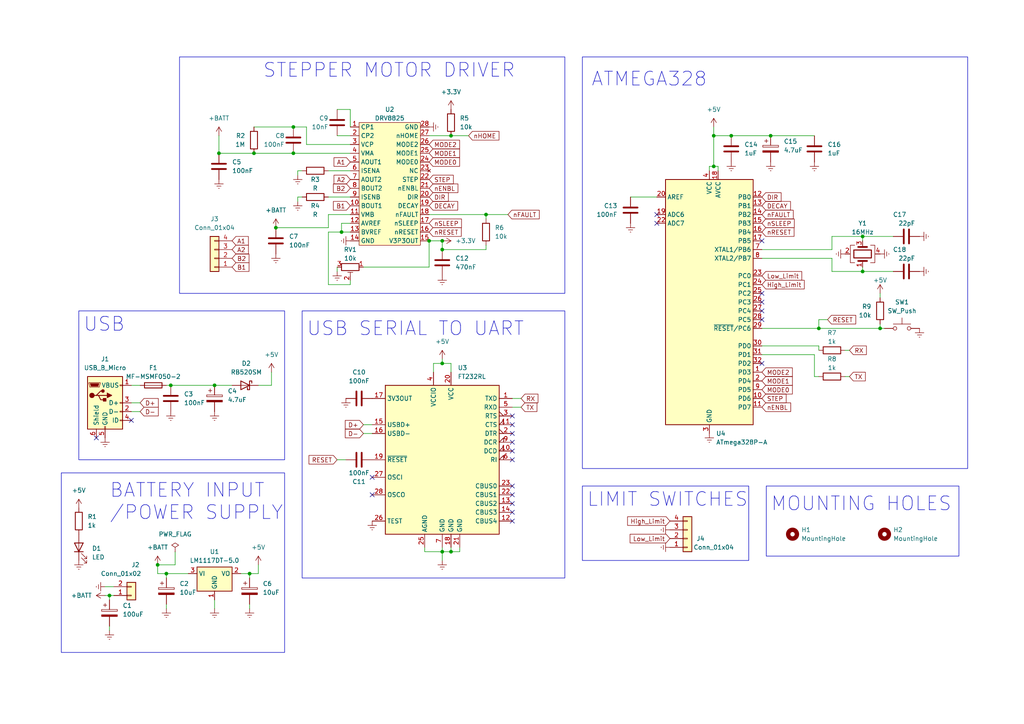
<source format=kicad_sch>
(kicad_sch (version 20230121) (generator eeschema)

  (uuid 526dc9c1-8c27-4c1d-8300-755f0b99d815)

  (paper "A4")

  (title_block
    (title "Shafter landing platform motor driver")
    (rev "V1.0")
  )

  (lib_symbols
    (symbol "Connector:USB_B_Micro" (pin_names (offset 1.016)) (in_bom yes) (on_board yes)
      (property "Reference" "J" (at -5.08 11.43 0)
        (effects (font (size 1.27 1.27)) (justify left))
      )
      (property "Value" "USB_B_Micro" (at -5.08 8.89 0)
        (effects (font (size 1.27 1.27)) (justify left))
      )
      (property "Footprint" "" (at 3.81 -1.27 0)
        (effects (font (size 1.27 1.27)) hide)
      )
      (property "Datasheet" "~" (at 3.81 -1.27 0)
        (effects (font (size 1.27 1.27)) hide)
      )
      (property "ki_keywords" "connector USB micro" (at 0 0 0)
        (effects (font (size 1.27 1.27)) hide)
      )
      (property "ki_description" "USB Micro Type B connector" (at 0 0 0)
        (effects (font (size 1.27 1.27)) hide)
      )
      (property "ki_fp_filters" "USB*" (at 0 0 0)
        (effects (font (size 1.27 1.27)) hide)
      )
      (symbol "USB_B_Micro_0_1"
        (rectangle (start -5.08 -7.62) (end 5.08 7.62)
          (stroke (width 0.254) (type default))
          (fill (type background))
        )
        (circle (center -3.81 2.159) (radius 0.635)
          (stroke (width 0.254) (type default))
          (fill (type outline))
        )
        (circle (center -0.635 3.429) (radius 0.381)
          (stroke (width 0.254) (type default))
          (fill (type outline))
        )
        (rectangle (start -0.127 -7.62) (end 0.127 -6.858)
          (stroke (width 0) (type default))
          (fill (type none))
        )
        (polyline
          (pts
            (xy -1.905 2.159)
            (xy 0.635 2.159)
          )
          (stroke (width 0.254) (type default))
          (fill (type none))
        )
        (polyline
          (pts
            (xy -3.175 2.159)
            (xy -2.54 2.159)
            (xy -1.27 3.429)
            (xy -0.635 3.429)
          )
          (stroke (width 0.254) (type default))
          (fill (type none))
        )
        (polyline
          (pts
            (xy -2.54 2.159)
            (xy -1.905 2.159)
            (xy -1.27 0.889)
            (xy 0 0.889)
          )
          (stroke (width 0.254) (type default))
          (fill (type none))
        )
        (polyline
          (pts
            (xy 0.635 2.794)
            (xy 0.635 1.524)
            (xy 1.905 2.159)
            (xy 0.635 2.794)
          )
          (stroke (width 0.254) (type default))
          (fill (type outline))
        )
        (polyline
          (pts
            (xy -4.318 5.588)
            (xy -1.778 5.588)
            (xy -2.032 4.826)
            (xy -4.064 4.826)
            (xy -4.318 5.588)
          )
          (stroke (width 0) (type default))
          (fill (type outline))
        )
        (polyline
          (pts
            (xy -4.699 5.842)
            (xy -4.699 5.588)
            (xy -4.445 4.826)
            (xy -4.445 4.572)
            (xy -1.651 4.572)
            (xy -1.651 4.826)
            (xy -1.397 5.588)
            (xy -1.397 5.842)
            (xy -4.699 5.842)
          )
          (stroke (width 0) (type default))
          (fill (type none))
        )
        (rectangle (start 0.254 1.27) (end -0.508 0.508)
          (stroke (width 0.254) (type default))
          (fill (type outline))
        )
        (rectangle (start 5.08 -5.207) (end 4.318 -4.953)
          (stroke (width 0) (type default))
          (fill (type none))
        )
        (rectangle (start 5.08 -2.667) (end 4.318 -2.413)
          (stroke (width 0) (type default))
          (fill (type none))
        )
        (rectangle (start 5.08 -0.127) (end 4.318 0.127)
          (stroke (width 0) (type default))
          (fill (type none))
        )
        (rectangle (start 5.08 4.953) (end 4.318 5.207)
          (stroke (width 0) (type default))
          (fill (type none))
        )
      )
      (symbol "USB_B_Micro_1_1"
        (pin power_out line (at 7.62 5.08 180) (length 2.54)
          (name "VBUS" (effects (font (size 1.27 1.27))))
          (number "1" (effects (font (size 1.27 1.27))))
        )
        (pin bidirectional line (at 7.62 -2.54 180) (length 2.54)
          (name "D-" (effects (font (size 1.27 1.27))))
          (number "2" (effects (font (size 1.27 1.27))))
        )
        (pin bidirectional line (at 7.62 0 180) (length 2.54)
          (name "D+" (effects (font (size 1.27 1.27))))
          (number "3" (effects (font (size 1.27 1.27))))
        )
        (pin passive line (at 7.62 -5.08 180) (length 2.54)
          (name "ID" (effects (font (size 1.27 1.27))))
          (number "4" (effects (font (size 1.27 1.27))))
        )
        (pin power_out line (at 0 -10.16 90) (length 2.54)
          (name "GND" (effects (font (size 1.27 1.27))))
          (number "5" (effects (font (size 1.27 1.27))))
        )
        (pin passive line (at -2.54 -10.16 90) (length 2.54)
          (name "Shield" (effects (font (size 1.27 1.27))))
          (number "6" (effects (font (size 1.27 1.27))))
        )
      )
    )
    (symbol "Connector_Generic:Conn_01x02" (pin_names (offset 1.016) hide) (in_bom yes) (on_board yes)
      (property "Reference" "J" (at 0 2.54 0)
        (effects (font (size 1.27 1.27)))
      )
      (property "Value" "Conn_01x02" (at 0 -5.08 0)
        (effects (font (size 1.27 1.27)))
      )
      (property "Footprint" "" (at 0 0 0)
        (effects (font (size 1.27 1.27)) hide)
      )
      (property "Datasheet" "~" (at 0 0 0)
        (effects (font (size 1.27 1.27)) hide)
      )
      (property "ki_keywords" "connector" (at 0 0 0)
        (effects (font (size 1.27 1.27)) hide)
      )
      (property "ki_description" "Generic connector, single row, 01x02, script generated (kicad-library-utils/schlib/autogen/connector/)" (at 0 0 0)
        (effects (font (size 1.27 1.27)) hide)
      )
      (property "ki_fp_filters" "Connector*:*_1x??_*" (at 0 0 0)
        (effects (font (size 1.27 1.27)) hide)
      )
      (symbol "Conn_01x02_1_1"
        (rectangle (start -1.27 -2.413) (end 0 -2.667)
          (stroke (width 0.1524) (type default))
          (fill (type none))
        )
        (rectangle (start -1.27 0.127) (end 0 -0.127)
          (stroke (width 0.1524) (type default))
          (fill (type none))
        )
        (rectangle (start -1.27 1.27) (end 1.27 -3.81)
          (stroke (width 0.254) (type default))
          (fill (type background))
        )
        (pin passive line (at -5.08 0 0) (length 3.81)
          (name "Pin_1" (effects (font (size 1.27 1.27))))
          (number "1" (effects (font (size 1.27 1.27))))
        )
        (pin passive line (at -5.08 -2.54 0) (length 3.81)
          (name "Pin_2" (effects (font (size 1.27 1.27))))
          (number "2" (effects (font (size 1.27 1.27))))
        )
      )
    )
    (symbol "Connector_Generic:Conn_01x04" (pin_names (offset 1.016) hide) (in_bom yes) (on_board yes)
      (property "Reference" "J" (at 0 5.08 0)
        (effects (font (size 1.27 1.27)))
      )
      (property "Value" "Conn_01x04" (at 0 -7.62 0)
        (effects (font (size 1.27 1.27)))
      )
      (property "Footprint" "" (at 0 0 0)
        (effects (font (size 1.27 1.27)) hide)
      )
      (property "Datasheet" "~" (at 0 0 0)
        (effects (font (size 1.27 1.27)) hide)
      )
      (property "ki_keywords" "connector" (at 0 0 0)
        (effects (font (size 1.27 1.27)) hide)
      )
      (property "ki_description" "Generic connector, single row, 01x04, script generated (kicad-library-utils/schlib/autogen/connector/)" (at 0 0 0)
        (effects (font (size 1.27 1.27)) hide)
      )
      (property "ki_fp_filters" "Connector*:*_1x??_*" (at 0 0 0)
        (effects (font (size 1.27 1.27)) hide)
      )
      (symbol "Conn_01x04_1_1"
        (rectangle (start -1.27 -4.953) (end 0 -5.207)
          (stroke (width 0.1524) (type default))
          (fill (type none))
        )
        (rectangle (start -1.27 -2.413) (end 0 -2.667)
          (stroke (width 0.1524) (type default))
          (fill (type none))
        )
        (rectangle (start -1.27 0.127) (end 0 -0.127)
          (stroke (width 0.1524) (type default))
          (fill (type none))
        )
        (rectangle (start -1.27 2.667) (end 0 2.413)
          (stroke (width 0.1524) (type default))
          (fill (type none))
        )
        (rectangle (start -1.27 3.81) (end 1.27 -6.35)
          (stroke (width 0.254) (type default))
          (fill (type background))
        )
        (pin passive line (at -5.08 2.54 0) (length 3.81)
          (name "Pin_1" (effects (font (size 1.27 1.27))))
          (number "1" (effects (font (size 1.27 1.27))))
        )
        (pin passive line (at -5.08 0 0) (length 3.81)
          (name "Pin_2" (effects (font (size 1.27 1.27))))
          (number "2" (effects (font (size 1.27 1.27))))
        )
        (pin passive line (at -5.08 -2.54 0) (length 3.81)
          (name "Pin_3" (effects (font (size 1.27 1.27))))
          (number "3" (effects (font (size 1.27 1.27))))
        )
        (pin passive line (at -5.08 -5.08 0) (length 3.81)
          (name "Pin_4" (effects (font (size 1.27 1.27))))
          (number "4" (effects (font (size 1.27 1.27))))
        )
      )
    )
    (symbol "DRV8825:DRV8825" (in_bom yes) (on_board yes)
      (property "Reference" "U" (at 0 20.32 0)
        (effects (font (size 1.27 1.27)))
      )
      (property "Value" "" (at -1.27 0 0)
        (effects (font (size 1.27 1.27)))
      )
      (property "Footprint" "" (at -1.27 0 0)
        (effects (font (size 1.27 1.27)) hide)
      )
      (property "Datasheet" "" (at -1.27 0 0)
        (effects (font (size 1.27 1.27)) hide)
      )
      (symbol "DRV8825_1_1"
        (rectangle (start -8.89 17.78) (end 8.89 -17.78)
          (stroke (width 0) (type default))
          (fill (type background))
        )
        (pin bidirectional line (at -11.43 16.51 0) (length 2.54)
          (name "CP1" (effects (font (size 1.27 1.27))))
          (number "1" (effects (font (size 1.27 1.27))))
        )
        (pin output line (at -11.43 -6.35 0) (length 2.54)
          (name "BOUT1" (effects (font (size 1.27 1.27))))
          (number "10" (effects (font (size 1.27 1.27))))
        )
        (pin power_in line (at -11.43 -8.89 0) (length 2.54)
          (name "VMB" (effects (font (size 1.27 1.27))))
          (number "11" (effects (font (size 1.27 1.27))))
        )
        (pin input line (at -11.43 -11.43 0) (length 2.54)
          (name "AVREF" (effects (font (size 1.27 1.27))))
          (number "12" (effects (font (size 1.27 1.27))))
        )
        (pin input line (at -11.43 -13.97 0) (length 2.54)
          (name "BVREF" (effects (font (size 1.27 1.27))))
          (number "13" (effects (font (size 1.27 1.27))))
        )
        (pin power_in line (at -11.43 -16.51 0) (length 2.54)
          (name "GND" (effects (font (size 1.27 1.27))))
          (number "14" (effects (font (size 1.27 1.27))))
        )
        (pin power_out line (at 11.43 -16.51 180) (length 2.54)
          (name "V3P3OUT" (effects (font (size 1.27 1.27))))
          (number "15" (effects (font (size 1.27 1.27))))
        )
        (pin input line (at 11.43 -13.97 180) (length 2.54)
          (name "nRESET" (effects (font (size 1.27 1.27))))
          (number "16" (effects (font (size 1.27 1.27))))
        )
        (pin input line (at 11.43 -11.43 180) (length 2.54)
          (name "nSLEEP" (effects (font (size 1.27 1.27))))
          (number "17" (effects (font (size 1.27 1.27))))
        )
        (pin input line (at 11.43 -8.89 180) (length 2.54)
          (name "nFAULT" (effects (font (size 1.27 1.27))))
          (number "18" (effects (font (size 1.27 1.27))))
        )
        (pin input line (at 11.43 -6.35 180) (length 2.54)
          (name "DECAY" (effects (font (size 1.27 1.27))))
          (number "19" (effects (font (size 1.27 1.27))))
        )
        (pin bidirectional line (at -11.43 13.97 0) (length 2.54)
          (name "CP2" (effects (font (size 1.27 1.27))))
          (number "2" (effects (font (size 1.27 1.27))))
        )
        (pin input line (at 11.43 -3.81 180) (length 2.54)
          (name "DIR" (effects (font (size 1.27 1.27))))
          (number "20" (effects (font (size 1.27 1.27))))
        )
        (pin input line (at 11.43 -1.27 180) (length 2.54)
          (name "nENBL" (effects (font (size 1.27 1.27))))
          (number "21" (effects (font (size 1.27 1.27))))
        )
        (pin input line (at 11.43 1.27 180) (length 2.54)
          (name "STEP" (effects (font (size 1.27 1.27))))
          (number "22" (effects (font (size 1.27 1.27))))
        )
        (pin no_connect line (at 11.43 3.81 180) (length 2.54)
          (name "NC" (effects (font (size 1.27 1.27))))
          (number "23" (effects (font (size 1.27 1.27))))
        )
        (pin input line (at 11.43 6.35 180) (length 2.54)
          (name "MODE0" (effects (font (size 1.27 1.27))))
          (number "24" (effects (font (size 1.27 1.27))))
        )
        (pin input line (at 11.43 8.89 180) (length 2.54)
          (name "MODE1" (effects (font (size 1.27 1.27))))
          (number "25" (effects (font (size 1.27 1.27))))
        )
        (pin input line (at 11.43 11.43 180) (length 2.54)
          (name "MODE2" (effects (font (size 1.27 1.27))))
          (number "26" (effects (font (size 1.27 1.27))))
        )
        (pin input line (at 11.43 13.97 180) (length 2.54)
          (name "nHOME" (effects (font (size 1.27 1.27))))
          (number "27" (effects (font (size 1.27 1.27))))
        )
        (pin power_in line (at 11.43 16.51 180) (length 2.54)
          (name "GND" (effects (font (size 1.27 1.27))))
          (number "28" (effects (font (size 1.27 1.27))))
        )
        (pin bidirectional line (at -11.43 11.43 0) (length 2.54)
          (name "VCP" (effects (font (size 1.27 1.27))))
          (number "3" (effects (font (size 1.27 1.27))))
        )
        (pin power_in line (at -11.43 8.89 0) (length 2.54)
          (name "VMA" (effects (font (size 1.27 1.27))))
          (number "4" (effects (font (size 1.27 1.27))))
        )
        (pin output line (at -11.43 6.35 0) (length 2.54)
          (name "AOUT1" (effects (font (size 1.27 1.27))))
          (number "5" (effects (font (size 1.27 1.27))))
        )
        (pin bidirectional line (at -11.43 3.81 0) (length 2.54)
          (name "ISENA" (effects (font (size 1.27 1.27))))
          (number "6" (effects (font (size 1.27 1.27))))
        )
        (pin output line (at -11.43 1.27 0) (length 2.54)
          (name "AOUT2" (effects (font (size 1.27 1.27))))
          (number "7" (effects (font (size 1.27 1.27))))
        )
        (pin output line (at -11.43 -1.27 0) (length 2.54)
          (name "BOUT2" (effects (font (size 1.27 1.27))))
          (number "8" (effects (font (size 1.27 1.27))))
        )
        (pin bidirectional line (at -11.43 -3.81 0) (length 2.54)
          (name "ISENB" (effects (font (size 1.27 1.27))))
          (number "9" (effects (font (size 1.27 1.27))))
        )
      )
    )
    (symbol "Device:C" (pin_numbers hide) (pin_names (offset 0.254)) (in_bom yes) (on_board yes)
      (property "Reference" "C" (at 0.635 2.54 0)
        (effects (font (size 1.27 1.27)) (justify left))
      )
      (property "Value" "C" (at 0.635 -2.54 0)
        (effects (font (size 1.27 1.27)) (justify left))
      )
      (property "Footprint" "" (at 0.9652 -3.81 0)
        (effects (font (size 1.27 1.27)) hide)
      )
      (property "Datasheet" "~" (at 0 0 0)
        (effects (font (size 1.27 1.27)) hide)
      )
      (property "ki_keywords" "cap capacitor" (at 0 0 0)
        (effects (font (size 1.27 1.27)) hide)
      )
      (property "ki_description" "Unpolarized capacitor" (at 0 0 0)
        (effects (font (size 1.27 1.27)) hide)
      )
      (property "ki_fp_filters" "C_*" (at 0 0 0)
        (effects (font (size 1.27 1.27)) hide)
      )
      (symbol "C_0_1"
        (polyline
          (pts
            (xy -2.032 -0.762)
            (xy 2.032 -0.762)
          )
          (stroke (width 0.508) (type default))
          (fill (type none))
        )
        (polyline
          (pts
            (xy -2.032 0.762)
            (xy 2.032 0.762)
          )
          (stroke (width 0.508) (type default))
          (fill (type none))
        )
      )
      (symbol "C_1_1"
        (pin passive line (at 0 3.81 270) (length 2.794)
          (name "~" (effects (font (size 1.27 1.27))))
          (number "1" (effects (font (size 1.27 1.27))))
        )
        (pin passive line (at 0 -3.81 90) (length 2.794)
          (name "~" (effects (font (size 1.27 1.27))))
          (number "2" (effects (font (size 1.27 1.27))))
        )
      )
    )
    (symbol "Device:C_Polarized" (pin_numbers hide) (pin_names (offset 0.254)) (in_bom yes) (on_board yes)
      (property "Reference" "C" (at 0.635 2.54 0)
        (effects (font (size 1.27 1.27)) (justify left))
      )
      (property "Value" "C_Polarized" (at 0.635 -2.54 0)
        (effects (font (size 1.27 1.27)) (justify left))
      )
      (property "Footprint" "" (at 0.9652 -3.81 0)
        (effects (font (size 1.27 1.27)) hide)
      )
      (property "Datasheet" "~" (at 0 0 0)
        (effects (font (size 1.27 1.27)) hide)
      )
      (property "ki_keywords" "cap capacitor" (at 0 0 0)
        (effects (font (size 1.27 1.27)) hide)
      )
      (property "ki_description" "Polarized capacitor" (at 0 0 0)
        (effects (font (size 1.27 1.27)) hide)
      )
      (property "ki_fp_filters" "CP_*" (at 0 0 0)
        (effects (font (size 1.27 1.27)) hide)
      )
      (symbol "C_Polarized_0_1"
        (rectangle (start -2.286 0.508) (end 2.286 1.016)
          (stroke (width 0) (type default))
          (fill (type none))
        )
        (polyline
          (pts
            (xy -1.778 2.286)
            (xy -0.762 2.286)
          )
          (stroke (width 0) (type default))
          (fill (type none))
        )
        (polyline
          (pts
            (xy -1.27 2.794)
            (xy -1.27 1.778)
          )
          (stroke (width 0) (type default))
          (fill (type none))
        )
        (rectangle (start 2.286 -0.508) (end -2.286 -1.016)
          (stroke (width 0) (type default))
          (fill (type outline))
        )
      )
      (symbol "C_Polarized_1_1"
        (pin passive line (at 0 3.81 270) (length 2.794)
          (name "~" (effects (font (size 1.27 1.27))))
          (number "1" (effects (font (size 1.27 1.27))))
        )
        (pin passive line (at 0 -3.81 90) (length 2.794)
          (name "~" (effects (font (size 1.27 1.27))))
          (number "2" (effects (font (size 1.27 1.27))))
        )
      )
    )
    (symbol "Device:Crystal_GND24" (pin_names (offset 1.016) hide) (in_bom yes) (on_board yes)
      (property "Reference" "Y" (at 3.175 5.08 0)
        (effects (font (size 1.27 1.27)) (justify left))
      )
      (property "Value" "Crystal_GND24" (at 3.175 3.175 0)
        (effects (font (size 1.27 1.27)) (justify left))
      )
      (property "Footprint" "" (at 0 0 0)
        (effects (font (size 1.27 1.27)) hide)
      )
      (property "Datasheet" "~" (at 0 0 0)
        (effects (font (size 1.27 1.27)) hide)
      )
      (property "ki_keywords" "quartz ceramic resonator oscillator" (at 0 0 0)
        (effects (font (size 1.27 1.27)) hide)
      )
      (property "ki_description" "Four pin crystal, GND on pins 2 and 4" (at 0 0 0)
        (effects (font (size 1.27 1.27)) hide)
      )
      (property "ki_fp_filters" "Crystal*" (at 0 0 0)
        (effects (font (size 1.27 1.27)) hide)
      )
      (symbol "Crystal_GND24_0_1"
        (rectangle (start -1.143 2.54) (end 1.143 -2.54)
          (stroke (width 0.3048) (type default))
          (fill (type none))
        )
        (polyline
          (pts
            (xy -2.54 0)
            (xy -2.032 0)
          )
          (stroke (width 0) (type default))
          (fill (type none))
        )
        (polyline
          (pts
            (xy -2.032 -1.27)
            (xy -2.032 1.27)
          )
          (stroke (width 0.508) (type default))
          (fill (type none))
        )
        (polyline
          (pts
            (xy 0 -3.81)
            (xy 0 -3.556)
          )
          (stroke (width 0) (type default))
          (fill (type none))
        )
        (polyline
          (pts
            (xy 0 3.556)
            (xy 0 3.81)
          )
          (stroke (width 0) (type default))
          (fill (type none))
        )
        (polyline
          (pts
            (xy 2.032 -1.27)
            (xy 2.032 1.27)
          )
          (stroke (width 0.508) (type default))
          (fill (type none))
        )
        (polyline
          (pts
            (xy 2.032 0)
            (xy 2.54 0)
          )
          (stroke (width 0) (type default))
          (fill (type none))
        )
        (polyline
          (pts
            (xy -2.54 -2.286)
            (xy -2.54 -3.556)
            (xy 2.54 -3.556)
            (xy 2.54 -2.286)
          )
          (stroke (width 0) (type default))
          (fill (type none))
        )
        (polyline
          (pts
            (xy -2.54 2.286)
            (xy -2.54 3.556)
            (xy 2.54 3.556)
            (xy 2.54 2.286)
          )
          (stroke (width 0) (type default))
          (fill (type none))
        )
      )
      (symbol "Crystal_GND24_1_1"
        (pin passive line (at -3.81 0 0) (length 1.27)
          (name "1" (effects (font (size 1.27 1.27))))
          (number "1" (effects (font (size 1.27 1.27))))
        )
        (pin passive line (at 0 5.08 270) (length 1.27)
          (name "2" (effects (font (size 1.27 1.27))))
          (number "2" (effects (font (size 1.27 1.27))))
        )
        (pin passive line (at 3.81 0 180) (length 1.27)
          (name "3" (effects (font (size 1.27 1.27))))
          (number "3" (effects (font (size 1.27 1.27))))
        )
        (pin passive line (at 0 -5.08 90) (length 1.27)
          (name "4" (effects (font (size 1.27 1.27))))
          (number "4" (effects (font (size 1.27 1.27))))
        )
      )
    )
    (symbol "Device:D_Schottky" (pin_numbers hide) (pin_names (offset 1.016) hide) (in_bom yes) (on_board yes)
      (property "Reference" "D" (at 0 2.54 0)
        (effects (font (size 1.27 1.27)))
      )
      (property "Value" "D_Schottky" (at 0 -2.54 0)
        (effects (font (size 1.27 1.27)))
      )
      (property "Footprint" "" (at 0 0 0)
        (effects (font (size 1.27 1.27)) hide)
      )
      (property "Datasheet" "~" (at 0 0 0)
        (effects (font (size 1.27 1.27)) hide)
      )
      (property "ki_keywords" "diode Schottky" (at 0 0 0)
        (effects (font (size 1.27 1.27)) hide)
      )
      (property "ki_description" "Schottky diode" (at 0 0 0)
        (effects (font (size 1.27 1.27)) hide)
      )
      (property "ki_fp_filters" "TO-???* *_Diode_* *SingleDiode* D_*" (at 0 0 0)
        (effects (font (size 1.27 1.27)) hide)
      )
      (symbol "D_Schottky_0_1"
        (polyline
          (pts
            (xy 1.27 0)
            (xy -1.27 0)
          )
          (stroke (width 0) (type default))
          (fill (type none))
        )
        (polyline
          (pts
            (xy 1.27 1.27)
            (xy 1.27 -1.27)
            (xy -1.27 0)
            (xy 1.27 1.27)
          )
          (stroke (width 0.254) (type default))
          (fill (type none))
        )
        (polyline
          (pts
            (xy -1.905 0.635)
            (xy -1.905 1.27)
            (xy -1.27 1.27)
            (xy -1.27 -1.27)
            (xy -0.635 -1.27)
            (xy -0.635 -0.635)
          )
          (stroke (width 0.254) (type default))
          (fill (type none))
        )
      )
      (symbol "D_Schottky_1_1"
        (pin passive line (at -3.81 0 0) (length 2.54)
          (name "K" (effects (font (size 1.27 1.27))))
          (number "1" (effects (font (size 1.27 1.27))))
        )
        (pin passive line (at 3.81 0 180) (length 2.54)
          (name "A" (effects (font (size 1.27 1.27))))
          (number "2" (effects (font (size 1.27 1.27))))
        )
      )
    )
    (symbol "Device:Fuse" (pin_numbers hide) (pin_names (offset 0)) (in_bom yes) (on_board yes)
      (property "Reference" "F" (at 2.032 0 90)
        (effects (font (size 1.27 1.27)))
      )
      (property "Value" "Fuse" (at -1.905 0 90)
        (effects (font (size 1.27 1.27)))
      )
      (property "Footprint" "" (at -1.778 0 90)
        (effects (font (size 1.27 1.27)) hide)
      )
      (property "Datasheet" "~" (at 0 0 0)
        (effects (font (size 1.27 1.27)) hide)
      )
      (property "ki_keywords" "fuse" (at 0 0 0)
        (effects (font (size 1.27 1.27)) hide)
      )
      (property "ki_description" "Fuse" (at 0 0 0)
        (effects (font (size 1.27 1.27)) hide)
      )
      (property "ki_fp_filters" "*Fuse*" (at 0 0 0)
        (effects (font (size 1.27 1.27)) hide)
      )
      (symbol "Fuse_0_1"
        (rectangle (start -0.762 -2.54) (end 0.762 2.54)
          (stroke (width 0.254) (type default))
          (fill (type none))
        )
        (polyline
          (pts
            (xy 0 2.54)
            (xy 0 -2.54)
          )
          (stroke (width 0) (type default))
          (fill (type none))
        )
      )
      (symbol "Fuse_1_1"
        (pin passive line (at 0 3.81 270) (length 1.27)
          (name "~" (effects (font (size 1.27 1.27))))
          (number "1" (effects (font (size 1.27 1.27))))
        )
        (pin passive line (at 0 -3.81 90) (length 1.27)
          (name "~" (effects (font (size 1.27 1.27))))
          (number "2" (effects (font (size 1.27 1.27))))
        )
      )
    )
    (symbol "Device:LED" (pin_numbers hide) (pin_names (offset 1.016) hide) (in_bom yes) (on_board yes)
      (property "Reference" "D" (at 0 2.54 0)
        (effects (font (size 1.27 1.27)))
      )
      (property "Value" "LED" (at 0 -2.54 0)
        (effects (font (size 1.27 1.27)))
      )
      (property "Footprint" "" (at 0 0 0)
        (effects (font (size 1.27 1.27)) hide)
      )
      (property "Datasheet" "~" (at 0 0 0)
        (effects (font (size 1.27 1.27)) hide)
      )
      (property "ki_keywords" "LED diode" (at 0 0 0)
        (effects (font (size 1.27 1.27)) hide)
      )
      (property "ki_description" "Light emitting diode" (at 0 0 0)
        (effects (font (size 1.27 1.27)) hide)
      )
      (property "ki_fp_filters" "LED* LED_SMD:* LED_THT:*" (at 0 0 0)
        (effects (font (size 1.27 1.27)) hide)
      )
      (symbol "LED_0_1"
        (polyline
          (pts
            (xy -1.27 -1.27)
            (xy -1.27 1.27)
          )
          (stroke (width 0.254) (type default))
          (fill (type none))
        )
        (polyline
          (pts
            (xy -1.27 0)
            (xy 1.27 0)
          )
          (stroke (width 0) (type default))
          (fill (type none))
        )
        (polyline
          (pts
            (xy 1.27 -1.27)
            (xy 1.27 1.27)
            (xy -1.27 0)
            (xy 1.27 -1.27)
          )
          (stroke (width 0.254) (type default))
          (fill (type none))
        )
        (polyline
          (pts
            (xy -3.048 -0.762)
            (xy -4.572 -2.286)
            (xy -3.81 -2.286)
            (xy -4.572 -2.286)
            (xy -4.572 -1.524)
          )
          (stroke (width 0) (type default))
          (fill (type none))
        )
        (polyline
          (pts
            (xy -1.778 -0.762)
            (xy -3.302 -2.286)
            (xy -2.54 -2.286)
            (xy -3.302 -2.286)
            (xy -3.302 -1.524)
          )
          (stroke (width 0) (type default))
          (fill (type none))
        )
      )
      (symbol "LED_1_1"
        (pin passive line (at -3.81 0 0) (length 2.54)
          (name "K" (effects (font (size 1.27 1.27))))
          (number "1" (effects (font (size 1.27 1.27))))
        )
        (pin passive line (at 3.81 0 180) (length 2.54)
          (name "A" (effects (font (size 1.27 1.27))))
          (number "2" (effects (font (size 1.27 1.27))))
        )
      )
    )
    (symbol "Device:R" (pin_numbers hide) (pin_names (offset 0)) (in_bom yes) (on_board yes)
      (property "Reference" "R" (at 2.032 0 90)
        (effects (font (size 1.27 1.27)))
      )
      (property "Value" "R" (at 0 0 90)
        (effects (font (size 1.27 1.27)))
      )
      (property "Footprint" "" (at -1.778 0 90)
        (effects (font (size 1.27 1.27)) hide)
      )
      (property "Datasheet" "~" (at 0 0 0)
        (effects (font (size 1.27 1.27)) hide)
      )
      (property "ki_keywords" "R res resistor" (at 0 0 0)
        (effects (font (size 1.27 1.27)) hide)
      )
      (property "ki_description" "Resistor" (at 0 0 0)
        (effects (font (size 1.27 1.27)) hide)
      )
      (property "ki_fp_filters" "R_*" (at 0 0 0)
        (effects (font (size 1.27 1.27)) hide)
      )
      (symbol "R_0_1"
        (rectangle (start -1.016 -2.54) (end 1.016 2.54)
          (stroke (width 0.254) (type default))
          (fill (type none))
        )
      )
      (symbol "R_1_1"
        (pin passive line (at 0 3.81 270) (length 1.27)
          (name "~" (effects (font (size 1.27 1.27))))
          (number "1" (effects (font (size 1.27 1.27))))
        )
        (pin passive line (at 0 -3.81 90) (length 1.27)
          (name "~" (effects (font (size 1.27 1.27))))
          (number "2" (effects (font (size 1.27 1.27))))
        )
      )
    )
    (symbol "Device:R_Potentiometer_Trim" (pin_names (offset 1.016) hide) (in_bom yes) (on_board yes)
      (property "Reference" "RV" (at -4.445 0 90)
        (effects (font (size 1.27 1.27)))
      )
      (property "Value" "R_Potentiometer_Trim" (at -2.54 0 90)
        (effects (font (size 1.27 1.27)))
      )
      (property "Footprint" "" (at 0 0 0)
        (effects (font (size 1.27 1.27)) hide)
      )
      (property "Datasheet" "~" (at 0 0 0)
        (effects (font (size 1.27 1.27)) hide)
      )
      (property "ki_keywords" "resistor variable trimpot trimmer" (at 0 0 0)
        (effects (font (size 1.27 1.27)) hide)
      )
      (property "ki_description" "Trim-potentiometer" (at 0 0 0)
        (effects (font (size 1.27 1.27)) hide)
      )
      (property "ki_fp_filters" "Potentiometer*" (at 0 0 0)
        (effects (font (size 1.27 1.27)) hide)
      )
      (symbol "R_Potentiometer_Trim_0_1"
        (polyline
          (pts
            (xy 1.524 0.762)
            (xy 1.524 -0.762)
          )
          (stroke (width 0) (type default))
          (fill (type none))
        )
        (polyline
          (pts
            (xy 2.54 0)
            (xy 1.524 0)
          )
          (stroke (width 0) (type default))
          (fill (type none))
        )
        (rectangle (start 1.016 2.54) (end -1.016 -2.54)
          (stroke (width 0.254) (type default))
          (fill (type none))
        )
      )
      (symbol "R_Potentiometer_Trim_1_1"
        (pin passive line (at 0 3.81 270) (length 1.27)
          (name "1" (effects (font (size 1.27 1.27))))
          (number "1" (effects (font (size 1.27 1.27))))
        )
        (pin passive line (at 3.81 0 180) (length 1.27)
          (name "2" (effects (font (size 1.27 1.27))))
          (number "2" (effects (font (size 1.27 1.27))))
        )
        (pin passive line (at 0 -3.81 90) (length 1.27)
          (name "3" (effects (font (size 1.27 1.27))))
          (number "3" (effects (font (size 1.27 1.27))))
        )
      )
    )
    (symbol "Interface_USB:FT232RL" (in_bom yes) (on_board yes)
      (property "Reference" "U" (at -16.51 22.86 0)
        (effects (font (size 1.27 1.27)) (justify left))
      )
      (property "Value" "FT232RL" (at 10.16 22.86 0)
        (effects (font (size 1.27 1.27)) (justify left))
      )
      (property "Footprint" "Package_SO:SSOP-28_5.3x10.2mm_P0.65mm" (at 27.94 -22.86 0)
        (effects (font (size 1.27 1.27)) hide)
      )
      (property "Datasheet" "https://www.ftdichip.com/Support/Documents/DataSheets/ICs/DS_FT232R.pdf" (at 0 0 0)
        (effects (font (size 1.27 1.27)) hide)
      )
      (property "ki_keywords" "FTDI USB Serial" (at 0 0 0)
        (effects (font (size 1.27 1.27)) hide)
      )
      (property "ki_description" "USB to Serial Interface, SSOP-28" (at 0 0 0)
        (effects (font (size 1.27 1.27)) hide)
      )
      (property "ki_fp_filters" "SSOP*5.3x10.2mm*P0.65mm*" (at 0 0 0)
        (effects (font (size 1.27 1.27)) hide)
      )
      (symbol "FT232RL_0_1"
        (rectangle (start -16.51 21.59) (end 16.51 -21.59)
          (stroke (width 0.254) (type default))
          (fill (type background))
        )
      )
      (symbol "FT232RL_1_1"
        (pin output line (at 20.32 17.78 180) (length 3.81)
          (name "TXD" (effects (font (size 1.27 1.27))))
          (number "1" (effects (font (size 1.27 1.27))))
        )
        (pin input input_low (at 20.32 2.54 180) (length 3.81)
          (name "DCD" (effects (font (size 1.27 1.27))))
          (number "10" (effects (font (size 1.27 1.27))))
        )
        (pin input input_low (at 20.32 10.16 180) (length 3.81)
          (name "CTS" (effects (font (size 1.27 1.27))))
          (number "11" (effects (font (size 1.27 1.27))))
        )
        (pin bidirectional line (at 20.32 -17.78 180) (length 3.81)
          (name "CBUS4" (effects (font (size 1.27 1.27))))
          (number "12" (effects (font (size 1.27 1.27))))
        )
        (pin bidirectional line (at 20.32 -12.7 180) (length 3.81)
          (name "CBUS2" (effects (font (size 1.27 1.27))))
          (number "13" (effects (font (size 1.27 1.27))))
        )
        (pin bidirectional line (at 20.32 -15.24 180) (length 3.81)
          (name "CBUS3" (effects (font (size 1.27 1.27))))
          (number "14" (effects (font (size 1.27 1.27))))
        )
        (pin bidirectional line (at -20.32 10.16 0) (length 3.81)
          (name "USBD+" (effects (font (size 1.27 1.27))))
          (number "15" (effects (font (size 1.27 1.27))))
        )
        (pin bidirectional line (at -20.32 7.62 0) (length 3.81)
          (name "USBD-" (effects (font (size 1.27 1.27))))
          (number "16" (effects (font (size 1.27 1.27))))
        )
        (pin power_out line (at -20.32 17.78 0) (length 3.81)
          (name "3V3OUT" (effects (font (size 1.27 1.27))))
          (number "17" (effects (font (size 1.27 1.27))))
        )
        (pin power_in line (at 2.54 -25.4 90) (length 3.81)
          (name "GND" (effects (font (size 1.27 1.27))))
          (number "18" (effects (font (size 1.27 1.27))))
        )
        (pin input line (at -20.32 0 0) (length 3.81)
          (name "~{RESET}" (effects (font (size 1.27 1.27))))
          (number "19" (effects (font (size 1.27 1.27))))
        )
        (pin output output_low (at 20.32 7.62 180) (length 3.81)
          (name "DTR" (effects (font (size 1.27 1.27))))
          (number "2" (effects (font (size 1.27 1.27))))
        )
        (pin power_in line (at 2.54 25.4 270) (length 3.81)
          (name "VCC" (effects (font (size 1.27 1.27))))
          (number "20" (effects (font (size 1.27 1.27))))
        )
        (pin power_in line (at 5.08 -25.4 90) (length 3.81)
          (name "GND" (effects (font (size 1.27 1.27))))
          (number "21" (effects (font (size 1.27 1.27))))
        )
        (pin bidirectional line (at 20.32 -10.16 180) (length 3.81)
          (name "CBUS1" (effects (font (size 1.27 1.27))))
          (number "22" (effects (font (size 1.27 1.27))))
        )
        (pin bidirectional line (at 20.32 -7.62 180) (length 3.81)
          (name "CBUS0" (effects (font (size 1.27 1.27))))
          (number "23" (effects (font (size 1.27 1.27))))
        )
        (pin power_in line (at -5.08 -25.4 90) (length 3.81)
          (name "AGND" (effects (font (size 1.27 1.27))))
          (number "25" (effects (font (size 1.27 1.27))))
        )
        (pin input line (at -20.32 -17.78 0) (length 3.81)
          (name "TEST" (effects (font (size 1.27 1.27))))
          (number "26" (effects (font (size 1.27 1.27))))
        )
        (pin input line (at -20.32 -5.08 0) (length 3.81)
          (name "OSCI" (effects (font (size 1.27 1.27))))
          (number "27" (effects (font (size 1.27 1.27))))
        )
        (pin output line (at -20.32 -10.16 0) (length 3.81)
          (name "OSCO" (effects (font (size 1.27 1.27))))
          (number "28" (effects (font (size 1.27 1.27))))
        )
        (pin output output_low (at 20.32 12.7 180) (length 3.81)
          (name "RTS" (effects (font (size 1.27 1.27))))
          (number "3" (effects (font (size 1.27 1.27))))
        )
        (pin power_in line (at -2.54 25.4 270) (length 3.81)
          (name "VCCIO" (effects (font (size 1.27 1.27))))
          (number "4" (effects (font (size 1.27 1.27))))
        )
        (pin input line (at 20.32 15.24 180) (length 3.81)
          (name "RXD" (effects (font (size 1.27 1.27))))
          (number "5" (effects (font (size 1.27 1.27))))
        )
        (pin input input_low (at 20.32 0 180) (length 3.81)
          (name "RI" (effects (font (size 1.27 1.27))))
          (number "6" (effects (font (size 1.27 1.27))))
        )
        (pin power_in line (at 0 -25.4 90) (length 3.81)
          (name "GND" (effects (font (size 1.27 1.27))))
          (number "7" (effects (font (size 1.27 1.27))))
        )
        (pin input input_low (at 20.32 5.08 180) (length 3.81)
          (name "DCR" (effects (font (size 1.27 1.27))))
          (number "9" (effects (font (size 1.27 1.27))))
        )
      )
    )
    (symbol "MCU_Microchip_ATmega:ATmega328P-A" (in_bom yes) (on_board yes)
      (property "Reference" "U" (at -12.7 36.83 0)
        (effects (font (size 1.27 1.27)) (justify left bottom))
      )
      (property "Value" "ATmega328P-A" (at 2.54 -36.83 0)
        (effects (font (size 1.27 1.27)) (justify left top))
      )
      (property "Footprint" "Package_QFP:TQFP-32_7x7mm_P0.8mm" (at 0 0 0)
        (effects (font (size 1.27 1.27) italic) hide)
      )
      (property "Datasheet" "http://ww1.microchip.com/downloads/en/DeviceDoc/ATmega328_P%20AVR%20MCU%20with%20picoPower%20Technology%20Data%20Sheet%2040001984A.pdf" (at 0 0 0)
        (effects (font (size 1.27 1.27)) hide)
      )
      (property "ki_keywords" "AVR 8bit Microcontroller MegaAVR PicoPower" (at 0 0 0)
        (effects (font (size 1.27 1.27)) hide)
      )
      (property "ki_description" "20MHz, 32kB Flash, 2kB SRAM, 1kB EEPROM, TQFP-32" (at 0 0 0)
        (effects (font (size 1.27 1.27)) hide)
      )
      (property "ki_fp_filters" "TQFP*7x7mm*P0.8mm*" (at 0 0 0)
        (effects (font (size 1.27 1.27)) hide)
      )
      (symbol "ATmega328P-A_0_1"
        (rectangle (start -12.7 -35.56) (end 12.7 35.56)
          (stroke (width 0.254) (type default))
          (fill (type background))
        )
      )
      (symbol "ATmega328P-A_1_1"
        (pin bidirectional line (at 15.24 -20.32 180) (length 2.54)
          (name "PD3" (effects (font (size 1.27 1.27))))
          (number "1" (effects (font (size 1.27 1.27))))
        )
        (pin bidirectional line (at 15.24 -27.94 180) (length 2.54)
          (name "PD6" (effects (font (size 1.27 1.27))))
          (number "10" (effects (font (size 1.27 1.27))))
        )
        (pin bidirectional line (at 15.24 -30.48 180) (length 2.54)
          (name "PD7" (effects (font (size 1.27 1.27))))
          (number "11" (effects (font (size 1.27 1.27))))
        )
        (pin bidirectional line (at 15.24 30.48 180) (length 2.54)
          (name "PB0" (effects (font (size 1.27 1.27))))
          (number "12" (effects (font (size 1.27 1.27))))
        )
        (pin bidirectional line (at 15.24 27.94 180) (length 2.54)
          (name "PB1" (effects (font (size 1.27 1.27))))
          (number "13" (effects (font (size 1.27 1.27))))
        )
        (pin bidirectional line (at 15.24 25.4 180) (length 2.54)
          (name "PB2" (effects (font (size 1.27 1.27))))
          (number "14" (effects (font (size 1.27 1.27))))
        )
        (pin bidirectional line (at 15.24 22.86 180) (length 2.54)
          (name "PB3" (effects (font (size 1.27 1.27))))
          (number "15" (effects (font (size 1.27 1.27))))
        )
        (pin bidirectional line (at 15.24 20.32 180) (length 2.54)
          (name "PB4" (effects (font (size 1.27 1.27))))
          (number "16" (effects (font (size 1.27 1.27))))
        )
        (pin bidirectional line (at 15.24 17.78 180) (length 2.54)
          (name "PB5" (effects (font (size 1.27 1.27))))
          (number "17" (effects (font (size 1.27 1.27))))
        )
        (pin power_in line (at 2.54 38.1 270) (length 2.54)
          (name "AVCC" (effects (font (size 1.27 1.27))))
          (number "18" (effects (font (size 1.27 1.27))))
        )
        (pin input line (at -15.24 25.4 0) (length 2.54)
          (name "ADC6" (effects (font (size 1.27 1.27))))
          (number "19" (effects (font (size 1.27 1.27))))
        )
        (pin bidirectional line (at 15.24 -22.86 180) (length 2.54)
          (name "PD4" (effects (font (size 1.27 1.27))))
          (number "2" (effects (font (size 1.27 1.27))))
        )
        (pin passive line (at -15.24 30.48 0) (length 2.54)
          (name "AREF" (effects (font (size 1.27 1.27))))
          (number "20" (effects (font (size 1.27 1.27))))
        )
        (pin passive line (at 0 -38.1 90) (length 2.54) hide
          (name "GND" (effects (font (size 1.27 1.27))))
          (number "21" (effects (font (size 1.27 1.27))))
        )
        (pin input line (at -15.24 22.86 0) (length 2.54)
          (name "ADC7" (effects (font (size 1.27 1.27))))
          (number "22" (effects (font (size 1.27 1.27))))
        )
        (pin bidirectional line (at 15.24 7.62 180) (length 2.54)
          (name "PC0" (effects (font (size 1.27 1.27))))
          (number "23" (effects (font (size 1.27 1.27))))
        )
        (pin bidirectional line (at 15.24 5.08 180) (length 2.54)
          (name "PC1" (effects (font (size 1.27 1.27))))
          (number "24" (effects (font (size 1.27 1.27))))
        )
        (pin bidirectional line (at 15.24 2.54 180) (length 2.54)
          (name "PC2" (effects (font (size 1.27 1.27))))
          (number "25" (effects (font (size 1.27 1.27))))
        )
        (pin bidirectional line (at 15.24 0 180) (length 2.54)
          (name "PC3" (effects (font (size 1.27 1.27))))
          (number "26" (effects (font (size 1.27 1.27))))
        )
        (pin bidirectional line (at 15.24 -2.54 180) (length 2.54)
          (name "PC4" (effects (font (size 1.27 1.27))))
          (number "27" (effects (font (size 1.27 1.27))))
        )
        (pin bidirectional line (at 15.24 -5.08 180) (length 2.54)
          (name "PC5" (effects (font (size 1.27 1.27))))
          (number "28" (effects (font (size 1.27 1.27))))
        )
        (pin bidirectional line (at 15.24 -7.62 180) (length 2.54)
          (name "~{RESET}/PC6" (effects (font (size 1.27 1.27))))
          (number "29" (effects (font (size 1.27 1.27))))
        )
        (pin power_in line (at 0 -38.1 90) (length 2.54)
          (name "GND" (effects (font (size 1.27 1.27))))
          (number "3" (effects (font (size 1.27 1.27))))
        )
        (pin bidirectional line (at 15.24 -12.7 180) (length 2.54)
          (name "PD0" (effects (font (size 1.27 1.27))))
          (number "30" (effects (font (size 1.27 1.27))))
        )
        (pin bidirectional line (at 15.24 -15.24 180) (length 2.54)
          (name "PD1" (effects (font (size 1.27 1.27))))
          (number "31" (effects (font (size 1.27 1.27))))
        )
        (pin bidirectional line (at 15.24 -17.78 180) (length 2.54)
          (name "PD2" (effects (font (size 1.27 1.27))))
          (number "32" (effects (font (size 1.27 1.27))))
        )
        (pin power_in line (at 0 38.1 270) (length 2.54)
          (name "VCC" (effects (font (size 1.27 1.27))))
          (number "4" (effects (font (size 1.27 1.27))))
        )
        (pin passive line (at 0 -38.1 90) (length 2.54) hide
          (name "GND" (effects (font (size 1.27 1.27))))
          (number "5" (effects (font (size 1.27 1.27))))
        )
        (pin passive line (at 0 38.1 270) (length 2.54) hide
          (name "VCC" (effects (font (size 1.27 1.27))))
          (number "6" (effects (font (size 1.27 1.27))))
        )
        (pin bidirectional line (at 15.24 15.24 180) (length 2.54)
          (name "XTAL1/PB6" (effects (font (size 1.27 1.27))))
          (number "7" (effects (font (size 1.27 1.27))))
        )
        (pin bidirectional line (at 15.24 12.7 180) (length 2.54)
          (name "XTAL2/PB7" (effects (font (size 1.27 1.27))))
          (number "8" (effects (font (size 1.27 1.27))))
        )
        (pin bidirectional line (at 15.24 -25.4 180) (length 2.54)
          (name "PD5" (effects (font (size 1.27 1.27))))
          (number "9" (effects (font (size 1.27 1.27))))
        )
      )
    )
    (symbol "Mechanical:MountingHole" (pin_names (offset 1.016)) (in_bom yes) (on_board yes)
      (property "Reference" "H" (at 0 5.08 0)
        (effects (font (size 1.27 1.27)))
      )
      (property "Value" "MountingHole" (at 0 3.175 0)
        (effects (font (size 1.27 1.27)))
      )
      (property "Footprint" "" (at 0 0 0)
        (effects (font (size 1.27 1.27)) hide)
      )
      (property "Datasheet" "~" (at 0 0 0)
        (effects (font (size 1.27 1.27)) hide)
      )
      (property "ki_keywords" "mounting hole" (at 0 0 0)
        (effects (font (size 1.27 1.27)) hide)
      )
      (property "ki_description" "Mounting Hole without connection" (at 0 0 0)
        (effects (font (size 1.27 1.27)) hide)
      )
      (property "ki_fp_filters" "MountingHole*" (at 0 0 0)
        (effects (font (size 1.27 1.27)) hide)
      )
      (symbol "MountingHole_0_1"
        (circle (center 0 0) (radius 1.27)
          (stroke (width 1.27) (type default))
          (fill (type none))
        )
      )
    )
    (symbol "Regulator_Linear:LM1117DT-5.0" (in_bom yes) (on_board yes)
      (property "Reference" "U" (at -3.81 3.175 0)
        (effects (font (size 1.27 1.27)))
      )
      (property "Value" "LM1117DT-5.0" (at 0 3.175 0)
        (effects (font (size 1.27 1.27)) (justify left))
      )
      (property "Footprint" "Package_TO_SOT_SMD:TO-252-3_TabPin2" (at 0 0 0)
        (effects (font (size 1.27 1.27)) hide)
      )
      (property "Datasheet" "http://www.ti.com/lit/ds/symlink/lm1117.pdf" (at 0 0 0)
        (effects (font (size 1.27 1.27)) hide)
      )
      (property "ki_keywords" "linear regulator ldo fixed positive" (at 0 0 0)
        (effects (font (size 1.27 1.27)) hide)
      )
      (property "ki_description" "800mA Low-Dropout Linear Regulator, 5.0V fixed output, TO-252" (at 0 0 0)
        (effects (font (size 1.27 1.27)) hide)
      )
      (property "ki_fp_filters" "TO?252*" (at 0 0 0)
        (effects (font (size 1.27 1.27)) hide)
      )
      (symbol "LM1117DT-5.0_0_1"
        (rectangle (start -5.08 -5.08) (end 5.08 1.905)
          (stroke (width 0.254) (type default))
          (fill (type background))
        )
      )
      (symbol "LM1117DT-5.0_1_1"
        (pin power_in line (at 0 -7.62 90) (length 2.54)
          (name "GND" (effects (font (size 1.27 1.27))))
          (number "1" (effects (font (size 1.27 1.27))))
        )
        (pin power_out line (at 7.62 0 180) (length 2.54)
          (name "VO" (effects (font (size 1.27 1.27))))
          (number "2" (effects (font (size 1.27 1.27))))
        )
        (pin power_in line (at -7.62 0 0) (length 2.54)
          (name "VI" (effects (font (size 1.27 1.27))))
          (number "3" (effects (font (size 1.27 1.27))))
        )
      )
    )
    (symbol "Switch:SW_Push" (pin_numbers hide) (pin_names (offset 1.016) hide) (in_bom yes) (on_board yes)
      (property "Reference" "SW" (at 1.27 2.54 0)
        (effects (font (size 1.27 1.27)) (justify left))
      )
      (property "Value" "SW_Push" (at 0 -1.524 0)
        (effects (font (size 1.27 1.27)))
      )
      (property "Footprint" "" (at 0 5.08 0)
        (effects (font (size 1.27 1.27)) hide)
      )
      (property "Datasheet" "~" (at 0 5.08 0)
        (effects (font (size 1.27 1.27)) hide)
      )
      (property "ki_keywords" "switch normally-open pushbutton push-button" (at 0 0 0)
        (effects (font (size 1.27 1.27)) hide)
      )
      (property "ki_description" "Push button switch, generic, two pins" (at 0 0 0)
        (effects (font (size 1.27 1.27)) hide)
      )
      (symbol "SW_Push_0_1"
        (circle (center -2.032 0) (radius 0.508)
          (stroke (width 0) (type default))
          (fill (type none))
        )
        (polyline
          (pts
            (xy 0 1.27)
            (xy 0 3.048)
          )
          (stroke (width 0) (type default))
          (fill (type none))
        )
        (polyline
          (pts
            (xy 2.54 1.27)
            (xy -2.54 1.27)
          )
          (stroke (width 0) (type default))
          (fill (type none))
        )
        (circle (center 2.032 0) (radius 0.508)
          (stroke (width 0) (type default))
          (fill (type none))
        )
        (pin passive line (at -5.08 0 0) (length 2.54)
          (name "1" (effects (font (size 1.27 1.27))))
          (number "1" (effects (font (size 1.27 1.27))))
        )
        (pin passive line (at 5.08 0 180) (length 2.54)
          (name "2" (effects (font (size 1.27 1.27))))
          (number "2" (effects (font (size 1.27 1.27))))
        )
      )
    )
    (symbol "power:+3.3V" (power) (pin_names (offset 0)) (in_bom yes) (on_board yes)
      (property "Reference" "#PWR" (at 0 -3.81 0)
        (effects (font (size 1.27 1.27)) hide)
      )
      (property "Value" "+3.3V" (at 0 3.556 0)
        (effects (font (size 1.27 1.27)))
      )
      (property "Footprint" "" (at 0 0 0)
        (effects (font (size 1.27 1.27)) hide)
      )
      (property "Datasheet" "" (at 0 0 0)
        (effects (font (size 1.27 1.27)) hide)
      )
      (property "ki_keywords" "global power" (at 0 0 0)
        (effects (font (size 1.27 1.27)) hide)
      )
      (property "ki_description" "Power symbol creates a global label with name \"+3.3V\"" (at 0 0 0)
        (effects (font (size 1.27 1.27)) hide)
      )
      (symbol "+3.3V_0_1"
        (polyline
          (pts
            (xy -0.762 1.27)
            (xy 0 2.54)
          )
          (stroke (width 0) (type default))
          (fill (type none))
        )
        (polyline
          (pts
            (xy 0 0)
            (xy 0 2.54)
          )
          (stroke (width 0) (type default))
          (fill (type none))
        )
        (polyline
          (pts
            (xy 0 2.54)
            (xy 0.762 1.27)
          )
          (stroke (width 0) (type default))
          (fill (type none))
        )
      )
      (symbol "+3.3V_1_1"
        (pin power_in line (at 0 0 90) (length 0) hide
          (name "+3.3V" (effects (font (size 1.27 1.27))))
          (number "1" (effects (font (size 1.27 1.27))))
        )
      )
    )
    (symbol "power:+5V" (power) (pin_names (offset 0)) (in_bom yes) (on_board yes)
      (property "Reference" "#PWR" (at 0 -3.81 0)
        (effects (font (size 1.27 1.27)) hide)
      )
      (property "Value" "+5V" (at 0 3.556 0)
        (effects (font (size 1.27 1.27)))
      )
      (property "Footprint" "" (at 0 0 0)
        (effects (font (size 1.27 1.27)) hide)
      )
      (property "Datasheet" "" (at 0 0 0)
        (effects (font (size 1.27 1.27)) hide)
      )
      (property "ki_keywords" "global power" (at 0 0 0)
        (effects (font (size 1.27 1.27)) hide)
      )
      (property "ki_description" "Power symbol creates a global label with name \"+5V\"" (at 0 0 0)
        (effects (font (size 1.27 1.27)) hide)
      )
      (symbol "+5V_0_1"
        (polyline
          (pts
            (xy -0.762 1.27)
            (xy 0 2.54)
          )
          (stroke (width 0) (type default))
          (fill (type none))
        )
        (polyline
          (pts
            (xy 0 0)
            (xy 0 2.54)
          )
          (stroke (width 0) (type default))
          (fill (type none))
        )
        (polyline
          (pts
            (xy 0 2.54)
            (xy 0.762 1.27)
          )
          (stroke (width 0) (type default))
          (fill (type none))
        )
      )
      (symbol "+5V_1_1"
        (pin power_in line (at 0 0 90) (length 0) hide
          (name "+5V" (effects (font (size 1.27 1.27))))
          (number "1" (effects (font (size 1.27 1.27))))
        )
      )
    )
    (symbol "power:+BATT" (power) (pin_names (offset 0)) (in_bom yes) (on_board yes)
      (property "Reference" "#PWR" (at 0 -3.81 0)
        (effects (font (size 1.27 1.27)) hide)
      )
      (property "Value" "+BATT" (at 0 3.556 0)
        (effects (font (size 1.27 1.27)))
      )
      (property "Footprint" "" (at 0 0 0)
        (effects (font (size 1.27 1.27)) hide)
      )
      (property "Datasheet" "" (at 0 0 0)
        (effects (font (size 1.27 1.27)) hide)
      )
      (property "ki_keywords" "global power battery" (at 0 0 0)
        (effects (font (size 1.27 1.27)) hide)
      )
      (property "ki_description" "Power symbol creates a global label with name \"+BATT\"" (at 0 0 0)
        (effects (font (size 1.27 1.27)) hide)
      )
      (symbol "+BATT_0_1"
        (polyline
          (pts
            (xy -0.762 1.27)
            (xy 0 2.54)
          )
          (stroke (width 0) (type default))
          (fill (type none))
        )
        (polyline
          (pts
            (xy 0 0)
            (xy 0 2.54)
          )
          (stroke (width 0) (type default))
          (fill (type none))
        )
        (polyline
          (pts
            (xy 0 2.54)
            (xy 0.762 1.27)
          )
          (stroke (width 0) (type default))
          (fill (type none))
        )
      )
      (symbol "+BATT_1_1"
        (pin power_in line (at 0 0 90) (length 0) hide
          (name "+BATT" (effects (font (size 1.27 1.27))))
          (number "1" (effects (font (size 1.27 1.27))))
        )
      )
    )
    (symbol "power:Earth" (power) (pin_names (offset 0)) (in_bom yes) (on_board yes)
      (property "Reference" "#PWR" (at 0 -6.35 0)
        (effects (font (size 1.27 1.27)) hide)
      )
      (property "Value" "Earth" (at 0 -3.81 0)
        (effects (font (size 1.27 1.27)) hide)
      )
      (property "Footprint" "" (at 0 0 0)
        (effects (font (size 1.27 1.27)) hide)
      )
      (property "Datasheet" "~" (at 0 0 0)
        (effects (font (size 1.27 1.27)) hide)
      )
      (property "ki_keywords" "global ground gnd" (at 0 0 0)
        (effects (font (size 1.27 1.27)) hide)
      )
      (property "ki_description" "Power symbol creates a global label with name \"Earth\"" (at 0 0 0)
        (effects (font (size 1.27 1.27)) hide)
      )
      (symbol "Earth_0_1"
        (polyline
          (pts
            (xy -0.635 -1.905)
            (xy 0.635 -1.905)
          )
          (stroke (width 0) (type default))
          (fill (type none))
        )
        (polyline
          (pts
            (xy -0.127 -2.54)
            (xy 0.127 -2.54)
          )
          (stroke (width 0) (type default))
          (fill (type none))
        )
        (polyline
          (pts
            (xy 0 -1.27)
            (xy 0 0)
          )
          (stroke (width 0) (type default))
          (fill (type none))
        )
        (polyline
          (pts
            (xy 1.27 -1.27)
            (xy -1.27 -1.27)
          )
          (stroke (width 0) (type default))
          (fill (type none))
        )
      )
      (symbol "Earth_1_1"
        (pin power_in line (at 0 0 270) (length 0) hide
          (name "Earth" (effects (font (size 1.27 1.27))))
          (number "1" (effects (font (size 1.27 1.27))))
        )
      )
    )
    (symbol "power:PWR_FLAG" (power) (pin_numbers hide) (pin_names (offset 0) hide) (in_bom yes) (on_board yes)
      (property "Reference" "#FLG" (at 0 1.905 0)
        (effects (font (size 1.27 1.27)) hide)
      )
      (property "Value" "PWR_FLAG" (at 0 3.81 0)
        (effects (font (size 1.27 1.27)))
      )
      (property "Footprint" "" (at 0 0 0)
        (effects (font (size 1.27 1.27)) hide)
      )
      (property "Datasheet" "~" (at 0 0 0)
        (effects (font (size 1.27 1.27)) hide)
      )
      (property "ki_keywords" "flag power" (at 0 0 0)
        (effects (font (size 1.27 1.27)) hide)
      )
      (property "ki_description" "Special symbol for telling ERC where power comes from" (at 0 0 0)
        (effects (font (size 1.27 1.27)) hide)
      )
      (symbol "PWR_FLAG_0_0"
        (pin power_out line (at 0 0 90) (length 0)
          (name "pwr" (effects (font (size 1.27 1.27))))
          (number "1" (effects (font (size 1.27 1.27))))
        )
      )
      (symbol "PWR_FLAG_0_1"
        (polyline
          (pts
            (xy 0 0)
            (xy 0 1.27)
            (xy -1.016 1.905)
            (xy 0 2.54)
            (xy 1.016 1.905)
            (xy 0 1.27)
          )
          (stroke (width 0) (type default))
          (fill (type none))
        )
      )
    )
  )

  (junction (at 207.01 48.26) (diameter 0) (color 0 0 0 0)
    (uuid 044d9e5e-1cf5-476f-bcfb-ed8f2393f14c)
  )
  (junction (at 128.27 105.41) (diameter 0) (color 0 0 0 0)
    (uuid 081f7f3b-cf4d-4d44-b6ad-daa017f950d4)
  )
  (junction (at 207.01 39.37) (diameter 0) (color 0 0 0 0)
    (uuid 0b064460-dea9-483a-ab48-446d2b04766d)
  )
  (junction (at 128.27 69.85) (diameter 0) (color 0 0 0 0)
    (uuid 0c5d1548-c01b-4f98-9d7c-9bada20960c2)
  )
  (junction (at 85.09 44.45) (diameter 0) (color 0 0 0 0)
    (uuid 17cbf79e-fba1-42d5-bc33-586375379588)
  )
  (junction (at 85.09 36.83) (diameter 0) (color 0 0 0 0)
    (uuid 26864f88-7161-412d-a92b-01ff73ab843e)
  )
  (junction (at 80.01 66.04) (diameter 0) (color 0 0 0 0)
    (uuid 35bee613-97e2-4d48-a63a-e49d477a9c60)
  )
  (junction (at 212.09 39.37) (diameter 0) (color 0 0 0 0)
    (uuid 3c41831e-7ab7-47d7-a2b0-85270780abfe)
  )
  (junction (at 223.52 39.37) (diameter 0) (color 0 0 0 0)
    (uuid 447bfce7-5313-4074-8062-bed7dfac3835)
  )
  (junction (at 48.26 166.37) (diameter 0) (color 0 0 0 0)
    (uuid 53511b12-180d-4143-a6ec-0a68be89c5cd)
  )
  (junction (at 62.23 111.76) (diameter 0) (color 0 0 0 0)
    (uuid 55831d4f-0bff-44ae-9c4d-d3bcb2a7f170)
  )
  (junction (at 49.53 111.76) (diameter 0) (color 0 0 0 0)
    (uuid 6a9f89f8-9e8e-4aee-a7ab-de55c4b990f8)
  )
  (junction (at 128.27 72.39) (diameter 0) (color 0 0 0 0)
    (uuid 6f0b2936-6db5-4eb5-8211-cd30ed723541)
  )
  (junction (at 63.5 44.45) (diameter 0) (color 0 0 0 0)
    (uuid 7447f305-056c-461e-8382-dc1f23519e55)
  )
  (junction (at 250.19 78.74) (diameter 0) (color 0 0 0 0)
    (uuid 75bfb949-90fc-485d-9866-98bbf0429cbe)
  )
  (junction (at 130.81 160.02) (diameter 0) (color 0 0 0 0)
    (uuid 88babfa4-8910-4ea8-a15c-4a3fad598be5)
  )
  (junction (at 250.19 68.58) (diameter 0) (color 0 0 0 0)
    (uuid 8c4982e5-cbf0-40bf-9700-3eb3e8b74bb5)
  )
  (junction (at 72.39 166.37) (diameter 0) (color 0 0 0 0)
    (uuid 9183e9d3-3ddf-41bb-a272-4d648d49d21a)
  )
  (junction (at 237.49 95.25) (diameter 0) (color 0 0 0 0)
    (uuid a3d2a320-ea3c-43c8-a776-04e0c5bea39d)
  )
  (junction (at 99.06 67.31) (diameter 0) (color 0 0 0 0)
    (uuid ac07a2f0-c32d-4de6-9396-a923b7d99436)
  )
  (junction (at 128.27 160.02) (diameter 0) (color 0 0 0 0)
    (uuid ba56f85f-24a9-4921-a814-6e416fff7f8f)
  )
  (junction (at 140.97 62.23) (diameter 0) (color 0 0 0 0)
    (uuid bc92fb64-5542-4e2c-8ac7-2176458fe69e)
  )
  (junction (at 124.46 69.85) (diameter 0) (color 0 0 0 0)
    (uuid cded1d18-5527-4bd6-8eaa-51ee9706d00c)
  )
  (junction (at 130.81 39.37) (diameter 0) (color 0 0 0 0)
    (uuid e80eccc1-d770-4360-9260-02622901e1c9)
  )
  (junction (at 45.72 163.83) (diameter 0) (color 0 0 0 0)
    (uuid e9e618e0-b591-428a-a173-1cb85b3412fb)
  )
  (junction (at 73.66 44.45) (diameter 0) (color 0 0 0 0)
    (uuid f52bc57c-7405-416d-9e9a-f8e9c1dd6d84)
  )
  (junction (at 31.75 172.72) (diameter 0) (color 0 0 0 0)
    (uuid fc5103c2-45fc-48ab-9be1-277adeb408b0)
  )
  (junction (at 255.27 95.25) (diameter 0) (color 0 0 0 0)
    (uuid fc613f1a-c098-45a8-a9e4-c7ff72456114)
  )

  (no_connect (at 148.59 120.65) (uuid 0f436d11-151d-490e-9a73-dc1dda193333))
  (no_connect (at 148.59 146.05) (uuid 174f6138-8460-4522-aaec-8a6aef275932))
  (no_connect (at 220.98 92.71) (uuid 1e45365c-e165-4007-a6d6-0ea26feac5cf))
  (no_connect (at 220.98 69.85) (uuid 2648c009-3c27-45a2-9a11-4049465452be))
  (no_connect (at 38.1 121.92) (uuid 37ec3ebd-6f3d-4029-b16a-705ea2bbcc93))
  (no_connect (at 220.98 105.41) (uuid 3dc83bff-e8cb-4d58-bc13-3fbc1633dcb2))
  (no_connect (at 107.95 138.43) (uuid 4612f587-f388-43b3-a5e6-31d0a7d220a6))
  (no_connect (at 148.59 125.73) (uuid 67adcace-f1b5-43aa-aaee-0d15f8f2e4f9))
  (no_connect (at 190.5 64.77) (uuid 68c1a1f5-8c40-478d-874b-374fd39f79dd))
  (no_connect (at 148.59 148.59) (uuid 69fd21e7-9025-435f-9146-cb5bcf0191db))
  (no_connect (at 148.59 151.13) (uuid 8313e8d9-7c07-4bb7-9fbb-46b263c716ca))
  (no_connect (at 148.59 123.19) (uuid 8d1d2fda-cb7a-431d-9092-d8700ca0fca8))
  (no_connect (at 107.95 143.51) (uuid 98cc9df7-9e42-4698-8cc6-25d3f6e0ef72))
  (no_connect (at 148.59 140.97) (uuid 9d110f4d-3d46-4949-9425-11fb5da35f7f))
  (no_connect (at 148.59 130.81) (uuid 9dbb8321-b392-409b-a8a5-8cca044e9872))
  (no_connect (at 220.98 87.63) (uuid bcc88d40-b766-4068-98b4-c1cfe8a14a01))
  (no_connect (at 148.59 128.27) (uuid d0171812-3902-4cbe-881f-7e26c22f8124))
  (no_connect (at 220.98 85.09) (uuid d0ef3889-f0bb-4417-9916-dbde3698a57f))
  (no_connect (at 220.98 90.17) (uuid dc2a2236-a35e-4213-abf5-cf036a6975fb))
  (no_connect (at 148.59 143.51) (uuid e70d0a96-3b45-42fa-a35c-992354b4e7ca))
  (no_connect (at 27.94 127) (uuid e7bc77df-0610-4ddd-b005-62bd30335a63))
  (no_connect (at 148.59 133.35) (uuid ef85b61d-eeea-4d0f-83d0-46c586da689a))
  (no_connect (at 190.5 62.23) (uuid f5c6ff68-e615-4787-8faa-610ae74187b7))

  (wire (pts (xy 123.19 160.02) (xy 128.27 160.02))
    (stroke (width 0) (type default))
    (uuid 01df6578-8a6b-42e3-a50c-0ef4e3f57980)
  )
  (wire (pts (xy 63.5 39.37) (xy 63.5 44.45))
    (stroke (width 0) (type default))
    (uuid 05674f47-3a2a-4264-b9f2-853384ea63f5)
  )
  (wire (pts (xy 220.98 74.93) (xy 241.3 74.93))
    (stroke (width 0) (type default))
    (uuid 0631bece-2fda-42a1-bcd2-cf1e0e8564d1)
  )
  (wire (pts (xy 130.81 160.02) (xy 130.81 158.75))
    (stroke (width 0) (type default))
    (uuid 07de7427-a185-48b8-95ef-a67e4ef10916)
  )
  (wire (pts (xy 95.25 62.23) (xy 95.25 66.04))
    (stroke (width 0) (type default))
    (uuid 0df8db48-4756-4082-9cf4-b1538578bed7)
  )
  (wire (pts (xy 95.25 49.53) (xy 101.6 49.53))
    (stroke (width 0) (type default))
    (uuid 10ddbaa5-5fe9-40b5-ac08-93b2c714a4fd)
  )
  (wire (pts (xy 31.75 181.61) (xy 31.75 182.88))
    (stroke (width 0) (type default))
    (uuid 132823fe-1fa3-4cfc-a22e-117ed957b3e7)
  )
  (wire (pts (xy 62.23 176.53) (xy 62.23 173.99))
    (stroke (width 0) (type default))
    (uuid 1558b3c9-371b-43b3-bebe-7d9df3455dac)
  )
  (wire (pts (xy 237.49 92.71) (xy 240.03 92.71))
    (stroke (width 0) (type default))
    (uuid 1c18abe5-1be4-40ba-97ca-57a349e6d93c)
  )
  (wire (pts (xy 220.98 95.25) (xy 237.49 95.25))
    (stroke (width 0) (type default))
    (uuid 1c34ebda-a345-45bc-8344-0c93ee7d893d)
  )
  (wire (pts (xy 101.6 62.23) (xy 95.25 62.23))
    (stroke (width 0) (type default))
    (uuid 1e6e8fa4-da4d-4811-9033-147bfd4d034a)
  )
  (wire (pts (xy 50.8 163.83) (xy 45.72 163.83))
    (stroke (width 0) (type default))
    (uuid 1fd9fb91-5cef-487c-8165-0442e8c60924)
  )
  (wire (pts (xy 78.74 107.95) (xy 78.74 111.76))
    (stroke (width 0) (type default))
    (uuid 214e3cd8-1c05-4b01-bccd-36e70bb1f204)
  )
  (wire (pts (xy 74.93 166.37) (xy 72.39 166.37))
    (stroke (width 0) (type default))
    (uuid 226a8b7c-2e72-475b-abd6-c4fd1737abfb)
  )
  (wire (pts (xy 101.6 31.75) (xy 97.79 31.75))
    (stroke (width 0) (type default))
    (uuid 22e35337-4455-4d93-8184-fc5f61af932c)
  )
  (wire (pts (xy 223.52 39.37) (xy 236.22 39.37))
    (stroke (width 0) (type default))
    (uuid 2636dd32-b4e0-4de5-a397-668f94cda6d1)
  )
  (wire (pts (xy 74.93 163.83) (xy 74.93 166.37))
    (stroke (width 0) (type default))
    (uuid 2877efc3-1024-4d87-b6e3-ea53bf3ebb5f)
  )
  (wire (pts (xy 130.81 107.95) (xy 130.81 105.41))
    (stroke (width 0) (type default))
    (uuid 2c2ece4a-7168-4704-8114-430f2585b038)
  )
  (wire (pts (xy 207.01 39.37) (xy 212.09 39.37))
    (stroke (width 0) (type default))
    (uuid 2c66b09a-b55d-4122-ae2f-7c4827926032)
  )
  (wire (pts (xy 48.26 167.64) (xy 48.26 166.37))
    (stroke (width 0) (type default))
    (uuid 2d126c03-a249-444d-8255-43b833136df2)
  )
  (wire (pts (xy 62.23 111.76) (xy 67.31 111.76))
    (stroke (width 0) (type default))
    (uuid 2e1602e3-65c5-4102-8370-c5ad5b9f6208)
  )
  (wire (pts (xy 237.49 95.25) (xy 255.27 95.25))
    (stroke (width 0) (type default))
    (uuid 2ed1cc3f-0ac8-4bf4-ac73-5e31f47fc9f2)
  )
  (wire (pts (xy 205.74 48.26) (xy 205.74 49.53))
    (stroke (width 0) (type default))
    (uuid 2ed2340e-7c81-4f29-b35c-3d25e6fa1be5)
  )
  (wire (pts (xy 105.41 123.19) (xy 107.95 123.19))
    (stroke (width 0) (type default))
    (uuid 315a45bb-2ef3-4132-87b2-a59a091f3076)
  )
  (wire (pts (xy 140.97 62.23) (xy 147.32 62.23))
    (stroke (width 0) (type default))
    (uuid 31c9ca3b-3ca2-4847-8fd2-4a52611b8dc7)
  )
  (wire (pts (xy 208.28 49.53) (xy 208.28 48.26))
    (stroke (width 0) (type default))
    (uuid 31d46f44-1fa6-4e0a-b579-5d0095463cf3)
  )
  (wire (pts (xy 97.79 77.47) (xy 97.79 78.74))
    (stroke (width 0) (type default))
    (uuid 322d77a9-79a3-4717-b4fa-63a1b4eb4c8c)
  )
  (wire (pts (xy 255.27 93.98) (xy 255.27 95.25))
    (stroke (width 0) (type default))
    (uuid 335e95a1-bd12-41c1-b305-dbcd4f47736c)
  )
  (wire (pts (xy 125.73 105.41) (xy 125.73 107.95))
    (stroke (width 0) (type default))
    (uuid 337df717-9bed-441b-9cfa-2e9843910c43)
  )
  (wire (pts (xy 212.09 39.37) (xy 223.52 39.37))
    (stroke (width 0) (type default))
    (uuid 342442da-2c18-4f49-a69a-bf749cbe8823)
  )
  (wire (pts (xy 250.19 78.74) (xy 259.08 78.74))
    (stroke (width 0) (type default))
    (uuid 3515bdf9-5d7f-467c-a0b0-93b13ca155bb)
  )
  (wire (pts (xy 207.01 39.37) (xy 207.01 36.83))
    (stroke (width 0) (type default))
    (uuid 37d401ef-6b59-4826-83d1-6ef9cba1ce4b)
  )
  (wire (pts (xy 237.49 101.6) (xy 237.49 100.33))
    (stroke (width 0) (type default))
    (uuid 43f07cb2-b6ec-4f7f-a8d4-24504daee379)
  )
  (wire (pts (xy 48.26 166.37) (xy 54.61 166.37))
    (stroke (width 0) (type default))
    (uuid 43fd0dbd-76d0-4d9c-9e7d-d618ff9f8dba)
  )
  (wire (pts (xy 255.27 85.09) (xy 255.27 86.36))
    (stroke (width 0) (type default))
    (uuid 45974284-bf22-490d-98a4-50a4f7e71fb0)
  )
  (wire (pts (xy 133.35 160.02) (xy 130.81 160.02))
    (stroke (width 0) (type default))
    (uuid 486fa1e1-dccb-408c-bbf1-f8d565795470)
  )
  (wire (pts (xy 130.81 39.37) (xy 135.89 39.37))
    (stroke (width 0) (type default))
    (uuid 49206585-1ef9-43d6-a70c-efa515b9b286)
  )
  (wire (pts (xy 250.19 78.74) (xy 250.19 77.47))
    (stroke (width 0) (type default))
    (uuid 49ffd185-f4c7-427c-8659-eebb03d8b05e)
  )
  (wire (pts (xy 40.64 116.84) (xy 38.1 116.84))
    (stroke (width 0) (type default))
    (uuid 4d17557d-d650-41d2-bbc7-4908cfb2ab98)
  )
  (wire (pts (xy 208.28 48.26) (xy 207.01 48.26))
    (stroke (width 0) (type default))
    (uuid 4d7122f1-766f-4d59-b104-f3cf9dfb6f92)
  )
  (wire (pts (xy 95.25 57.15) (xy 101.6 57.15))
    (stroke (width 0) (type default))
    (uuid 4edb90a4-8144-4ed2-8441-255a01ce1513)
  )
  (wire (pts (xy 72.39 167.64) (xy 72.39 166.37))
    (stroke (width 0) (type default))
    (uuid 50c1cafd-81e1-4bce-9873-e3f24f37a18a)
  )
  (wire (pts (xy 88.9 41.91) (xy 88.9 36.83))
    (stroke (width 0) (type default))
    (uuid 590f6bac-80d3-4a6b-8264-78c905476435)
  )
  (wire (pts (xy 86.36 57.15) (xy 86.36 58.42))
    (stroke (width 0) (type default))
    (uuid 5955615f-458f-4c71-8ff9-856dc4835a5a)
  )
  (wire (pts (xy 31.75 172.72) (xy 33.02 172.72))
    (stroke (width 0) (type default))
    (uuid 5a74fb3a-0497-425e-8d4e-6a951296409a)
  )
  (wire (pts (xy 63.5 44.45) (xy 73.66 44.45))
    (stroke (width 0) (type default))
    (uuid 5ad1c89b-f444-4062-9407-802c704d9c65)
  )
  (wire (pts (xy 99.06 67.31) (xy 101.6 67.31))
    (stroke (width 0) (type default))
    (uuid 5f1d3353-0bc1-4e66-bfca-a955a5170443)
  )
  (wire (pts (xy 97.79 39.37) (xy 101.6 39.37))
    (stroke (width 0) (type default))
    (uuid 5fd78931-08b9-4d73-a833-b4f073136ddd)
  )
  (wire (pts (xy 182.88 57.15) (xy 190.5 57.15))
    (stroke (width 0) (type default))
    (uuid 64780480-e8eb-4ebd-84b5-fc9923a1eb74)
  )
  (wire (pts (xy 124.46 69.85) (xy 124.46 77.47))
    (stroke (width 0) (type default))
    (uuid 64c89eff-d755-4f8b-b954-36c013cccf96)
  )
  (wire (pts (xy 124.46 77.47) (xy 105.41 77.47))
    (stroke (width 0) (type default))
    (uuid 653b5aef-2eb2-4d75-920d-0457598fd53c)
  )
  (wire (pts (xy 130.81 105.41) (xy 128.27 105.41))
    (stroke (width 0) (type default))
    (uuid 66b3325f-cca1-4e6b-80f9-352065202880)
  )
  (wire (pts (xy 69.85 166.37) (xy 72.39 166.37))
    (stroke (width 0) (type default))
    (uuid 6b2138cf-b906-4eaf-90f0-02b2fd11bd4a)
  )
  (wire (pts (xy 86.36 57.15) (xy 87.63 57.15))
    (stroke (width 0) (type default))
    (uuid 6f91d906-e3e1-445d-8988-4f9eb8aef2d8)
  )
  (wire (pts (xy 85.09 36.83) (xy 88.9 36.83))
    (stroke (width 0) (type default))
    (uuid 6fa1d2f0-68c2-4789-9f93-bc09d262c3a1)
  )
  (wire (pts (xy 86.36 49.53) (xy 86.36 50.8))
    (stroke (width 0) (type default))
    (uuid 7395bda2-5d00-49e2-9ea5-172943db697b)
  )
  (wire (pts (xy 97.79 133.35) (xy 100.33 133.35))
    (stroke (width 0) (type default))
    (uuid 756418e3-6851-4895-a7b3-7140a505e6ab)
  )
  (wire (pts (xy 246.38 101.6) (xy 245.11 101.6))
    (stroke (width 0) (type default))
    (uuid 756be235-2f56-494b-afd5-c5c3e2dd9b9f)
  )
  (wire (pts (xy 124.46 69.85) (xy 128.27 69.85))
    (stroke (width 0) (type default))
    (uuid 76c04030-5b51-4092-8e1b-f723284a4dfc)
  )
  (wire (pts (xy 237.49 92.71) (xy 237.49 95.25))
    (stroke (width 0) (type default))
    (uuid 793e0411-97d2-4c40-99aa-4234187b4f01)
  )
  (wire (pts (xy 101.6 82.55) (xy 95.25 82.55))
    (stroke (width 0) (type default))
    (uuid 7d0d391c-42cc-42cb-94aa-016aae8a499d)
  )
  (wire (pts (xy 40.64 111.76) (xy 38.1 111.76))
    (stroke (width 0) (type default))
    (uuid 8067427f-7b38-4f73-b87f-bc42231c7baf)
  )
  (wire (pts (xy 151.13 118.11) (xy 148.59 118.11))
    (stroke (width 0) (type default))
    (uuid 814b8558-2f45-444d-a908-e80c42321542)
  )
  (wire (pts (xy 236.22 109.22) (xy 237.49 109.22))
    (stroke (width 0) (type default))
    (uuid 81ec5510-bb73-4aef-9265-d31970e578cb)
  )
  (wire (pts (xy 73.66 36.83) (xy 85.09 36.83))
    (stroke (width 0) (type default))
    (uuid 89d1f395-8adf-4971-a3e5-2e2a1a59c5ce)
  )
  (wire (pts (xy 124.46 62.23) (xy 140.97 62.23))
    (stroke (width 0) (type default))
    (uuid 8e69bb00-f833-4ac9-8399-0665df005e5d)
  )
  (wire (pts (xy 31.75 172.72) (xy 31.75 173.99))
    (stroke (width 0) (type default))
    (uuid 90fb3c07-7a50-4083-a42d-0e021f0d15ce)
  )
  (wire (pts (xy 128.27 104.14) (xy 128.27 105.41))
    (stroke (width 0) (type default))
    (uuid 91001111-a0c0-49f7-a215-04875ce2afcc)
  )
  (wire (pts (xy 30.48 170.18) (xy 33.02 170.18))
    (stroke (width 0) (type default))
    (uuid 925489ef-c7c3-4d5b-9872-0c8aff43598f)
  )
  (wire (pts (xy 207.01 48.26) (xy 205.74 48.26))
    (stroke (width 0) (type default))
    (uuid 928f0543-819f-459d-bc4f-fde99ded6c17)
  )
  (wire (pts (xy 140.97 72.39) (xy 128.27 72.39))
    (stroke (width 0) (type default))
    (uuid 96aaa785-159f-41dc-b6e1-a3abab2e73de)
  )
  (wire (pts (xy 86.36 49.53) (xy 87.63 49.53))
    (stroke (width 0) (type default))
    (uuid 99145397-48c0-425b-a5e5-5cf4a51b353c)
  )
  (wire (pts (xy 85.09 44.45) (xy 101.6 44.45))
    (stroke (width 0) (type default))
    (uuid 9b1e4c86-4f3a-4171-9603-821854ceeddd)
  )
  (wire (pts (xy 250.19 68.58) (xy 259.08 68.58))
    (stroke (width 0) (type default))
    (uuid 9d7b9fb2-f1d2-4bcc-9e31-d3f1875810fd)
  )
  (wire (pts (xy 241.3 74.93) (xy 241.3 78.74))
    (stroke (width 0) (type default))
    (uuid 9e67844a-fab3-48bc-910f-250fbb0c4669)
  )
  (wire (pts (xy 128.27 160.02) (xy 128.27 162.56))
    (stroke (width 0) (type default))
    (uuid 9f7f187e-9d8f-493d-939b-23fb98fa07ba)
  )
  (wire (pts (xy 95.25 67.31) (xy 99.06 67.31))
    (stroke (width 0) (type default))
    (uuid a0b0fac7-786c-4f3b-b07b-94ca6b17611e)
  )
  (wire (pts (xy 220.98 102.87) (xy 236.22 102.87))
    (stroke (width 0) (type default))
    (uuid a0f7d3f7-ec2f-4a1b-88f6-11ebe4968c3e)
  )
  (wire (pts (xy 255.27 95.25) (xy 256.54 95.25))
    (stroke (width 0) (type default))
    (uuid a51014df-6471-42b6-bb8c-6b0faad57520)
  )
  (wire (pts (xy 49.53 111.76) (xy 62.23 111.76))
    (stroke (width 0) (type default))
    (uuid a90165f4-a4db-4c09-95d5-4404047ca773)
  )
  (wire (pts (xy 220.98 72.39) (xy 241.3 72.39))
    (stroke (width 0) (type default))
    (uuid ab22ff33-5519-4ac7-b7d3-4dcfc2ffb364)
  )
  (wire (pts (xy 123.19 158.75) (xy 123.19 160.02))
    (stroke (width 0) (type default))
    (uuid ab4f7e16-e82f-4859-b948-9a10dd741f1b)
  )
  (wire (pts (xy 241.3 68.58) (xy 250.19 68.58))
    (stroke (width 0) (type default))
    (uuid aba9e9e7-9ee6-438a-8e36-80d4751bbf40)
  )
  (wire (pts (xy 30.48 172.72) (xy 31.75 172.72))
    (stroke (width 0) (type default))
    (uuid abac4a72-8b82-4d43-a2b2-f2aa44a074a8)
  )
  (wire (pts (xy 237.49 100.33) (xy 220.98 100.33))
    (stroke (width 0) (type default))
    (uuid ac57dfa8-d7c3-4bf4-b38a-b48bbf555c56)
  )
  (wire (pts (xy 40.64 119.38) (xy 38.1 119.38))
    (stroke (width 0) (type default))
    (uuid af4471f4-15d9-48ef-b51e-b216ede7f6a2)
  )
  (wire (pts (xy 124.46 39.37) (xy 130.81 39.37))
    (stroke (width 0) (type default))
    (uuid b180d492-80c1-41f0-8b7f-816065932a12)
  )
  (wire (pts (xy 241.3 72.39) (xy 241.3 68.58))
    (stroke (width 0) (type default))
    (uuid b6897a04-a367-4462-abdc-b78d434485c5)
  )
  (wire (pts (xy 45.72 163.83) (xy 45.72 166.37))
    (stroke (width 0) (type default))
    (uuid b7b3acc4-8326-4c26-8f64-f12d6db42b5a)
  )
  (wire (pts (xy 241.3 78.74) (xy 250.19 78.74))
    (stroke (width 0) (type default))
    (uuid b88ac346-ca3e-428b-bb34-eea60274cf6d)
  )
  (wire (pts (xy 101.6 82.55) (xy 101.6 81.28))
    (stroke (width 0) (type default))
    (uuid b8b7f0f7-e699-4538-90c5-bdf03db56b3b)
  )
  (wire (pts (xy 95.25 82.55) (xy 95.25 67.31))
    (stroke (width 0) (type default))
    (uuid bccfc9de-6af7-4027-bf55-b2e562499859)
  )
  (wire (pts (xy 133.35 158.75) (xy 133.35 160.02))
    (stroke (width 0) (type default))
    (uuid bf2950bf-daac-46e9-bbdf-8976ba0cdaf0)
  )
  (wire (pts (xy 151.13 115.57) (xy 148.59 115.57))
    (stroke (width 0) (type default))
    (uuid c05cb36f-c083-4807-aaf6-8ee39899e183)
  )
  (wire (pts (xy 45.72 166.37) (xy 48.26 166.37))
    (stroke (width 0) (type default))
    (uuid c78ea8c9-6463-4ac3-999d-360b6308ff70)
  )
  (wire (pts (xy 246.38 109.22) (xy 245.11 109.22))
    (stroke (width 0) (type default))
    (uuid c88813f3-5592-4403-9efb-2ec4e82791be)
  )
  (wire (pts (xy 48.26 176.53) (xy 48.26 175.26))
    (stroke (width 0) (type default))
    (uuid cbcca455-59d7-4d2e-94d5-d94697f18a74)
  )
  (wire (pts (xy 101.6 36.83) (xy 101.6 31.75))
    (stroke (width 0) (type default))
    (uuid cc0c92ad-584e-4ef7-a404-489bb99c2bd2)
  )
  (wire (pts (xy 140.97 63.5) (xy 140.97 62.23))
    (stroke (width 0) (type default))
    (uuid cc77d8a7-7937-4e6f-9c3e-ff1ba9b66189)
  )
  (wire (pts (xy 128.27 105.41) (xy 125.73 105.41))
    (stroke (width 0) (type default))
    (uuid cd9bb15b-bb72-4e0f-bac0-44ee9e816610)
  )
  (wire (pts (xy 99.06 67.31) (xy 99.06 64.77))
    (stroke (width 0) (type default))
    (uuid d22370fd-d778-4376-bf55-65f223c640ec)
  )
  (wire (pts (xy 128.27 160.02) (xy 130.81 160.02))
    (stroke (width 0) (type default))
    (uuid d4d299a5-7037-4871-90ad-ba4992749f64)
  )
  (wire (pts (xy 101.6 41.91) (xy 88.9 41.91))
    (stroke (width 0) (type default))
    (uuid d5de7cad-1846-4795-8d1a-aaace479613e)
  )
  (wire (pts (xy 236.22 102.87) (xy 236.22 109.22))
    (stroke (width 0) (type default))
    (uuid d95063eb-95e6-40e9-88de-fd2c03530e8f)
  )
  (wire (pts (xy 48.26 111.76) (xy 49.53 111.76))
    (stroke (width 0) (type default))
    (uuid da115f41-7976-4575-a8b6-74de5bbf34f7)
  )
  (wire (pts (xy 128.27 158.75) (xy 128.27 160.02))
    (stroke (width 0) (type default))
    (uuid dbf4b4b8-ee5e-417f-9683-906b11deda05)
  )
  (wire (pts (xy 50.8 160.02) (xy 50.8 163.83))
    (stroke (width 0) (type default))
    (uuid dc640d57-0ebf-43cd-8492-e7f5beaab690)
  )
  (wire (pts (xy 99.06 64.77) (xy 101.6 64.77))
    (stroke (width 0) (type default))
    (uuid e2c1cf4a-5f39-4d2e-857d-e1c9c497d1c2)
  )
  (wire (pts (xy 128.27 72.39) (xy 128.27 69.85))
    (stroke (width 0) (type default))
    (uuid e6d96447-2f52-40bc-8b37-f8dc7c72f255)
  )
  (wire (pts (xy 250.19 69.85) (xy 250.19 68.58))
    (stroke (width 0) (type default))
    (uuid eee56f02-c1f6-4f98-9937-0119c04d7edb)
  )
  (wire (pts (xy 95.25 66.04) (xy 80.01 66.04))
    (stroke (width 0) (type default))
    (uuid f00f0249-289d-469f-bb25-dc9e7ac84a20)
  )
  (wire (pts (xy 73.66 44.45) (xy 85.09 44.45))
    (stroke (width 0) (type default))
    (uuid f67d0062-cc57-4849-a105-595ae1597236)
  )
  (wire (pts (xy 140.97 71.12) (xy 140.97 72.39))
    (stroke (width 0) (type default))
    (uuid f72b2e26-cf40-44a3-8aa5-071f2e2f5a56)
  )
  (wire (pts (xy 72.39 176.53) (xy 72.39 175.26))
    (stroke (width 0) (type default))
    (uuid f8503cf4-9fc1-45d7-8892-e32f0753a0fe)
  )
  (wire (pts (xy 105.41 125.73) (xy 107.95 125.73))
    (stroke (width 0) (type default))
    (uuid f8bab0d4-e160-4a7e-aaf6-33db278ecac9)
  )
  (wire (pts (xy 207.01 39.37) (xy 207.01 48.26))
    (stroke (width 0) (type default))
    (uuid fec1d860-7d30-45bb-bad2-190179f4fcd9)
  )
  (wire (pts (xy 78.74 111.76) (xy 74.93 111.76))
    (stroke (width 0) (type default))
    (uuid fef2103f-6f6d-4c60-8107-1d3585b5f820)
  )

  (rectangle (start 168.91 140.97) (end 217.17 162.56)
    (stroke (width 0) (type default))
    (fill (type none))
    (uuid 06fc0ffc-1ef3-4cd0-97bd-b38c1a14c764)
  )
  (rectangle (start 222.25 140.97) (end 278.13 161.29)
    (stroke (width 0) (type default))
    (fill (type none))
    (uuid 1112a900-f869-4589-8987-714d51cbddbe)
  )
  (rectangle (start 22.86 90.17) (end 82.55 133.35)
    (stroke (width 0) (type default))
    (fill (type none))
    (uuid 34c74e1c-b337-478a-ba6c-cce7df822a70)
  )
  (rectangle (start 168.91 16.51) (end 280.67 135.89)
    (stroke (width 0) (type default))
    (fill (type none))
    (uuid 6620a042-4ed4-4d5c-8eb9-3cefe396f1b9)
  )
  (rectangle (start 52.07 16.51) (end 163.83 85.09)
    (stroke (width 0) (type default))
    (fill (type none))
    (uuid b4579a77-4024-4817-be84-ab4c566340de)
  )
  (rectangle (start 17.78 137.16) (end 82.55 189.23)
    (stroke (width 0) (type default))
    (fill (type none))
    (uuid cfc381b4-37b2-407d-9e16-6dfe9ea45538)
  )
  (rectangle (start 87.63 90.17) (end 163.83 167.64)
    (stroke (width 0) (type default))
    (fill (type none))
    (uuid f4f8ebff-b003-4f02-9327-ed6251e1e814)
  )

  (text "LIMIT SWITCHES" (at 170.18 147.32 0)
    (effects (font (size 4 4)) (justify left bottom))
    (uuid 27935df6-e287-4ac7-a0d1-06c98fb48a19)
  )
  (text "USB" (at 24.13 96.52 0)
    (effects (font (size 4 4)) (justify left bottom))
    (uuid 642789e1-7ed6-40d6-9ee8-6a22e0656f51)
  )
  (text "USB SERIAL TO UART" (at 88.9 97.79 0)
    (effects (font (size 4 4)) (justify left bottom))
    (uuid 6957b0e5-d913-4fd2-87b3-fa0599cb447f)
  )
  (text "ATMEGA328" (at 171.45 25.4 0)
    (effects (font (size 4 4)) (justify left bottom))
    (uuid 6f1837d7-3101-4302-bb68-fdb26e373fe6)
  )
  (text "MOUNTING HOLES" (at 223.52 148.59 0)
    (effects (font (size 4 4)) (justify left bottom))
    (uuid ba630d7b-58e9-41f0-88f4-9a7be4e61b69)
  )
  (text "STEPPER MOTOR DRIVER" (at 76.2 22.86 0)
    (effects (font (size 4 4)) (justify left bottom))
    (uuid bceb3b29-c01c-4b36-a0f8-aa5c5d35587d)
  )
  (text "BATTERY INPUT\n/POWER SUPPLY" (at 31.75 151.13 0)
    (effects (font (size 4 4)) (justify left bottom))
    (uuid d73ecc56-4422-429e-905a-4d02217776f1)
  )

  (global_label "DIR" (shape input) (at 220.98 57.15 0) (fields_autoplaced)
    (effects (font (size 1.27 1.27)) (justify left))
    (uuid 01e51b78-b3b4-4b38-967e-1f1361a7fc1b)
    (property "Intersheetrefs" "${INTERSHEET_REFS}" (at 227.0306 57.15 0)
      (effects (font (size 1.27 1.27)) (justify left) hide)
    )
  )
  (global_label "nENBL" (shape input) (at 220.98 118.11 0) (fields_autoplaced)
    (effects (font (size 1.27 1.27)) (justify left))
    (uuid 065d7046-5f26-4068-b16f-8454d774a608)
    (property "Intersheetrefs" "${INTERSHEET_REFS}" (at 229.8124 118.11 0)
      (effects (font (size 1.27 1.27)) (justify left) hide)
    )
  )
  (global_label "A2" (shape input) (at 101.6 52.07 180) (fields_autoplaced)
    (effects (font (size 1.27 1.27)) (justify right))
    (uuid 066e6d3a-a17a-47fc-afb7-b2b39ba67e8a)
    (property "Intersheetrefs" "${INTERSHEET_REFS}" (at 96.3961 52.07 0)
      (effects (font (size 1.27 1.27)) (justify right) hide)
    )
  )
  (global_label "RX" (shape input) (at 246.38 101.6 0) (fields_autoplaced)
    (effects (font (size 1.27 1.27)) (justify left))
    (uuid 0701d058-49ab-40c6-aa5d-93ffd7f4c125)
    (property "Intersheetrefs" "${INTERSHEET_REFS}" (at 251.7653 101.6 0)
      (effects (font (size 1.27 1.27)) (justify left) hide)
    )
  )
  (global_label "A1" (shape input) (at 67.31 69.85 0) (fields_autoplaced)
    (effects (font (size 1.27 1.27)) (justify left))
    (uuid 1126d62d-2243-4494-85d1-48a729a4d611)
    (property "Intersheetrefs" "${INTERSHEET_REFS}" (at 72.5139 69.85 0)
      (effects (font (size 1.27 1.27)) (justify left) hide)
    )
  )
  (global_label "B1" (shape input) (at 101.6 59.69 180) (fields_autoplaced)
    (effects (font (size 1.27 1.27)) (justify right))
    (uuid 1eb48e9d-c9d9-4c1b-86f1-9187e7ecab2e)
    (property "Intersheetrefs" "${INTERSHEET_REFS}" (at 96.2147 59.69 0)
      (effects (font (size 1.27 1.27)) (justify right) hide)
    )
  )
  (global_label "nRESET" (shape input) (at 220.98 67.31 0) (fields_autoplaced)
    (effects (font (size 1.27 1.27)) (justify left))
    (uuid 203b409c-4a29-44f9-8034-ed7103cca122)
    (property "Intersheetrefs" "${INTERSHEET_REFS}" (at 230.7799 67.31 0)
      (effects (font (size 1.27 1.27)) (justify left) hide)
    )
  )
  (global_label "RX" (shape input) (at 151.13 115.57 0) (fields_autoplaced)
    (effects (font (size 1.27 1.27)) (justify left))
    (uuid 2410dabc-408c-4770-8e7b-59d3c4e30214)
    (property "Intersheetrefs" "${INTERSHEET_REFS}" (at 156.5153 115.57 0)
      (effects (font (size 1.27 1.27)) (justify left) hide)
    )
  )
  (global_label "High_Limit" (shape input) (at 220.98 82.55 0) (fields_autoplaced)
    (effects (font (size 1.27 1.27)) (justify left))
    (uuid 276e24f2-0677-4036-8b20-592e6ade65a4)
    (property "Intersheetrefs" "${INTERSHEET_REFS}" (at 233.7434 82.55 0)
      (effects (font (size 1.27 1.27)) (justify left) hide)
    )
  )
  (global_label "B2" (shape input) (at 67.31 74.93 0) (fields_autoplaced)
    (effects (font (size 1.27 1.27)) (justify left))
    (uuid 29fb8178-de7a-4e2a-885f-d89620bc359a)
    (property "Intersheetrefs" "${INTERSHEET_REFS}" (at 72.6953 74.93 0)
      (effects (font (size 1.27 1.27)) (justify left) hide)
    )
  )
  (global_label "D+" (shape input) (at 105.41 123.19 180) (fields_autoplaced)
    (effects (font (size 1.27 1.27)) (justify right))
    (uuid 2cda3da5-378e-494a-bcd5-7d75dd2f43e9)
    (property "Intersheetrefs" "${INTERSHEET_REFS}" (at 99.6618 123.19 0)
      (effects (font (size 1.27 1.27)) (justify right) hide)
    )
  )
  (global_label "A2" (shape input) (at 67.31 72.39 0) (fields_autoplaced)
    (effects (font (size 1.27 1.27)) (justify left))
    (uuid 2f31e4fa-d639-485d-b452-8380e3f4de9c)
    (property "Intersheetrefs" "${INTERSHEET_REFS}" (at 72.5139 72.39 0)
      (effects (font (size 1.27 1.27)) (justify left) hide)
    )
  )
  (global_label "MODE2" (shape input) (at 220.98 107.95 0) (fields_autoplaced)
    (effects (font (size 1.27 1.27)) (justify left))
    (uuid 2f851352-e018-4bb6-8cee-251744a8f337)
    (property "Intersheetrefs" "${INTERSHEET_REFS}" (at 230.2962 107.95 0)
      (effects (font (size 1.27 1.27)) (justify left) hide)
    )
  )
  (global_label "STEP" (shape input) (at 220.98 115.57 0) (fields_autoplaced)
    (effects (font (size 1.27 1.27)) (justify left))
    (uuid 30f11f1e-f782-40f8-8c27-e092de6b53d7)
    (property "Intersheetrefs" "${INTERSHEET_REFS}" (at 228.4819 115.57 0)
      (effects (font (size 1.27 1.27)) (justify left) hide)
    )
  )
  (global_label "nENBL" (shape input) (at 124.46 54.61 0) (fields_autoplaced)
    (effects (font (size 1.27 1.27)) (justify left))
    (uuid 36ac377e-9c4a-4627-adaf-47fde91381c1)
    (property "Intersheetrefs" "${INTERSHEET_REFS}" (at 133.2924 54.61 0)
      (effects (font (size 1.27 1.27)) (justify left) hide)
    )
  )
  (global_label "nFAULT" (shape input) (at 147.32 62.23 0) (fields_autoplaced)
    (effects (font (size 1.27 1.27)) (justify left))
    (uuid 3e2f3318-9324-4199-960c-08eb1048709d)
    (property "Intersheetrefs" "${INTERSHEET_REFS}" (at 156.8782 62.23 0)
      (effects (font (size 1.27 1.27)) (justify left) hide)
    )
  )
  (global_label "RESET" (shape input) (at 97.79 133.35 180) (fields_autoplaced)
    (effects (font (size 1.27 1.27)) (justify right))
    (uuid 3e3d895a-ea92-44c9-ab4d-20390240ed06)
    (property "Intersheetrefs" "${INTERSHEET_REFS}" (at 89.1391 133.35 0)
      (effects (font (size 1.27 1.27)) (justify right) hide)
    )
  )
  (global_label "MODE2" (shape input) (at 124.46 41.91 0) (fields_autoplaced)
    (effects (font (size 1.27 1.27)) (justify left))
    (uuid 3ef1e431-9304-4827-9645-1cf0e727826d)
    (property "Intersheetrefs" "${INTERSHEET_REFS}" (at 133.7762 41.91 0)
      (effects (font (size 1.27 1.27)) (justify left) hide)
    )
  )
  (global_label "RESET" (shape input) (at 240.03 92.71 0) (fields_autoplaced)
    (effects (font (size 1.27 1.27)) (justify left))
    (uuid 3f286563-5356-43cf-9c0a-e44d9581cfc1)
    (property "Intersheetrefs" "${INTERSHEET_REFS}" (at 248.6809 92.71 0)
      (effects (font (size 1.27 1.27)) (justify left) hide)
    )
  )
  (global_label "D+" (shape input) (at 40.64 116.84 0) (fields_autoplaced)
    (effects (font (size 1.27 1.27)) (justify left))
    (uuid 453703e1-5296-4e38-b93b-0fd5498455dd)
    (property "Intersheetrefs" "${INTERSHEET_REFS}" (at 46.3882 116.84 0)
      (effects (font (size 1.27 1.27)) (justify left) hide)
    )
  )
  (global_label "A1" (shape input) (at 101.6 46.99 180) (fields_autoplaced)
    (effects (font (size 1.27 1.27)) (justify right))
    (uuid 489bee99-135a-40cc-acb1-87c155fa2dbd)
    (property "Intersheetrefs" "${INTERSHEET_REFS}" (at 96.3961 46.99 0)
      (effects (font (size 1.27 1.27)) (justify right) hide)
    )
  )
  (global_label "MODE1" (shape input) (at 124.46 44.45 0) (fields_autoplaced)
    (effects (font (size 1.27 1.27)) (justify left))
    (uuid 528993c2-24ee-4b66-8fa1-1698b08829cb)
    (property "Intersheetrefs" "${INTERSHEET_REFS}" (at 133.7762 44.45 0)
      (effects (font (size 1.27 1.27)) (justify left) hide)
    )
  )
  (global_label "nSLEEP" (shape input) (at 220.98 64.77 0) (fields_autoplaced)
    (effects (font (size 1.27 1.27)) (justify left))
    (uuid 5e25a670-8eee-4094-97cd-50006b871152)
    (property "Intersheetrefs" "${INTERSHEET_REFS}" (at 230.8404 64.77 0)
      (effects (font (size 1.27 1.27)) (justify left) hide)
    )
  )
  (global_label "Low_Limit" (shape input) (at 194.31 156.21 180) (fields_autoplaced)
    (effects (font (size 1.27 1.27)) (justify right))
    (uuid 661e0797-32d9-4054-94b1-6eac9e56ccd3)
    (property "Intersheetrefs" "${INTERSHEET_REFS}" (at 182.2723 156.21 0)
      (effects (font (size 1.27 1.27)) (justify right) hide)
    )
  )
  (global_label "D-" (shape input) (at 40.64 119.38 0) (fields_autoplaced)
    (effects (font (size 1.27 1.27)) (justify left))
    (uuid 6bd54117-b941-40b0-85d2-d980cddb3ea3)
    (property "Intersheetrefs" "${INTERSHEET_REFS}" (at 46.3882 119.38 0)
      (effects (font (size 1.27 1.27)) (justify left) hide)
    )
  )
  (global_label "nRESET" (shape input) (at 124.46 67.31 0) (fields_autoplaced)
    (effects (font (size 1.27 1.27)) (justify left))
    (uuid 6e6be76a-c318-4f68-846e-924bff3cd708)
    (property "Intersheetrefs" "${INTERSHEET_REFS}" (at 134.2599 67.31 0)
      (effects (font (size 1.27 1.27)) (justify left) hide)
    )
  )
  (global_label "nHOME" (shape input) (at 135.89 39.37 0) (fields_autoplaced)
    (effects (font (size 1.27 1.27)) (justify left))
    (uuid 71d60896-aee9-462e-b938-6485987af0bf)
    (property "Intersheetrefs" "${INTERSHEET_REFS}" (at 145.2062 39.37 0)
      (effects (font (size 1.27 1.27)) (justify left) hide)
    )
  )
  (global_label "TX" (shape input) (at 151.13 118.11 0) (fields_autoplaced)
    (effects (font (size 1.27 1.27)) (justify left))
    (uuid 78c6a603-4f35-46b4-a563-4b43ddcd9854)
    (property "Intersheetrefs" "${INTERSHEET_REFS}" (at 156.2129 118.11 0)
      (effects (font (size 1.27 1.27)) (justify left) hide)
    )
  )
  (global_label "nFAULT" (shape input) (at 220.98 62.23 0) (fields_autoplaced)
    (effects (font (size 1.27 1.27)) (justify left))
    (uuid 7a7185d3-0e65-4244-8ee0-b378d8b14ed1)
    (property "Intersheetrefs" "${INTERSHEET_REFS}" (at 230.5382 62.23 0)
      (effects (font (size 1.27 1.27)) (justify left) hide)
    )
  )
  (global_label "High_Limit" (shape input) (at 194.31 151.13 180) (fields_autoplaced)
    (effects (font (size 1.27 1.27)) (justify right))
    (uuid 8017b464-3ea6-4551-915a-58f03f26c281)
    (property "Intersheetrefs" "${INTERSHEET_REFS}" (at 181.5466 151.13 0)
      (effects (font (size 1.27 1.27)) (justify right) hide)
    )
  )
  (global_label "MODE0" (shape input) (at 220.98 113.03 0) (fields_autoplaced)
    (effects (font (size 1.27 1.27)) (justify left))
    (uuid 99df5dcb-91f4-4dfc-a1a8-64d879fd7fdc)
    (property "Intersheetrefs" "${INTERSHEET_REFS}" (at 230.2962 113.03 0)
      (effects (font (size 1.27 1.27)) (justify left) hide)
    )
  )
  (global_label "STEP" (shape input) (at 124.46 52.07 0) (fields_autoplaced)
    (effects (font (size 1.27 1.27)) (justify left))
    (uuid 9d6ad6b4-8748-4b3f-a48c-65e29638453b)
    (property "Intersheetrefs" "${INTERSHEET_REFS}" (at 131.9619 52.07 0)
      (effects (font (size 1.27 1.27)) (justify left) hide)
    )
  )
  (global_label "TX" (shape input) (at 246.38 109.22 0) (fields_autoplaced)
    (effects (font (size 1.27 1.27)) (justify left))
    (uuid a1d11d12-7132-4156-8c31-d4e42ad2fe8a)
    (property "Intersheetrefs" "${INTERSHEET_REFS}" (at 251.4629 109.22 0)
      (effects (font (size 1.27 1.27)) (justify left) hide)
    )
  )
  (global_label "DECAY" (shape input) (at 220.98 59.69 0) (fields_autoplaced)
    (effects (font (size 1.27 1.27)) (justify left))
    (uuid a4ad657b-098c-472b-a385-44a80735e4e2)
    (property "Intersheetrefs" "${INTERSHEET_REFS}" (at 229.752 59.69 0)
      (effects (font (size 1.27 1.27)) (justify left) hide)
    )
  )
  (global_label "MODE0" (shape input) (at 124.46 46.99 0) (fields_autoplaced)
    (effects (font (size 1.27 1.27)) (justify left))
    (uuid a7057537-ce2d-44b4-99d8-e95f23829d9f)
    (property "Intersheetrefs" "${INTERSHEET_REFS}" (at 133.7762 46.99 0)
      (effects (font (size 1.27 1.27)) (justify left) hide)
    )
  )
  (global_label "nSLEEP" (shape input) (at 124.46 64.77 0) (fields_autoplaced)
    (effects (font (size 1.27 1.27)) (justify left))
    (uuid acba9e2b-46f9-474b-857d-dec3c1c794b5)
    (property "Intersheetrefs" "${INTERSHEET_REFS}" (at 134.3204 64.77 0)
      (effects (font (size 1.27 1.27)) (justify left) hide)
    )
  )
  (global_label "B1" (shape input) (at 67.31 77.47 0) (fields_autoplaced)
    (effects (font (size 1.27 1.27)) (justify left))
    (uuid be022e85-0e5a-4830-8e37-4c4f84a8b05c)
    (property "Intersheetrefs" "${INTERSHEET_REFS}" (at 72.6953 77.47 0)
      (effects (font (size 1.27 1.27)) (justify left) hide)
    )
  )
  (global_label "B2" (shape input) (at 101.6 54.61 180) (fields_autoplaced)
    (effects (font (size 1.27 1.27)) (justify right))
    (uuid cb08b257-fb9b-4f0f-9987-cc3c086d4009)
    (property "Intersheetrefs" "${INTERSHEET_REFS}" (at 96.2147 54.61 0)
      (effects (font (size 1.27 1.27)) (justify right) hide)
    )
  )
  (global_label "Low_Limit" (shape input) (at 220.98 80.01 0) (fields_autoplaced)
    (effects (font (size 1.27 1.27)) (justify left))
    (uuid ddca135a-bd88-4454-a4ee-6a6b4832b5f5)
    (property "Intersheetrefs" "${INTERSHEET_REFS}" (at 233.0177 80.01 0)
      (effects (font (size 1.27 1.27)) (justify left) hide)
    )
  )
  (global_label "MODE1" (shape input) (at 220.98 110.49 0) (fields_autoplaced)
    (effects (font (size 1.27 1.27)) (justify left))
    (uuid f97a2887-8ca2-4f4f-8ce6-4e27740b5310)
    (property "Intersheetrefs" "${INTERSHEET_REFS}" (at 230.2962 110.49 0)
      (effects (font (size 1.27 1.27)) (justify left) hide)
    )
  )
  (global_label "DIR" (shape input) (at 124.46 57.15 0) (fields_autoplaced)
    (effects (font (size 1.27 1.27)) (justify left))
    (uuid f9effc17-04e4-4f90-887d-4589c06b98ef)
    (property "Intersheetrefs" "${INTERSHEET_REFS}" (at 130.5106 57.15 0)
      (effects (font (size 1.27 1.27)) (justify left) hide)
    )
  )
  (global_label "DECAY" (shape input) (at 124.46 59.69 0) (fields_autoplaced)
    (effects (font (size 1.27 1.27)) (justify left))
    (uuid fc0c0c74-82a1-44d6-ab2b-57b8b7642044)
    (property "Intersheetrefs" "${INTERSHEET_REFS}" (at 133.232 59.69 0)
      (effects (font (size 1.27 1.27)) (justify left) hide)
    )
  )
  (global_label "D-" (shape input) (at 105.41 125.73 180) (fields_autoplaced)
    (effects (font (size 1.27 1.27)) (justify right))
    (uuid fd2740aa-6fa9-4f17-966e-c7c451330fb7)
    (property "Intersheetrefs" "${INTERSHEET_REFS}" (at 99.6618 125.73 0)
      (effects (font (size 1.27 1.27)) (justify right) hide)
    )
  )

  (symbol (lib_id "power:+BATT") (at 45.72 163.83 0) (unit 1)
    (in_bom yes) (on_board yes) (dnp no) (fields_autoplaced)
    (uuid 00b91561-06a0-49f4-ac95-8213d7703ed6)
    (property "Reference" "#PWR07" (at 45.72 167.64 0)
      (effects (font (size 1.27 1.27)) hide)
    )
    (property "Value" "+BATT" (at 45.72 158.75 0)
      (effects (font (size 1.27 1.27)))
    )
    (property "Footprint" "" (at 45.72 163.83 0)
      (effects (font (size 1.27 1.27)) hide)
    )
    (property "Datasheet" "" (at 45.72 163.83 0)
      (effects (font (size 1.27 1.27)) hide)
    )
    (pin "1" (uuid 9b1c8652-0317-4bb1-9e20-0f9b112c9f55))
    (instances
      (project "Landing_Gear"
        (path "/526dc9c1-8c27-4c1d-8300-755f0b99d815"
          (reference "#PWR07") (unit 1)
        )
      )
    )
  )

  (symbol (lib_id "Device:R") (at 22.86 151.13 0) (unit 1)
    (in_bom yes) (on_board yes) (dnp no) (fields_autoplaced)
    (uuid 01fec8e9-2b7d-477b-b55b-e7ddca880d42)
    (property "Reference" "R1" (at 25.4 149.86 0)
      (effects (font (size 1.27 1.27)) (justify left))
    )
    (property "Value" "1k" (at 25.4 152.4 0)
      (effects (font (size 1.27 1.27)) (justify left))
    )
    (property "Footprint" "Resistor_SMD:R_0603_1608Metric" (at 21.082 151.13 90)
      (effects (font (size 1.27 1.27)) hide)
    )
    (property "Datasheet" "~" (at 22.86 151.13 0)
      (effects (font (size 1.27 1.27)) hide)
    )
    (pin "1" (uuid 158d2603-9da6-4b50-8f95-67a1a634dfbf))
    (pin "2" (uuid 87b4cdd4-9505-49e6-933a-4f48815642e4))
    (instances
      (project "Landing_Gear"
        (path "/526dc9c1-8c27-4c1d-8300-755f0b99d815"
          (reference "R1") (unit 1)
        )
      )
    )
  )

  (symbol (lib_id "power:Earth") (at 22.86 162.56 0) (unit 1)
    (in_bom yes) (on_board yes) (dnp no) (fields_autoplaced)
    (uuid 03cd8deb-87dc-452d-93a6-346001968207)
    (property "Reference" "#PWR02" (at 22.86 168.91 0)
      (effects (font (size 1.27 1.27)) hide)
    )
    (property "Value" "Earth" (at 22.86 166.37 0)
      (effects (font (size 1.27 1.27)) hide)
    )
    (property "Footprint" "" (at 22.86 162.56 0)
      (effects (font (size 1.27 1.27)) hide)
    )
    (property "Datasheet" "~" (at 22.86 162.56 0)
      (effects (font (size 1.27 1.27)) hide)
    )
    (pin "1" (uuid 0387492f-ec54-487c-9a51-ea21e85a2e82))
    (instances
      (project "Landing_Gear"
        (path "/526dc9c1-8c27-4c1d-8300-755f0b99d815"
          (reference "#PWR02") (unit 1)
        )
      )
    )
  )

  (symbol (lib_id "power:Earth") (at 266.7 78.74 90) (unit 1)
    (in_bom yes) (on_board yes) (dnp no) (fields_autoplaced)
    (uuid 04957cda-eb3d-41bd-b87f-6f49d9c4cb71)
    (property "Reference" "#PWR040" (at 273.05 78.74 0)
      (effects (font (size 1.27 1.27)) hide)
    )
    (property "Value" "Earth" (at 270.51 78.74 0)
      (effects (font (size 1.27 1.27)) hide)
    )
    (property "Footprint" "" (at 266.7 78.74 0)
      (effects (font (size 1.27 1.27)) hide)
    )
    (property "Datasheet" "~" (at 266.7 78.74 0)
      (effects (font (size 1.27 1.27)) hide)
    )
    (pin "1" (uuid db834853-0f43-4491-b982-88304df4cf05))
    (instances
      (project "Landing_Gear"
        (path "/526dc9c1-8c27-4c1d-8300-755f0b99d815"
          (reference "#PWR040") (unit 1)
        )
      )
    )
  )

  (symbol (lib_id "Device:R") (at 241.3 109.22 90) (unit 1)
    (in_bom yes) (on_board yes) (dnp no)
    (uuid 06b17aa1-186c-45a0-b93f-7c396c3f9d67)
    (property "Reference" "R8" (at 241.3 104.14 90)
      (effects (font (size 1.27 1.27)))
    )
    (property "Value" "1k" (at 241.3 106.68 90)
      (effects (font (size 1.27 1.27)))
    )
    (property "Footprint" "Resistor_SMD:R_0603_1608Metric" (at 241.3 110.998 90)
      (effects (font (size 1.27 1.27)) hide)
    )
    (property "Datasheet" "~" (at 241.3 109.22 0)
      (effects (font (size 1.27 1.27)) hide)
    )
    (pin "1" (uuid d7c65785-2bd2-45ec-9382-1857d218df8b))
    (pin "2" (uuid 0123b665-83fb-48ba-b65d-955c716e2daa))
    (instances
      (project "Landing_Gear"
        (path "/526dc9c1-8c27-4c1d-8300-755f0b99d815"
          (reference "R8") (unit 1)
        )
      )
    )
  )

  (symbol (lib_id "power:Earth") (at 128.27 162.56 0) (unit 1)
    (in_bom yes) (on_board yes) (dnp no) (fields_autoplaced)
    (uuid 10dd0abb-04c4-47ea-9a43-3dc4d48804f7)
    (property "Reference" "#PWR029" (at 128.27 168.91 0)
      (effects (font (size 1.27 1.27)) hide)
    )
    (property "Value" "Earth" (at 128.27 166.37 0)
      (effects (font (size 1.27 1.27)) hide)
    )
    (property "Footprint" "" (at 128.27 162.56 0)
      (effects (font (size 1.27 1.27)) hide)
    )
    (property "Datasheet" "~" (at 128.27 162.56 0)
      (effects (font (size 1.27 1.27)) hide)
    )
    (pin "1" (uuid 50c7e63d-0344-4891-af9b-6681da1ed299))
    (instances
      (project "Landing_Gear"
        (path "/526dc9c1-8c27-4c1d-8300-755f0b99d815"
          (reference "#PWR029") (unit 1)
        )
      )
    )
  )

  (symbol (lib_id "Device:C") (at 80.01 69.85 0) (unit 1)
    (in_bom yes) (on_board yes) (dnp no) (fields_autoplaced)
    (uuid 15d9f910-3f0d-48d3-b1ee-3fca4fbad9b0)
    (property "Reference" "C7" (at 83.82 68.58 0)
      (effects (font (size 1.27 1.27)) (justify left))
    )
    (property "Value" "100nF" (at 83.82 71.12 0)
      (effects (font (size 1.27 1.27)) (justify left))
    )
    (property "Footprint" "Capacitor_SMD:C_0603_1608Metric" (at 80.9752 73.66 0)
      (effects (font (size 1.27 1.27)) hide)
    )
    (property "Datasheet" "~" (at 80.01 69.85 0)
      (effects (font (size 1.27 1.27)) hide)
    )
    (pin "1" (uuid 08a1419e-cf39-4a8b-9c0c-cf5b17aab0c8))
    (pin "2" (uuid 6574027a-621a-4577-90f1-6b1e6c08c3df))
    (instances
      (project "Landing_Gear"
        (path "/526dc9c1-8c27-4c1d-8300-755f0b99d815"
          (reference "C7") (unit 1)
        )
      )
    )
  )

  (symbol (lib_id "power:Earth") (at 101.6 69.85 270) (unit 1)
    (in_bom yes) (on_board yes) (dnp no) (fields_autoplaced)
    (uuid 186a0dfc-309a-4f1a-87f0-a1247170ead1)
    (property "Reference" "#PWR023" (at 95.25 69.85 0)
      (effects (font (size 1.27 1.27)) hide)
    )
    (property "Value" "Earth" (at 97.79 69.85 0)
      (effects (font (size 1.27 1.27)) hide)
    )
    (property "Footprint" "" (at 101.6 69.85 0)
      (effects (font (size 1.27 1.27)) hide)
    )
    (property "Datasheet" "~" (at 101.6 69.85 0)
      (effects (font (size 1.27 1.27)) hide)
    )
    (pin "1" (uuid 00eed1d5-2988-44f2-bdf3-4e0ef11f900b))
    (instances
      (project "Landing_Gear"
        (path "/526dc9c1-8c27-4c1d-8300-755f0b99d815"
          (reference "#PWR023") (unit 1)
        )
      )
    )
  )

  (symbol (lib_id "Device:R") (at 73.66 40.64 0) (mirror y) (unit 1)
    (in_bom yes) (on_board yes) (dnp no)
    (uuid 1a867aff-b3a9-47a1-a6c3-ec928850993d)
    (property "Reference" "R2" (at 71.12 39.37 0)
      (effects (font (size 1.27 1.27)) (justify left))
    )
    (property "Value" "1M" (at 71.12 41.91 0)
      (effects (font (size 1.27 1.27)) (justify left))
    )
    (property "Footprint" "Resistor_SMD:R_0603_1608Metric" (at 75.438 40.64 90)
      (effects (font (size 1.27 1.27)) hide)
    )
    (property "Datasheet" "~" (at 73.66 40.64 0)
      (effects (font (size 1.27 1.27)) hide)
    )
    (pin "1" (uuid a8b9ddb7-3ff2-45c9-b8ce-760b6cfae2c6))
    (pin "2" (uuid 1f3ad35b-7f46-425b-b82a-612fe032ff47))
    (instances
      (project "Landing_Gear"
        (path "/526dc9c1-8c27-4c1d-8300-755f0b99d815"
          (reference "R2") (unit 1)
        )
      )
    )
  )

  (symbol (lib_id "DRV8825:DRV8825") (at 113.03 53.34 0) (unit 1)
    (in_bom yes) (on_board yes) (dnp no)
    (uuid 1c5ba113-0e59-4b40-a42e-d99145397736)
    (property "Reference" "U2" (at 113.03 31.75 0)
      (effects (font (size 1.27 1.27)))
    )
    (property "Value" "DRV8825" (at 113.03 34.29 0)
      (effects (font (size 1.27 1.27)))
    )
    (property "Footprint" "drv8825:DRV8825" (at 111.76 53.34 0)
      (effects (font (size 1.27 1.27)) hide)
    )
    (property "Datasheet" "" (at 111.76 53.34 0)
      (effects (font (size 1.27 1.27)) hide)
    )
    (pin "1" (uuid 129468bd-c3c3-436c-bed5-f2f5b785e1cf))
    (pin "10" (uuid fbcd1adc-1acb-490b-bafa-e2b26d3b616c))
    (pin "11" (uuid fc45d132-3c13-42bd-b1f4-29223dbe07af))
    (pin "12" (uuid 79ba62da-d1df-4b0d-9dce-55f7df964b5f))
    (pin "13" (uuid fd403328-402c-4f21-ad16-c47a228443d8))
    (pin "14" (uuid d08f1631-743f-4158-b284-3d327cfde052))
    (pin "15" (uuid fded5a7b-cb07-4455-a641-640146991e78))
    (pin "16" (uuid 461dd86d-2ad7-47c5-8666-e5960b2c8358))
    (pin "17" (uuid aecf7833-509e-49b8-a8e3-42d79f426954))
    (pin "18" (uuid 6d853874-0eb0-482d-a23d-c93f3a3696b6))
    (pin "19" (uuid 9ee485bf-ed28-4e85-9524-feebdc88d2cf))
    (pin "2" (uuid 0557f173-71c2-423d-845d-16ecaa3956c1))
    (pin "20" (uuid 4c3e7bad-db62-47a3-b393-55ff047d4b95))
    (pin "21" (uuid a05b681f-4c99-4baa-97e3-4469dfc65c82))
    (pin "22" (uuid 3ca40d82-47db-41a0-a35f-50ae2b158525))
    (pin "23" (uuid a1ba6e60-1f19-4d1f-b74c-284c0e713712))
    (pin "24" (uuid 81b99fe8-325c-464f-9ff6-cae247c9c9ff))
    (pin "25" (uuid 8908cf2d-7a02-4b2c-878e-811ae576bff6))
    (pin "26" (uuid 3310e7fc-9c96-40db-8afa-5ad7ffcb4222))
    (pin "27" (uuid eb4c4b74-aad5-4af8-a189-e3bfc050ddd8))
    (pin "28" (uuid 9ecc7328-5c2c-43df-b8b8-7472d0fde6d9))
    (pin "3" (uuid 655f0958-51e0-49fd-b14f-4c30bb9c7500))
    (pin "4" (uuid eb38cf7d-7361-4bd6-8c01-e3ea9518c012))
    (pin "5" (uuid 2587d0e6-3fff-49c1-a260-c7d5c0c98455))
    (pin "6" (uuid 3a0cccaf-dbdd-49ba-a9eb-588902033d8b))
    (pin "7" (uuid 8b9b37bf-f441-416c-bb12-08ea569b51c9))
    (pin "8" (uuid 116063fc-f7a8-4874-8c81-ec284da1d8dd))
    (pin "9" (uuid b096b26f-94f0-4bff-8fc5-4f5d7d5ed864))
    (instances
      (project "Landing_Gear"
        (path "/526dc9c1-8c27-4c1d-8300-755f0b99d815"
          (reference "U2") (unit 1)
        )
      )
    )
  )

  (symbol (lib_id "Device:C") (at 262.89 78.74 90) (unit 1)
    (in_bom yes) (on_board yes) (dnp no)
    (uuid 218c0e2d-f19a-49d3-ab1f-0cf5bf1127fb)
    (property "Reference" "C18" (at 262.89 72.39 90)
      (effects (font (size 1.27 1.27)) (justify left))
    )
    (property "Value" "22pF" (at 265.43 74.93 90)
      (effects (font (size 1.27 1.27)) (justify left))
    )
    (property "Footprint" "Capacitor_SMD:C_0603_1608Metric" (at 266.7 77.7748 0)
      (effects (font (size 1.27 1.27)) hide)
    )
    (property "Datasheet" "~" (at 262.89 78.74 0)
      (effects (font (size 1.27 1.27)) hide)
    )
    (pin "1" (uuid 3a391624-ed7d-4c50-912a-9fe640e53a88))
    (pin "2" (uuid bb313002-fe4c-4e08-a317-8a1409052d73))
    (instances
      (project "Landing_Gear"
        (path "/526dc9c1-8c27-4c1d-8300-755f0b99d815"
          (reference "C18") (unit 1)
        )
      )
    )
  )

  (symbol (lib_id "power:+BATT") (at 63.5 39.37 0) (unit 1)
    (in_bom yes) (on_board yes) (dnp no) (fields_autoplaced)
    (uuid 2641d6c8-647b-41df-974a-a4ad5d6b6fd0)
    (property "Reference" "#PWR012" (at 63.5 43.18 0)
      (effects (font (size 1.27 1.27)) hide)
    )
    (property "Value" "+BATT" (at 63.5 34.29 0)
      (effects (font (size 1.27 1.27)))
    )
    (property "Footprint" "" (at 63.5 39.37 0)
      (effects (font (size 1.27 1.27)) hide)
    )
    (property "Datasheet" "" (at 63.5 39.37 0)
      (effects (font (size 1.27 1.27)) hide)
    )
    (pin "1" (uuid 2dc73953-ba8e-4dfb-a5be-fce3e2a47f5a))
    (instances
      (project "Landing_Gear"
        (path "/526dc9c1-8c27-4c1d-8300-755f0b99d815"
          (reference "#PWR012") (unit 1)
        )
      )
    )
  )

  (symbol (lib_id "power:Earth") (at 266.7 68.58 90) (unit 1)
    (in_bom yes) (on_board yes) (dnp no) (fields_autoplaced)
    (uuid 2760e3fc-f599-4ec0-9979-8f6646dda8c4)
    (property "Reference" "#PWR039" (at 273.05 68.58 0)
      (effects (font (size 1.27 1.27)) hide)
    )
    (property "Value" "Earth" (at 270.51 68.58 0)
      (effects (font (size 1.27 1.27)) hide)
    )
    (property "Footprint" "" (at 266.7 68.58 0)
      (effects (font (size 1.27 1.27)) hide)
    )
    (property "Datasheet" "~" (at 266.7 68.58 0)
      (effects (font (size 1.27 1.27)) hide)
    )
    (pin "1" (uuid 4a67c256-776e-414e-8b7b-5a8324291416))
    (instances
      (project "Landing_Gear"
        (path "/526dc9c1-8c27-4c1d-8300-755f0b99d815"
          (reference "#PWR039") (unit 1)
        )
      )
    )
  )

  (symbol (lib_id "Device:R") (at 91.44 57.15 90) (mirror x) (unit 1)
    (in_bom yes) (on_board yes) (dnp no)
    (uuid 2934b23d-f93b-47bc-9ad4-d72c12ef11c6)
    (property "Reference" "R4" (at 91.44 59.69 90)
      (effects (font (size 1.27 1.27)))
    )
    (property "Value" "R" (at 91.44 62.23 90)
      (effects (font (size 1.27 1.27)))
    )
    (property "Footprint" "Resistor_SMD:R_0603_1608Metric" (at 91.44 55.372 90)
      (effects (font (size 1.27 1.27)) hide)
    )
    (property "Datasheet" "~" (at 91.44 57.15 0)
      (effects (font (size 1.27 1.27)) hide)
    )
    (pin "1" (uuid 2c08073e-a837-4e3f-87d4-6eb5453e06cd))
    (pin "2" (uuid 11a2833c-2bf0-4665-ab7e-edb2093ee334))
    (instances
      (project "Landing_Gear"
        (path "/526dc9c1-8c27-4c1d-8300-755f0b99d815"
          (reference "R4") (unit 1)
        )
      )
    )
  )

  (symbol (lib_id "Device:R_Potentiometer_Trim") (at 101.6 77.47 270) (unit 1)
    (in_bom yes) (on_board yes) (dnp no)
    (uuid 296c2077-4f68-4571-95e4-6f38d7209227)
    (property "Reference" "RV1" (at 101.6 72.39 90)
      (effects (font (size 1.27 1.27)))
    )
    (property "Value" "10k" (at 101.6 74.93 90)
      (effects (font (size 1.27 1.27)))
    )
    (property "Footprint" "Potentiometer_SMD:Potentiometer_Bourns_3314J_Vertical" (at 101.6 77.47 0)
      (effects (font (size 1.27 1.27)) hide)
    )
    (property "Datasheet" "~" (at 101.6 77.47 0)
      (effects (font (size 1.27 1.27)) hide)
    )
    (pin "1" (uuid 131c5202-8651-4005-8ce0-6930c6e7ea00))
    (pin "2" (uuid 8ca7d502-f16c-4e8d-a002-1d05ad003e64))
    (pin "3" (uuid 8305ef2f-2358-478b-ab4f-ddfb4ada4a7a))
    (instances
      (project "Landing_Gear"
        (path "/526dc9c1-8c27-4c1d-8300-755f0b99d815"
          (reference "RV1") (unit 1)
        )
      )
    )
  )

  (symbol (lib_id "power:Earth") (at 62.23 176.53 0) (unit 1)
    (in_bom yes) (on_board yes) (dnp no) (fields_autoplaced)
    (uuid 2acd1125-3bb8-4077-a8a6-7a666fe1e6b8)
    (property "Reference" "#PWR011" (at 62.23 182.88 0)
      (effects (font (size 1.27 1.27)) hide)
    )
    (property "Value" "Earth" (at 62.23 180.34 0)
      (effects (font (size 1.27 1.27)) hide)
    )
    (property "Footprint" "" (at 62.23 176.53 0)
      (effects (font (size 1.27 1.27)) hide)
    )
    (property "Datasheet" "~" (at 62.23 176.53 0)
      (effects (font (size 1.27 1.27)) hide)
    )
    (pin "1" (uuid b4cc9475-6031-4a03-b0fe-26a44a1b0226))
    (instances
      (project "Landing_Gear"
        (path "/526dc9c1-8c27-4c1d-8300-755f0b99d815"
          (reference "#PWR011") (unit 1)
        )
      )
    )
  )

  (symbol (lib_id "power:+3.3V") (at 128.27 69.85 270) (unit 1)
    (in_bom yes) (on_board yes) (dnp no) (fields_autoplaced)
    (uuid 31f473d6-9e7d-440d-9949-8ec8af727bb4)
    (property "Reference" "#PWR026" (at 124.46 69.85 0)
      (effects (font (size 1.27 1.27)) hide)
    )
    (property "Value" "+3.3V" (at 132.08 69.85 90)
      (effects (font (size 1.27 1.27)) (justify left))
    )
    (property "Footprint" "" (at 128.27 69.85 0)
      (effects (font (size 1.27 1.27)) hide)
    )
    (property "Datasheet" "" (at 128.27 69.85 0)
      (effects (font (size 1.27 1.27)) hide)
    )
    (pin "1" (uuid c60edd36-b139-4632-8c0e-e679f963dce6))
    (instances
      (project "Landing_Gear"
        (path "/526dc9c1-8c27-4c1d-8300-755f0b99d815"
          (reference "#PWR026") (unit 1)
        )
      )
    )
  )

  (symbol (lib_id "Device:C") (at 63.5 48.26 0) (unit 1)
    (in_bom yes) (on_board yes) (dnp no) (fields_autoplaced)
    (uuid 33f9f68e-8716-41f2-b011-e674d5ceb370)
    (property "Reference" "C5" (at 67.31 46.99 0)
      (effects (font (size 1.27 1.27)) (justify left))
    )
    (property "Value" "100nF" (at 67.31 49.53 0)
      (effects (font (size 1.27 1.27)) (justify left))
    )
    (property "Footprint" "Capacitor_SMD:C_0603_1608Metric" (at 64.4652 52.07 0)
      (effects (font (size 1.27 1.27)) hide)
    )
    (property "Datasheet" "~" (at 63.5 48.26 0)
      (effects (font (size 1.27 1.27)) hide)
    )
    (pin "1" (uuid c72a8824-db5c-409c-8d43-3ad1e2cf68c6))
    (pin "2" (uuid bc7d27a7-fdec-4811-ad4b-c82329853a26))
    (instances
      (project "Landing_Gear"
        (path "/526dc9c1-8c27-4c1d-8300-755f0b99d815"
          (reference "C5") (unit 1)
        )
      )
    )
  )

  (symbol (lib_id "Device:C") (at 128.27 76.2 0) (unit 1)
    (in_bom yes) (on_board yes) (dnp no) (fields_autoplaced)
    (uuid 34e31d60-b0d2-474f-8b2f-18e306d8cadc)
    (property "Reference" "C12" (at 132.08 74.93 0)
      (effects (font (size 1.27 1.27)) (justify left))
    )
    (property "Value" "470nF" (at 132.08 77.47 0)
      (effects (font (size 1.27 1.27)) (justify left))
    )
    (property "Footprint" "Capacitor_SMD:C_0603_1608Metric" (at 129.2352 80.01 0)
      (effects (font (size 1.27 1.27)) hide)
    )
    (property "Datasheet" "~" (at 128.27 76.2 0)
      (effects (font (size 1.27 1.27)) hide)
    )
    (pin "1" (uuid 3e7d54a4-fde6-441a-9832-68cc32542952))
    (pin "2" (uuid 968bf153-e806-4a8b-a41e-8061f8e1c87b))
    (instances
      (project "Landing_Gear"
        (path "/526dc9c1-8c27-4c1d-8300-755f0b99d815"
          (reference "C12") (unit 1)
        )
      )
    )
  )

  (symbol (lib_id "Connector:USB_B_Micro") (at 30.48 116.84 0) (unit 1)
    (in_bom yes) (on_board yes) (dnp no) (fields_autoplaced)
    (uuid 3889d0e0-1ec0-4b5e-b3f1-329c8635b12c)
    (property "Reference" "J1" (at 30.48 104.14 0)
      (effects (font (size 1.27 1.27)))
    )
    (property "Value" "USB_B_Micro" (at 30.48 106.68 0)
      (effects (font (size 1.27 1.27)))
    )
    (property "Footprint" "Connector_USB:USB_Micro-B_GCT_USB3076-30-A" (at 34.29 118.11 0)
      (effects (font (size 1.27 1.27)) hide)
    )
    (property "Datasheet" "~" (at 34.29 118.11 0)
      (effects (font (size 1.27 1.27)) hide)
    )
    (pin "1" (uuid 78d3c7e5-961b-41fa-aad9-1e3c03f3d12a))
    (pin "2" (uuid 26d5138c-3dd9-47d3-ad52-e704f24129ca))
    (pin "3" (uuid f0434817-01b0-47e8-817c-9b0b219b725d))
    (pin "4" (uuid a4dd3c2f-9e89-46cb-adb3-53fecda1d61c))
    (pin "5" (uuid 9c88e79c-7aa1-460e-81da-d0574ac19f4c))
    (pin "6" (uuid 61b69dd8-47a4-46fd-8090-1f59eb7fb473))
    (instances
      (project "Landing_Gear"
        (path "/526dc9c1-8c27-4c1d-8300-755f0b99d815"
          (reference "J1") (unit 1)
        )
      )
    )
  )

  (symbol (lib_id "power:Earth") (at 266.7 95.25 0) (unit 1)
    (in_bom yes) (on_board yes) (dnp no) (fields_autoplaced)
    (uuid 392d0d56-329a-46ea-b81e-926d23e5fc15)
    (property "Reference" "#PWR042" (at 266.7 101.6 0)
      (effects (font (size 1.27 1.27)) hide)
    )
    (property "Value" "Earth" (at 266.7 99.06 0)
      (effects (font (size 1.27 1.27)) hide)
    )
    (property "Footprint" "" (at 266.7 95.25 0)
      (effects (font (size 1.27 1.27)) hide)
    )
    (property "Datasheet" "~" (at 266.7 95.25 0)
      (effects (font (size 1.27 1.27)) hide)
    )
    (pin "1" (uuid 235d9f7c-7bb6-4868-86f1-5c4fbdf2e10f))
    (instances
      (project "Landing_Gear"
        (path "/526dc9c1-8c27-4c1d-8300-755f0b99d815"
          (reference "#PWR042") (unit 1)
        )
      )
    )
  )

  (symbol (lib_id "power:Earth") (at 223.52 46.99 0) (unit 1)
    (in_bom yes) (on_board yes) (dnp no) (fields_autoplaced)
    (uuid 3c14cb03-6751-4cf3-bb06-71257f161407)
    (property "Reference" "#PWR035" (at 223.52 53.34 0)
      (effects (font (size 1.27 1.27)) hide)
    )
    (property "Value" "Earth" (at 223.52 50.8 0)
      (effects (font (size 1.27 1.27)) hide)
    )
    (property "Footprint" "" (at 223.52 46.99 0)
      (effects (font (size 1.27 1.27)) hide)
    )
    (property "Datasheet" "~" (at 223.52 46.99 0)
      (effects (font (size 1.27 1.27)) hide)
    )
    (pin "1" (uuid f70e2b87-4df2-40e4-9db0-3323f30a5368))
    (instances
      (project "Landing_Gear"
        (path "/526dc9c1-8c27-4c1d-8300-755f0b99d815"
          (reference "#PWR035") (unit 1)
        )
      )
    )
  )

  (symbol (lib_id "Device:C") (at 182.88 60.96 0) (mirror y) (unit 1)
    (in_bom yes) (on_board yes) (dnp no)
    (uuid 45d99b82-f329-44a4-a55c-a0f08b928918)
    (property "Reference" "C13" (at 179.07 59.69 0)
      (effects (font (size 1.27 1.27)) (justify left))
    )
    (property "Value" "100nF" (at 179.07 62.23 0)
      (effects (font (size 1.27 1.27)) (justify left))
    )
    (property "Footprint" "Capacitor_SMD:C_0603_1608Metric" (at 181.9148 64.77 0)
      (effects (font (size 1.27 1.27)) hide)
    )
    (property "Datasheet" "~" (at 182.88 60.96 0)
      (effects (font (size 1.27 1.27)) hide)
    )
    (pin "1" (uuid 566ca77f-790c-4036-8a4c-ed6ef0198647))
    (pin "2" (uuid b4c79fb2-9e34-4928-bf88-44c7722bdd9f))
    (instances
      (project "Landing_Gear"
        (path "/526dc9c1-8c27-4c1d-8300-755f0b99d815"
          (reference "C13") (unit 1)
        )
      )
    )
  )

  (symbol (lib_id "Regulator_Linear:LM1117DT-5.0") (at 62.23 166.37 0) (unit 1)
    (in_bom yes) (on_board yes) (dnp no) (fields_autoplaced)
    (uuid 49eddbf8-97ce-482a-b8cb-4a41d17ebe59)
    (property "Reference" "U1" (at 62.23 160.02 0)
      (effects (font (size 1.27 1.27)))
    )
    (property "Value" "LM1117DT-5.0" (at 62.23 162.56 0)
      (effects (font (size 1.27 1.27)))
    )
    (property "Footprint" "Package_TO_SOT_SMD:TO-252-3_TabPin2" (at 62.23 166.37 0)
      (effects (font (size 1.27 1.27)) hide)
    )
    (property "Datasheet" "http://www.ti.com/lit/ds/symlink/lm1117.pdf" (at 62.23 166.37 0)
      (effects (font (size 1.27 1.27)) hide)
    )
    (pin "1" (uuid 969673c1-5479-4d04-a47c-be4301547c6a))
    (pin "2" (uuid 1234b937-7260-47cf-a3cc-61a3b2bbb2ea))
    (pin "3" (uuid 1f438cc0-99bf-430f-af10-03ff48ef2094))
    (instances
      (project "Landing_Gear"
        (path "/526dc9c1-8c27-4c1d-8300-755f0b99d815"
          (reference "U1") (unit 1)
        )
      )
    )
  )

  (symbol (lib_id "Device:C_Polarized") (at 31.75 177.8 0) (unit 1)
    (in_bom yes) (on_board yes) (dnp no) (fields_autoplaced)
    (uuid 4ab557b5-d04e-4f62-a864-209a505aaa95)
    (property "Reference" "C1" (at 35.56 175.641 0)
      (effects (font (size 1.27 1.27)) (justify left))
    )
    (property "Value" "100uF" (at 35.56 178.181 0)
      (effects (font (size 1.27 1.27)) (justify left))
    )
    (property "Footprint" "Capacitor_SMD:CP_Elec_4x4.5" (at 32.7152 181.61 0)
      (effects (font (size 1.27 1.27)) hide)
    )
    (property "Datasheet" "~" (at 31.75 177.8 0)
      (effects (font (size 1.27 1.27)) hide)
    )
    (pin "1" (uuid 770f6c11-925c-4ce6-a5b3-b4ecde362a01))
    (pin "2" (uuid 25bb2e9c-a1d5-4676-8fe2-ab3c88ef1a38))
    (instances
      (project "Landing_Gear"
        (path "/526dc9c1-8c27-4c1d-8300-755f0b99d815"
          (reference "C1") (unit 1)
        )
      )
    )
  )

  (symbol (lib_id "Switch:SW_Push") (at 261.62 95.25 0) (unit 1)
    (in_bom yes) (on_board yes) (dnp no) (fields_autoplaced)
    (uuid 4f640ac5-015b-43e3-9644-7042d01da4e3)
    (property "Reference" "SW1" (at 261.62 87.63 0)
      (effects (font (size 1.27 1.27)))
    )
    (property "Value" "SW_Push" (at 261.62 90.17 0)
      (effects (font (size 1.27 1.27)))
    )
    (property "Footprint" "Button_Switch_SMD:SW_SPST_Omron_B3FS-100xP" (at 261.62 90.17 0)
      (effects (font (size 1.27 1.27)) hide)
    )
    (property "Datasheet" "~" (at 261.62 90.17 0)
      (effects (font (size 1.27 1.27)) hide)
    )
    (pin "1" (uuid 6c5eebf2-d1fd-4ddc-9f9c-7d1827974843))
    (pin "2" (uuid 1cdf186e-2a73-418d-b81e-0b18521a19ce))
    (instances
      (project "Landing_Gear"
        (path "/526dc9c1-8c27-4c1d-8300-755f0b99d815"
          (reference "SW1") (unit 1)
        )
      )
    )
  )

  (symbol (lib_id "Connector_Generic:Conn_01x04") (at 199.39 156.21 0) (mirror x) (unit 1)
    (in_bom yes) (on_board yes) (dnp no)
    (uuid 4fa1d381-4e6b-44fa-9235-72885db3b45b)
    (property "Reference" "J4" (at 203.2 156.21 0)
      (effects (font (size 1.27 1.27)))
    )
    (property "Value" "Conn_01x04" (at 207.01 158.75 0)
      (effects (font (size 1.27 1.27)))
    )
    (property "Footprint" "Connector_PinHeader_2.54mm:PinHeader_1x04_P2.54mm_Vertical" (at 199.39 156.21 0)
      (effects (font (size 1.27 1.27)) hide)
    )
    (property "Datasheet" "~" (at 199.39 156.21 0)
      (effects (font (size 1.27 1.27)) hide)
    )
    (pin "1" (uuid 566f5527-5772-4299-b632-b4b2ffa69fc1))
    (pin "2" (uuid 9862e26c-9e3c-4282-ab4f-a04568096be4))
    (pin "3" (uuid e2858432-4741-48ad-96c8-ddf06a4f4bb1))
    (pin "4" (uuid 36d6cad2-3d02-439b-8ff0-0e0077d17628))
    (instances
      (project "Landing_Gear"
        (path "/526dc9c1-8c27-4c1d-8300-755f0b99d815"
          (reference "J4") (unit 1)
        )
      )
    )
  )

  (symbol (lib_id "power:Earth") (at 100.33 115.57 0) (unit 1)
    (in_bom yes) (on_board yes) (dnp no) (fields_autoplaced)
    (uuid 519577b9-657b-4d5d-937c-5724f22aa0b0)
    (property "Reference" "#PWR022" (at 100.33 121.92 0)
      (effects (font (size 1.27 1.27)) hide)
    )
    (property "Value" "Earth" (at 100.33 119.38 0)
      (effects (font (size 1.27 1.27)) hide)
    )
    (property "Footprint" "" (at 100.33 115.57 0)
      (effects (font (size 1.27 1.27)) hide)
    )
    (property "Datasheet" "~" (at 100.33 115.57 0)
      (effects (font (size 1.27 1.27)) hide)
    )
    (pin "1" (uuid 0f325c8b-02f9-458a-b87d-facd6bde9f85))
    (instances
      (project "Landing_Gear"
        (path "/526dc9c1-8c27-4c1d-8300-755f0b99d815"
          (reference "#PWR022") (unit 1)
        )
      )
    )
  )

  (symbol (lib_id "Device:C") (at 104.14 133.35 90) (mirror x) (unit 1)
    (in_bom yes) (on_board yes) (dnp no)
    (uuid 52a1c2a3-2846-4687-af8b-d2f96d83a8a3)
    (property "Reference" "C11" (at 104.14 139.7 90)
      (effects (font (size 1.27 1.27)))
    )
    (property "Value" "100nF" (at 104.14 137.16 90)
      (effects (font (size 1.27 1.27)))
    )
    (property "Footprint" "Capacitor_SMD:C_0603_1608Metric" (at 107.95 134.3152 0)
      (effects (font (size 1.27 1.27)) hide)
    )
    (property "Datasheet" "~" (at 104.14 133.35 0)
      (effects (font (size 1.27 1.27)) hide)
    )
    (pin "1" (uuid 26979a47-008c-4ec9-8b28-e7a4a1abf14c))
    (pin "2" (uuid 0bd3de1a-087d-47e3-bc1d-118305136281))
    (instances
      (project "Landing_Gear"
        (path "/526dc9c1-8c27-4c1d-8300-755f0b99d815"
          (reference "C11") (unit 1)
        )
      )
    )
  )

  (symbol (lib_id "Connector_Generic:Conn_01x02") (at 38.1 172.72 0) (mirror x) (unit 1)
    (in_bom yes) (on_board yes) (dnp no)
    (uuid 535f6e45-55ab-42e9-a3e1-4dcbb66ca748)
    (property "Reference" "J2" (at 38.1 163.83 0)
      (effects (font (size 1.27 1.27)) (justify left))
    )
    (property "Value" "Conn_01x02" (at 29.21 166.37 0)
      (effects (font (size 1.27 1.27)) (justify left))
    )
    (property "Footprint" "Battery_holes:Battery holes" (at 38.1 172.72 0)
      (effects (font (size 1.27 1.27)) hide)
    )
    (property "Datasheet" "~" (at 38.1 172.72 0)
      (effects (font (size 1.27 1.27)) hide)
    )
    (pin "1" (uuid 4996f410-cf2b-4239-a5ff-5b62eb62fafd))
    (pin "2" (uuid d88da634-c743-4c95-8520-0c59301ecee4))
    (instances
      (project "Landing_Gear"
        (path "/526dc9c1-8c27-4c1d-8300-755f0b99d815"
          (reference "J2") (unit 1)
        )
      )
    )
  )

  (symbol (lib_id "Device:C") (at 236.22 43.18 0) (unit 1)
    (in_bom yes) (on_board yes) (dnp no) (fields_autoplaced)
    (uuid 57a794e4-7ac9-49d2-b71a-0ba463b29356)
    (property "Reference" "C16" (at 240.03 41.91 0)
      (effects (font (size 1.27 1.27)) (justify left))
    )
    (property "Value" "1uF" (at 240.03 44.45 0)
      (effects (font (size 1.27 1.27)) (justify left))
    )
    (property "Footprint" "Capacitor_SMD:C_0603_1608Metric" (at 237.1852 46.99 0)
      (effects (font (size 1.27 1.27)) hide)
    )
    (property "Datasheet" "~" (at 236.22 43.18 0)
      (effects (font (size 1.27 1.27)) hide)
    )
    (pin "1" (uuid 8da9e036-d072-4dd6-b2db-2d92acd89ec1))
    (pin "2" (uuid 530ba153-cdc2-4a19-8ab6-f47a0724bf4d))
    (instances
      (project "Landing_Gear"
        (path "/526dc9c1-8c27-4c1d-8300-755f0b99d815"
          (reference "C16") (unit 1)
        )
      )
    )
  )

  (symbol (lib_id "Device:R") (at 130.81 35.56 0) (unit 1)
    (in_bom yes) (on_board yes) (dnp no) (fields_autoplaced)
    (uuid 5a5c9020-ab8b-4c0b-99d8-c106ad3b27a4)
    (property "Reference" "R5" (at 133.35 34.29 0)
      (effects (font (size 1.27 1.27)) (justify left))
    )
    (property "Value" "10k" (at 133.35 36.83 0)
      (effects (font (size 1.27 1.27)) (justify left))
    )
    (property "Footprint" "Resistor_SMD:R_0603_1608Metric" (at 129.032 35.56 90)
      (effects (font (size 1.27 1.27)) hide)
    )
    (property "Datasheet" "~" (at 130.81 35.56 0)
      (effects (font (size 1.27 1.27)) hide)
    )
    (pin "1" (uuid 45eb6367-d4e8-4133-999a-54e678a38db2))
    (pin "2" (uuid a1e615ad-b153-45f4-886a-54f3aef5862e))
    (instances
      (project "Landing_Gear"
        (path "/526dc9c1-8c27-4c1d-8300-755f0b99d815"
          (reference "R5") (unit 1)
        )
      )
    )
  )

  (symbol (lib_id "power:Earth") (at 80.01 73.66 0) (unit 1)
    (in_bom yes) (on_board yes) (dnp no) (fields_autoplaced)
    (uuid 5e5e83a0-9865-413a-bd43-fceb6040bbbd)
    (property "Reference" "#PWR018" (at 80.01 80.01 0)
      (effects (font (size 1.27 1.27)) hide)
    )
    (property "Value" "Earth" (at 80.01 77.47 0)
      (effects (font (size 1.27 1.27)) hide)
    )
    (property "Footprint" "" (at 80.01 73.66 0)
      (effects (font (size 1.27 1.27)) hide)
    )
    (property "Datasheet" "~" (at 80.01 73.66 0)
      (effects (font (size 1.27 1.27)) hide)
    )
    (pin "1" (uuid 56683c39-886d-4e3b-8672-2724e4d3d6f8))
    (instances
      (project "Landing_Gear"
        (path "/526dc9c1-8c27-4c1d-8300-755f0b99d815"
          (reference "#PWR018") (unit 1)
        )
      )
    )
  )

  (symbol (lib_id "power:Earth") (at 194.31 158.75 270) (unit 1)
    (in_bom yes) (on_board yes) (dnp no) (fields_autoplaced)
    (uuid 600076ed-fbe5-4f6d-bf7c-22f35f0fe02f)
    (property "Reference" "#PWR044" (at 187.96 158.75 0)
      (effects (font (size 1.27 1.27)) hide)
    )
    (property "Value" "Earth" (at 190.5 158.75 0)
      (effects (font (size 1.27 1.27)) hide)
    )
    (property "Footprint" "" (at 194.31 158.75 0)
      (effects (font (size 1.27 1.27)) hide)
    )
    (property "Datasheet" "~" (at 194.31 158.75 0)
      (effects (font (size 1.27 1.27)) hide)
    )
    (pin "1" (uuid 9e142b11-22d5-4a96-ba36-6dc05042ffb6))
    (instances
      (project "Landing_Gear"
        (path "/526dc9c1-8c27-4c1d-8300-755f0b99d815"
          (reference "#PWR044") (unit 1)
        )
      )
    )
  )

  (symbol (lib_id "Device:R") (at 255.27 90.17 0) (mirror y) (unit 1)
    (in_bom yes) (on_board yes) (dnp no)
    (uuid 62fe6b51-08c3-444f-b908-be1c7f438672)
    (property "Reference" "R9" (at 252.73 88.9 0)
      (effects (font (size 1.27 1.27)) (justify left))
    )
    (property "Value" "10k" (at 252.73 91.44 0)
      (effects (font (size 1.27 1.27)) (justify left))
    )
    (property "Footprint" "Resistor_SMD:R_0603_1608Metric" (at 257.048 90.17 90)
      (effects (font (size 1.27 1.27)) hide)
    )
    (property "Datasheet" "~" (at 255.27 90.17 0)
      (effects (font (size 1.27 1.27)) hide)
    )
    (pin "1" (uuid e18dec96-0584-46b4-a019-0ee155463ff7))
    (pin "2" (uuid 01a999aa-9227-441b-ba6e-07bb99c27d25))
    (instances
      (project "Landing_Gear"
        (path "/526dc9c1-8c27-4c1d-8300-755f0b99d815"
          (reference "R9") (unit 1)
        )
      )
    )
  )

  (symbol (lib_id "power:Earth") (at 255.27 73.66 90) (unit 1)
    (in_bom yes) (on_board yes) (dnp no) (fields_autoplaced)
    (uuid 65093f60-6952-4a5f-a9a8-986394a9b70a)
    (property "Reference" "#PWR038" (at 261.62 73.66 0)
      (effects (font (size 1.27 1.27)) hide)
    )
    (property "Value" "Earth" (at 259.08 73.66 0)
      (effects (font (size 1.27 1.27)) hide)
    )
    (property "Footprint" "" (at 255.27 73.66 0)
      (effects (font (size 1.27 1.27)) hide)
    )
    (property "Datasheet" "~" (at 255.27 73.66 0)
      (effects (font (size 1.27 1.27)) hide)
    )
    (pin "1" (uuid 244fb20c-0a47-4772-aa0e-51e035b79b13))
    (instances
      (project "Landing_Gear"
        (path "/526dc9c1-8c27-4c1d-8300-755f0b99d815"
          (reference "#PWR038") (unit 1)
        )
      )
    )
  )

  (symbol (lib_id "power:Earth") (at 49.53 119.38 0) (unit 1)
    (in_bom yes) (on_board yes) (dnp no) (fields_autoplaced)
    (uuid 67eb3393-6ab1-4c9d-9fa5-98618ff039da)
    (property "Reference" "#PWR09" (at 49.53 125.73 0)
      (effects (font (size 1.27 1.27)) hide)
    )
    (property "Value" "Earth" (at 49.53 123.19 0)
      (effects (font (size 1.27 1.27)) hide)
    )
    (property "Footprint" "" (at 49.53 119.38 0)
      (effects (font (size 1.27 1.27)) hide)
    )
    (property "Datasheet" "~" (at 49.53 119.38 0)
      (effects (font (size 1.27 1.27)) hide)
    )
    (pin "1" (uuid aa4bb3a0-a4b7-4333-a4d8-4dcff7482551))
    (instances
      (project "Landing_Gear"
        (path "/526dc9c1-8c27-4c1d-8300-755f0b99d815"
          (reference "#PWR09") (unit 1)
        )
      )
    )
  )

  (symbol (lib_id "Device:C") (at 104.14 115.57 90) (unit 1)
    (in_bom yes) (on_board yes) (dnp no) (fields_autoplaced)
    (uuid 6b266db2-a7c2-4df9-a306-ce503cd3354b)
    (property "Reference" "C10" (at 104.14 107.95 90)
      (effects (font (size 1.27 1.27)))
    )
    (property "Value" "100nF" (at 104.14 110.49 90)
      (effects (font (size 1.27 1.27)))
    )
    (property "Footprint" "Capacitor_SMD:C_0603_1608Metric" (at 107.95 114.6048 0)
      (effects (font (size 1.27 1.27)) hide)
    )
    (property "Datasheet" "~" (at 104.14 115.57 0)
      (effects (font (size 1.27 1.27)) hide)
    )
    (pin "1" (uuid 23c65e29-198a-41dc-9407-0c3034f81b83))
    (pin "2" (uuid 7623808f-e657-4079-a734-56af4fb04403))
    (instances
      (project "Landing_Gear"
        (path "/526dc9c1-8c27-4c1d-8300-755f0b99d815"
          (reference "C10") (unit 1)
        )
      )
    )
  )

  (symbol (lib_id "power:+5V") (at 74.93 163.83 0) (unit 1)
    (in_bom yes) (on_board yes) (dnp no) (fields_autoplaced)
    (uuid 6b316e4e-5f22-447c-b4ae-38d94077717e)
    (property "Reference" "#PWR015" (at 74.93 167.64 0)
      (effects (font (size 1.27 1.27)) hide)
    )
    (property "Value" "+5V" (at 74.93 158.75 0)
      (effects (font (size 1.27 1.27)))
    )
    (property "Footprint" "" (at 74.93 163.83 0)
      (effects (font (size 1.27 1.27)) hide)
    )
    (property "Datasheet" "" (at 74.93 163.83 0)
      (effects (font (size 1.27 1.27)) hide)
    )
    (pin "1" (uuid ae727802-d4da-46bd-988c-e8842dcf64fa))
    (instances
      (project "Landing_Gear"
        (path "/526dc9c1-8c27-4c1d-8300-755f0b99d815"
          (reference "#PWR015") (unit 1)
        )
      )
    )
  )

  (symbol (lib_id "power:Earth") (at 86.36 58.42 0) (unit 1)
    (in_bom yes) (on_board yes) (dnp no) (fields_autoplaced)
    (uuid 6b7072a4-a70f-44ca-aca5-2eb5ad67db2b)
    (property "Reference" "#PWR020" (at 86.36 64.77 0)
      (effects (font (size 1.27 1.27)) hide)
    )
    (property "Value" "Earth" (at 86.36 62.23 0)
      (effects (font (size 1.27 1.27)) hide)
    )
    (property "Footprint" "" (at 86.36 58.42 0)
      (effects (font (size 1.27 1.27)) hide)
    )
    (property "Datasheet" "~" (at 86.36 58.42 0)
      (effects (font (size 1.27 1.27)) hide)
    )
    (pin "1" (uuid 88a55170-060f-417f-9ee2-f0c5733ee3da))
    (instances
      (project "Landing_Gear"
        (path "/526dc9c1-8c27-4c1d-8300-755f0b99d815"
          (reference "#PWR020") (unit 1)
        )
      )
    )
  )

  (symbol (lib_id "power:Earth") (at 97.79 78.74 0) (unit 1)
    (in_bom yes) (on_board yes) (dnp no) (fields_autoplaced)
    (uuid 6c907ad7-162c-4a84-a5b9-3a6d0a04f4ec)
    (property "Reference" "#PWR021" (at 97.79 85.09 0)
      (effects (font (size 1.27 1.27)) hide)
    )
    (property "Value" "Earth" (at 97.79 82.55 0)
      (effects (font (size 1.27 1.27)) hide)
    )
    (property "Footprint" "" (at 97.79 78.74 0)
      (effects (font (size 1.27 1.27)) hide)
    )
    (property "Datasheet" "~" (at 97.79 78.74 0)
      (effects (font (size 1.27 1.27)) hide)
    )
    (pin "1" (uuid 481ec54d-d494-455a-8c2c-c02b66e03358))
    (instances
      (project "Landing_Gear"
        (path "/526dc9c1-8c27-4c1d-8300-755f0b99d815"
          (reference "#PWR021") (unit 1)
        )
      )
    )
  )

  (symbol (lib_id "Device:LED") (at 22.86 158.75 90) (unit 1)
    (in_bom yes) (on_board yes) (dnp no) (fields_autoplaced)
    (uuid 6ce35402-1524-47fc-9cb7-c917deed3942)
    (property "Reference" "D1" (at 26.67 159.0675 90)
      (effects (font (size 1.27 1.27)) (justify right))
    )
    (property "Value" "LED" (at 26.67 161.6075 90)
      (effects (font (size 1.27 1.27)) (justify right))
    )
    (property "Footprint" "LED_SMD:LED_0805_2012Metric" (at 22.86 158.75 0)
      (effects (font (size 1.27 1.27)) hide)
    )
    (property "Datasheet" "~" (at 22.86 158.75 0)
      (effects (font (size 1.27 1.27)) hide)
    )
    (pin "1" (uuid 800b90ba-6207-4dcf-9bdd-b90db601729c))
    (pin "2" (uuid 67d39a81-44c7-473b-b108-2e3d21ca1f72))
    (instances
      (project "Landing_Gear"
        (path "/526dc9c1-8c27-4c1d-8300-755f0b99d815"
          (reference "D1") (unit 1)
        )
      )
    )
  )

  (symbol (lib_id "power:Earth") (at 107.95 151.13 0) (unit 1)
    (in_bom yes) (on_board yes) (dnp no) (fields_autoplaced)
    (uuid 724aecae-2450-411d-902b-d194e6cac062)
    (property "Reference" "#PWR024" (at 107.95 157.48 0)
      (effects (font (size 1.27 1.27)) hide)
    )
    (property "Value" "Earth" (at 107.95 154.94 0)
      (effects (font (size 1.27 1.27)) hide)
    )
    (property "Footprint" "" (at 107.95 151.13 0)
      (effects (font (size 1.27 1.27)) hide)
    )
    (property "Datasheet" "~" (at 107.95 151.13 0)
      (effects (font (size 1.27 1.27)) hide)
    )
    (pin "1" (uuid 183b1189-f084-4253-a236-760f9a315ab3))
    (instances
      (project "Landing_Gear"
        (path "/526dc9c1-8c27-4c1d-8300-755f0b99d815"
          (reference "#PWR024") (unit 1)
        )
      )
    )
  )

  (symbol (lib_id "power:Earth") (at 31.75 182.88 0) (unit 1)
    (in_bom yes) (on_board yes) (dnp no) (fields_autoplaced)
    (uuid 745613d1-b54b-40df-99e1-1bd197f2cd81)
    (property "Reference" "#PWR06" (at 31.75 189.23 0)
      (effects (font (size 1.27 1.27)) hide)
    )
    (property "Value" "Earth" (at 31.75 186.69 0)
      (effects (font (size 1.27 1.27)) hide)
    )
    (property "Footprint" "" (at 31.75 182.88 0)
      (effects (font (size 1.27 1.27)) hide)
    )
    (property "Datasheet" "~" (at 31.75 182.88 0)
      (effects (font (size 1.27 1.27)) hide)
    )
    (pin "1" (uuid fc86b0a7-8eaa-4242-9352-9c4c40850b86))
    (instances
      (project "Landing_Gear"
        (path "/526dc9c1-8c27-4c1d-8300-755f0b99d815"
          (reference "#PWR06") (unit 1)
        )
      )
    )
  )

  (symbol (lib_id "power:Earth") (at 86.36 50.8 0) (unit 1)
    (in_bom yes) (on_board yes) (dnp no) (fields_autoplaced)
    (uuid 77603046-95d9-437f-9021-de3c977285ea)
    (property "Reference" "#PWR019" (at 86.36 57.15 0)
      (effects (font (size 1.27 1.27)) hide)
    )
    (property "Value" "Earth" (at 86.36 54.61 0)
      (effects (font (size 1.27 1.27)) hide)
    )
    (property "Footprint" "" (at 86.36 50.8 0)
      (effects (font (size 1.27 1.27)) hide)
    )
    (property "Datasheet" "~" (at 86.36 50.8 0)
      (effects (font (size 1.27 1.27)) hide)
    )
    (pin "1" (uuid d4b141d2-40a3-482e-a250-6db4a8127ce7))
    (instances
      (project "Landing_Gear"
        (path "/526dc9c1-8c27-4c1d-8300-755f0b99d815"
          (reference "#PWR019") (unit 1)
        )
      )
    )
  )

  (symbol (lib_id "power:PWR_FLAG") (at 50.8 160.02 0) (unit 1)
    (in_bom yes) (on_board yes) (dnp no) (fields_autoplaced)
    (uuid 791d40aa-42fa-4d74-9191-2a813a58758a)
    (property "Reference" "#FLG01" (at 50.8 158.115 0)
      (effects (font (size 1.27 1.27)) hide)
    )
    (property "Value" "PWR_FLAG" (at 50.8 154.94 0)
      (effects (font (size 1.27 1.27)))
    )
    (property "Footprint" "" (at 50.8 160.02 0)
      (effects (font (size 1.27 1.27)) hide)
    )
    (property "Datasheet" "~" (at 50.8 160.02 0)
      (effects (font (size 1.27 1.27)) hide)
    )
    (pin "1" (uuid d519b960-7fc3-45c0-8264-dbdeeff13440))
    (instances
      (project "Landing_Gear"
        (path "/526dc9c1-8c27-4c1d-8300-755f0b99d815"
          (reference "#FLG01") (unit 1)
        )
      )
    )
  )

  (symbol (lib_id "Connector_Generic:Conn_01x04") (at 62.23 74.93 180) (unit 1)
    (in_bom yes) (on_board yes) (dnp no) (fields_autoplaced)
    (uuid 793485af-1307-49dc-9ccb-6c5abd6a4630)
    (property "Reference" "J3" (at 62.23 63.5 0)
      (effects (font (size 1.27 1.27)))
    )
    (property "Value" "Conn_01x04" (at 62.23 66.04 0)
      (effects (font (size 1.27 1.27)))
    )
    (property "Footprint" "Connector_PinHeader_2.54mm:PinHeader_1x04_P2.54mm_Vertical" (at 62.23 74.93 0)
      (effects (font (size 1.27 1.27)) hide)
    )
    (property "Datasheet" "~" (at 62.23 74.93 0)
      (effects (font (size 1.27 1.27)) hide)
    )
    (pin "1" (uuid ea4d0aac-3c3e-46a7-9f5e-252c806b9eda))
    (pin "2" (uuid 5003d09c-4174-4669-bc00-f56c74d4d634))
    (pin "3" (uuid 0c4715a7-53e6-433f-a2c9-4e6ee4c7138a))
    (pin "4" (uuid 2f698dba-8549-4929-b0dc-dc6bf8db8aed))
    (instances
      (project "Landing_Gear"
        (path "/526dc9c1-8c27-4c1d-8300-755f0b99d815"
          (reference "J3") (unit 1)
        )
      )
    )
  )

  (symbol (lib_id "power:Earth") (at 194.31 153.67 270) (unit 1)
    (in_bom yes) (on_board yes) (dnp no) (fields_autoplaced)
    (uuid 7f96102d-ba34-49e7-8f30-121a8a23dbbe)
    (property "Reference" "#PWR043" (at 187.96 153.67 0)
      (effects (font (size 1.27 1.27)) hide)
    )
    (property "Value" "Earth" (at 190.5 153.67 0)
      (effects (font (size 1.27 1.27)) hide)
    )
    (property "Footprint" "" (at 194.31 153.67 0)
      (effects (font (size 1.27 1.27)) hide)
    )
    (property "Datasheet" "~" (at 194.31 153.67 0)
      (effects (font (size 1.27 1.27)) hide)
    )
    (pin "1" (uuid a0447661-e425-4353-9e6c-cbfcce6f6593))
    (instances
      (project "Landing_Gear"
        (path "/526dc9c1-8c27-4c1d-8300-755f0b99d815"
          (reference "#PWR043") (unit 1)
        )
      )
    )
  )

  (symbol (lib_id "power:Earth") (at 30.48 127 0) (unit 1)
    (in_bom yes) (on_board yes) (dnp no) (fields_autoplaced)
    (uuid 8240f91d-1493-4eb7-b60e-49e7a23e978c)
    (property "Reference" "#PWR05" (at 30.48 133.35 0)
      (effects (font (size 1.27 1.27)) hide)
    )
    (property "Value" "Earth" (at 30.48 130.81 0)
      (effects (font (size 1.27 1.27)) hide)
    )
    (property "Footprint" "" (at 30.48 127 0)
      (effects (font (size 1.27 1.27)) hide)
    )
    (property "Datasheet" "~" (at 30.48 127 0)
      (effects (font (size 1.27 1.27)) hide)
    )
    (pin "1" (uuid 06610765-cc25-4058-a2a6-8c3bf64a003f))
    (instances
      (project "Landing_Gear"
        (path "/526dc9c1-8c27-4c1d-8300-755f0b99d815"
          (reference "#PWR05") (unit 1)
        )
      )
    )
  )

  (symbol (lib_id "power:Earth") (at 63.5 52.07 0) (unit 1)
    (in_bom yes) (on_board yes) (dnp no) (fields_autoplaced)
    (uuid 844c3155-ecbb-4815-88a7-91013db2678a)
    (property "Reference" "#PWR013" (at 63.5 58.42 0)
      (effects (font (size 1.27 1.27)) hide)
    )
    (property "Value" "Earth" (at 63.5 55.88 0)
      (effects (font (size 1.27 1.27)) hide)
    )
    (property "Footprint" "" (at 63.5 52.07 0)
      (effects (font (size 1.27 1.27)) hide)
    )
    (property "Datasheet" "~" (at 63.5 52.07 0)
      (effects (font (size 1.27 1.27)) hide)
    )
    (pin "1" (uuid 60953346-a40c-40ff-bb15-25c549283f0f))
    (instances
      (project "Landing_Gear"
        (path "/526dc9c1-8c27-4c1d-8300-755f0b99d815"
          (reference "#PWR013") (unit 1)
        )
      )
    )
  )

  (symbol (lib_id "Device:C_Polarized") (at 62.23 115.57 0) (unit 1)
    (in_bom yes) (on_board yes) (dnp no) (fields_autoplaced)
    (uuid 8a503f70-317e-44f0-8ca7-b1b943a1ca1a)
    (property "Reference" "C4" (at 66.04 113.411 0)
      (effects (font (size 1.27 1.27)) (justify left))
    )
    (property "Value" "4.7uF" (at 66.04 115.951 0)
      (effects (font (size 1.27 1.27)) (justify left))
    )
    (property "Footprint" "Capacitor_SMD:CP_Elec_4x4.5" (at 63.1952 119.38 0)
      (effects (font (size 1.27 1.27)) hide)
    )
    (property "Datasheet" "~" (at 62.23 115.57 0)
      (effects (font (size 1.27 1.27)) hide)
    )
    (pin "1" (uuid 13237a1c-e528-44b9-a3b0-121b344833a7))
    (pin "2" (uuid a41ffee3-b275-4f00-bc58-4483c5a98637))
    (instances
      (project "Landing_Gear"
        (path "/526dc9c1-8c27-4c1d-8300-755f0b99d815"
          (reference "C4") (unit 1)
        )
      )
    )
  )

  (symbol (lib_id "Device:C") (at 85.09 40.64 0) (unit 1)
    (in_bom yes) (on_board yes) (dnp no)
    (uuid 8beab2b1-194c-4e37-b98d-083191299d4c)
    (property "Reference" "C8" (at 82.55 39.37 0)
      (effects (font (size 1.27 1.27)) (justify right))
    )
    (property "Value" "100nF" (at 82.55 41.91 0)
      (effects (font (size 1.27 1.27)) (justify right))
    )
    (property "Footprint" "Capacitor_SMD:C_0603_1608Metric" (at 86.0552 44.45 0)
      (effects (font (size 1.27 1.27)) hide)
    )
    (property "Datasheet" "~" (at 85.09 40.64 0)
      (effects (font (size 1.27 1.27)) hide)
    )
    (pin "1" (uuid 469d0e64-3db9-44e3-9184-4cbacfdd2af1))
    (pin "2" (uuid 5e553acc-a5f3-4c6d-9243-77bcf28393d5))
    (instances
      (project "Landing_Gear"
        (path "/526dc9c1-8c27-4c1d-8300-755f0b99d815"
          (reference "C8") (unit 1)
        )
      )
    )
  )

  (symbol (lib_id "Mechanical:MountingHole") (at 256.54 154.94 0) (unit 1)
    (in_bom yes) (on_board yes) (dnp no) (fields_autoplaced)
    (uuid 8eab0618-1b5e-4f11-b92c-00a5d26e8254)
    (property "Reference" "H2" (at 259.08 153.67 0)
      (effects (font (size 1.27 1.27)) (justify left))
    )
    (property "Value" "MountingHole" (at 259.08 156.21 0)
      (effects (font (size 1.27 1.27)) (justify left))
    )
    (property "Footprint" "MountingHole:MountingHole_3.2mm_M3" (at 256.54 154.94 0)
      (effects (font (size 1.27 1.27)) hide)
    )
    (property "Datasheet" "~" (at 256.54 154.94 0)
      (effects (font (size 1.27 1.27)) hide)
    )
    (instances
      (project "Landing_Gear"
        (path "/526dc9c1-8c27-4c1d-8300-755f0b99d815"
          (reference "H2") (unit 1)
        )
      )
    )
  )

  (symbol (lib_id "power:Earth") (at 236.22 46.99 0) (unit 1)
    (in_bom yes) (on_board yes) (dnp no) (fields_autoplaced)
    (uuid 90e9b18a-9879-4099-bd0c-be5b9596ebdc)
    (property "Reference" "#PWR037" (at 236.22 53.34 0)
      (effects (font (size 1.27 1.27)) hide)
    )
    (property "Value" "Earth" (at 236.22 50.8 0)
      (effects (font (size 1.27 1.27)) hide)
    )
    (property "Footprint" "" (at 236.22 46.99 0)
      (effects (font (size 1.27 1.27)) hide)
    )
    (property "Datasheet" "~" (at 236.22 46.99 0)
      (effects (font (size 1.27 1.27)) hide)
    )
    (pin "1" (uuid d326a5a1-abd2-4778-8795-9c756623efee))
    (instances
      (project "Landing_Gear"
        (path "/526dc9c1-8c27-4c1d-8300-755f0b99d815"
          (reference "#PWR037") (unit 1)
        )
      )
    )
  )

  (symbol (lib_id "Device:C") (at 212.09 43.18 0) (unit 1)
    (in_bom yes) (on_board yes) (dnp no) (fields_autoplaced)
    (uuid 986087be-e2fb-4cf1-a263-c08393f6a139)
    (property "Reference" "C14" (at 215.9 41.91 0)
      (effects (font (size 1.27 1.27)) (justify left))
    )
    (property "Value" "1uF" (at 215.9 44.45 0)
      (effects (font (size 1.27 1.27)) (justify left))
    )
    (property "Footprint" "Capacitor_SMD:C_0603_1608Metric" (at 213.0552 46.99 0)
      (effects (font (size 1.27 1.27)) hide)
    )
    (property "Datasheet" "~" (at 212.09 43.18 0)
      (effects (font (size 1.27 1.27)) hide)
    )
    (pin "1" (uuid 74096de6-a602-4fa4-9a1d-90158f3e9fc2))
    (pin "2" (uuid 79bbdc50-4a42-40ff-92f3-f456d42f729e))
    (instances
      (project "Landing_Gear"
        (path "/526dc9c1-8c27-4c1d-8300-755f0b99d815"
          (reference "C14") (unit 1)
        )
      )
    )
  )

  (symbol (lib_id "Device:D_Schottky") (at 71.12 111.76 0) (mirror y) (unit 1)
    (in_bom yes) (on_board yes) (dnp no)
    (uuid a230b6c1-73c2-4c58-a0c3-9277d1553be2)
    (property "Reference" "D2" (at 71.4375 105.41 0)
      (effects (font (size 1.27 1.27)))
    )
    (property "Value" "RB520SM" (at 71.4375 107.95 0)
      (effects (font (size 1.27 1.27)))
    )
    (property "Footprint" "Diode_SMD:D_SOD-523" (at 71.12 111.76 0)
      (effects (font (size 1.27 1.27)) hide)
    )
    (property "Datasheet" "~" (at 71.12 111.76 0)
      (effects (font (size 1.27 1.27)) hide)
    )
    (pin "1" (uuid d47a7485-767e-433b-8561-bfde7783652f))
    (pin "2" (uuid 54cdb81f-488f-4709-bc93-7497221407ff))
    (instances
      (project "Landing_Gear"
        (path "/526dc9c1-8c27-4c1d-8300-755f0b99d815"
          (reference "D2") (unit 1)
        )
      )
    )
  )

  (symbol (lib_id "power:Earth") (at 182.88 64.77 0) (unit 1)
    (in_bom yes) (on_board yes) (dnp no) (fields_autoplaced)
    (uuid a56be682-fc27-43e8-a304-4eaab6419496)
    (property "Reference" "#PWR031" (at 182.88 71.12 0)
      (effects (font (size 1.27 1.27)) hide)
    )
    (property "Value" "Earth" (at 182.88 68.58 0)
      (effects (font (size 1.27 1.27)) hide)
    )
    (property "Footprint" "" (at 182.88 64.77 0)
      (effects (font (size 1.27 1.27)) hide)
    )
    (property "Datasheet" "~" (at 182.88 64.77 0)
      (effects (font (size 1.27 1.27)) hide)
    )
    (pin "1" (uuid 74503dd4-18df-477f-bd2c-e74a750d4c64))
    (instances
      (project "Landing_Gear"
        (path "/526dc9c1-8c27-4c1d-8300-755f0b99d815"
          (reference "#PWR031") (unit 1)
        )
      )
    )
  )

  (symbol (lib_id "power:+BATT") (at 30.48 172.72 90) (mirror x) (unit 1)
    (in_bom yes) (on_board yes) (dnp no) (fields_autoplaced)
    (uuid b2a7db41-d8d9-4f8c-a31b-856990b8cca0)
    (property "Reference" "#PWR04" (at 34.29 172.72 0)
      (effects (font (size 1.27 1.27)) hide)
    )
    (property "Value" "+BATT" (at 26.67 172.72 90)
      (effects (font (size 1.27 1.27)) (justify left))
    )
    (property "Footprint" "" (at 30.48 172.72 0)
      (effects (font (size 1.27 1.27)) hide)
    )
    (property "Datasheet" "" (at 30.48 172.72 0)
      (effects (font (size 1.27 1.27)) hide)
    )
    (pin "1" (uuid 45a5d306-b2b1-4209-9d54-1ea602fdb96e))
    (instances
      (project "Landing_Gear"
        (path "/526dc9c1-8c27-4c1d-8300-755f0b99d815"
          (reference "#PWR04") (unit 1)
        )
      )
    )
  )

  (symbol (lib_id "MCU_Microchip_ATmega:ATmega328P-A") (at 205.74 87.63 0) (unit 1)
    (in_bom yes) (on_board yes) (dnp no) (fields_autoplaced)
    (uuid b3da331b-b9aa-4221-979c-1309305d015b)
    (property "Reference" "U4" (at 207.6959 125.73 0)
      (effects (font (size 1.27 1.27)) (justify left))
    )
    (property "Value" "ATmega328P-A" (at 207.6959 128.27 0)
      (effects (font (size 1.27 1.27)) (justify left))
    )
    (property "Footprint" "Package_QFP:TQFP-32_7x7mm_P0.8mm" (at 205.74 87.63 0)
      (effects (font (size 1.27 1.27) italic) hide)
    )
    (property "Datasheet" "http://ww1.microchip.com/downloads/en/DeviceDoc/ATmega328_P%20AVR%20MCU%20with%20picoPower%20Technology%20Data%20Sheet%2040001984A.pdf" (at 205.74 87.63 0)
      (effects (font (size 1.27 1.27)) hide)
    )
    (pin "1" (uuid a6dc8438-1b4e-475b-8110-74c27af747d4))
    (pin "10" (uuid cf1c670f-6df2-4fd7-895b-4dcfe0842d45))
    (pin "11" (uuid ede189e9-a13e-43ec-813c-268dbaaa7920))
    (pin "12" (uuid 2c09d5bb-2f6c-4acf-92d2-f4da6ea57137))
    (pin "13" (uuid 11a62375-06c8-4853-98ca-06251a3739eb))
    (pin "14" (uuid 8f44d628-19ae-4b0c-ace3-67912eae1b8c))
    (pin "15" (uuid 6575036f-9d0f-48cc-93d6-229fc9c29431))
    (pin "16" (uuid f867625c-a17e-443a-8c04-1f1c5b410cd6))
    (pin "17" (uuid 7da9a049-1c49-49ee-a5d8-7650ecdcb0cf))
    (pin "18" (uuid b8a7d8fb-ecf6-4ab5-bcad-42b6dc198a3e))
    (pin "19" (uuid 1c14f346-67ff-4a0f-95c7-8cf9f7e54786))
    (pin "2" (uuid 875d5163-4b56-47e2-99a7-5c502d8d991f))
    (pin "20" (uuid 48cdd0eb-caaf-415d-911b-24550cd00055))
    (pin "21" (uuid 6313880a-7887-4518-ad9c-4fbcfcf046ea))
    (pin "22" (uuid 6c42b325-5d1e-470a-a45f-a260640b80a2))
    (pin "23" (uuid b1ff743a-992a-427d-8d08-57c627a9a76a))
    (pin "24" (uuid e2dccdd3-32b0-4695-8244-eb496e39bacf))
    (pin "25" (uuid c04d70ab-188a-46ec-b1f7-be1e7fed386e))
    (pin "26" (uuid a1fd116f-8e39-4627-a7f8-2b4aeb8063cc))
    (pin "27" (uuid f44de634-8b17-45d8-a974-beb80ecc9ec4))
    (pin "28" (uuid 99f2aecc-65be-4dab-92aa-b3acb1e807ad))
    (pin "29" (uuid 45f9117d-4fa4-42b3-bfd4-3687fefc57ac))
    (pin "3" (uuid f9072b5f-de7d-4ef3-bd10-57de463bbab4))
    (pin "30" (uuid 98dddf86-3171-4ddb-b97c-cce7d5ed3ebf))
    (pin "31" (uuid 8405affc-49ae-42b5-b5bd-9df4e6d62dbd))
    (pin "32" (uuid b8ba0497-550f-4d09-a13a-82326c7c03e3))
    (pin "4" (uuid 4461976c-c45f-4294-86ef-7b6e223ec23c))
    (pin "5" (uuid b15a0d05-0c55-49a7-9f4f-38dc3e3ba78c))
    (pin "6" (uuid a9927775-2f0f-4300-b9b9-fbad60d367b5))
    (pin "7" (uuid 81923b42-4314-409c-8a60-17829ee78246))
    (pin "8" (uuid 6032dc07-94f6-42af-a616-301e00edc7ab))
    (pin "9" (uuid bb940611-3dc1-42eb-bea1-6f04f3d7d7c5))
    (instances
      (project "Landing_Gear"
        (path "/526dc9c1-8c27-4c1d-8300-755f0b99d815"
          (reference "U4") (unit 1)
        )
      )
    )
  )

  (symbol (lib_id "power:Earth") (at 72.39 176.53 0) (unit 1)
    (in_bom yes) (on_board yes) (dnp no) (fields_autoplaced)
    (uuid b425a87d-8648-4742-af40-a1633790c7f6)
    (property "Reference" "#PWR014" (at 72.39 182.88 0)
      (effects (font (size 1.27 1.27)) hide)
    )
    (property "Value" "Earth" (at 72.39 180.34 0)
      (effects (font (size 1.27 1.27)) hide)
    )
    (property "Footprint" "" (at 72.39 176.53 0)
      (effects (font (size 1.27 1.27)) hide)
    )
    (property "Datasheet" "~" (at 72.39 176.53 0)
      (effects (font (size 1.27 1.27)) hide)
    )
    (pin "1" (uuid be3315de-c139-4214-8def-8d55e235684d))
    (instances
      (project "Landing_Gear"
        (path "/526dc9c1-8c27-4c1d-8300-755f0b99d815"
          (reference "#PWR014") (unit 1)
        )
      )
    )
  )

  (symbol (lib_id "power:Earth") (at 62.23 119.38 0) (unit 1)
    (in_bom yes) (on_board yes) (dnp no) (fields_autoplaced)
    (uuid b606929b-8c6f-4d6d-a32a-94c77fc0b22d)
    (property "Reference" "#PWR010" (at 62.23 125.73 0)
      (effects (font (size 1.27 1.27)) hide)
    )
    (property "Value" "Earth" (at 62.23 123.19 0)
      (effects (font (size 1.27 1.27)) hide)
    )
    (property "Footprint" "" (at 62.23 119.38 0)
      (effects (font (size 1.27 1.27)) hide)
    )
    (property "Datasheet" "~" (at 62.23 119.38 0)
      (effects (font (size 1.27 1.27)) hide)
    )
    (pin "1" (uuid 15c53e53-ae9f-47a7-818f-b5aef6a49a62))
    (instances
      (project "Landing_Gear"
        (path "/526dc9c1-8c27-4c1d-8300-755f0b99d815"
          (reference "#PWR010") (unit 1)
        )
      )
    )
  )

  (symbol (lib_id "power:+5V") (at 78.74 107.95 0) (unit 1)
    (in_bom yes) (on_board yes) (dnp no) (fields_autoplaced)
    (uuid b93c841b-1da3-4802-b422-87f00bc53d08)
    (property "Reference" "#PWR016" (at 78.74 111.76 0)
      (effects (font (size 1.27 1.27)) hide)
    )
    (property "Value" "+5V" (at 78.74 102.87 0)
      (effects (font (size 1.27 1.27)))
    )
    (property "Footprint" "" (at 78.74 107.95 0)
      (effects (font (size 1.27 1.27)) hide)
    )
    (property "Datasheet" "" (at 78.74 107.95 0)
      (effects (font (size 1.27 1.27)) hide)
    )
    (pin "1" (uuid 9a493470-d079-4fb0-950f-897b07755c48))
    (instances
      (project "Landing_Gear"
        (path "/526dc9c1-8c27-4c1d-8300-755f0b99d815"
          (reference "#PWR016") (unit 1)
        )
      )
    )
  )

  (symbol (lib_id "Device:R") (at 140.97 67.31 0) (unit 1)
    (in_bom yes) (on_board yes) (dnp no) (fields_autoplaced)
    (uuid b9b9bd42-415b-44cd-a6a0-76adb2d89f33)
    (property "Reference" "R6" (at 143.51 66.04 0)
      (effects (font (size 1.27 1.27)) (justify left))
    )
    (property "Value" "10k" (at 143.51 68.58 0)
      (effects (font (size 1.27 1.27)) (justify left))
    )
    (property "Footprint" "Resistor_SMD:R_0603_1608Metric" (at 139.192 67.31 90)
      (effects (font (size 1.27 1.27)) hide)
    )
    (property "Datasheet" "~" (at 140.97 67.31 0)
      (effects (font (size 1.27 1.27)) hide)
    )
    (pin "1" (uuid c8417aa2-13cb-4824-8dbb-501fb66d3c44))
    (pin "2" (uuid 273ccadf-c219-4353-ad7b-d16fabbe6f4a))
    (instances
      (project "Landing_Gear"
        (path "/526dc9c1-8c27-4c1d-8300-755f0b99d815"
          (reference "R6") (unit 1)
        )
      )
    )
  )

  (symbol (lib_id "power:Earth") (at 212.09 46.99 0) (unit 1)
    (in_bom yes) (on_board yes) (dnp no) (fields_autoplaced)
    (uuid ba7f96f0-beb5-4111-a9fb-7417031873ad)
    (property "Reference" "#PWR034" (at 212.09 53.34 0)
      (effects (font (size 1.27 1.27)) hide)
    )
    (property "Value" "Earth" (at 212.09 50.8 0)
      (effects (font (size 1.27 1.27)) hide)
    )
    (property "Footprint" "" (at 212.09 46.99 0)
      (effects (font (size 1.27 1.27)) hide)
    )
    (property "Datasheet" "~" (at 212.09 46.99 0)
      (effects (font (size 1.27 1.27)) hide)
    )
    (pin "1" (uuid d99526f1-8ab1-49da-96e8-4d2d370a1863))
    (instances
      (project "Landing_Gear"
        (path "/526dc9c1-8c27-4c1d-8300-755f0b99d815"
          (reference "#PWR034") (unit 1)
        )
      )
    )
  )

  (symbol (lib_id "power:Earth") (at 124.46 36.83 90) (unit 1)
    (in_bom yes) (on_board yes) (dnp no) (fields_autoplaced)
    (uuid c2cd7882-a95c-41c8-a56c-776efc0af9b6)
    (property "Reference" "#PWR025" (at 130.81 36.83 0)
      (effects (font (size 1.27 1.27)) hide)
    )
    (property "Value" "Earth" (at 128.27 36.83 0)
      (effects (font (size 1.27 1.27)) hide)
    )
    (property "Footprint" "" (at 124.46 36.83 0)
      (effects (font (size 1.27 1.27)) hide)
    )
    (property "Datasheet" "~" (at 124.46 36.83 0)
      (effects (font (size 1.27 1.27)) hide)
    )
    (pin "1" (uuid 28afabd2-1920-4dca-a220-3bc2df082ed0))
    (instances
      (project "Landing_Gear"
        (path "/526dc9c1-8c27-4c1d-8300-755f0b99d815"
          (reference "#PWR025") (unit 1)
        )
      )
    )
  )

  (symbol (lib_id "Device:C_Polarized") (at 48.26 171.45 0) (unit 1)
    (in_bom yes) (on_board yes) (dnp no)
    (uuid c3b9e587-f8e4-4304-a21d-5a2f95a01403)
    (property "Reference" "C2" (at 52.07 169.291 0)
      (effects (font (size 1.27 1.27)) (justify left))
    )
    (property "Value" "10uF" (at 52.07 171.831 0)
      (effects (font (size 1.27 1.27)) (justify left))
    )
    (property "Footprint" "Capacitor_SMD:CP_Elec_4x4.5" (at 49.2252 175.26 0)
      (effects (font (size 1.27 1.27)) hide)
    )
    (property "Datasheet" "~" (at 48.26 171.45 0)
      (effects (font (size 1.27 1.27)) hide)
    )
    (pin "1" (uuid 0954d62b-40ee-4a70-8ffd-32aae834d637))
    (pin "2" (uuid 98a907bb-92fa-416d-8dd3-1cb723703251))
    (instances
      (project "Landing_Gear"
        (path "/526dc9c1-8c27-4c1d-8300-755f0b99d815"
          (reference "C2") (unit 1)
        )
      )
    )
  )

  (symbol (lib_id "power:Earth") (at 205.74 125.73 0) (unit 1)
    (in_bom yes) (on_board yes) (dnp no) (fields_autoplaced)
    (uuid c70d9825-9e91-4703-b97f-c2ac4240876a)
    (property "Reference" "#PWR032" (at 205.74 132.08 0)
      (effects (font (size 1.27 1.27)) hide)
    )
    (property "Value" "Earth" (at 205.74 129.54 0)
      (effects (font (size 1.27 1.27)) hide)
    )
    (property "Footprint" "" (at 205.74 125.73 0)
      (effects (font (size 1.27 1.27)) hide)
    )
    (property "Datasheet" "~" (at 205.74 125.73 0)
      (effects (font (size 1.27 1.27)) hide)
    )
    (pin "1" (uuid ffa6bbd2-f0ee-4cbf-b442-e61e60cda27d))
    (instances
      (project "Landing_Gear"
        (path "/526dc9c1-8c27-4c1d-8300-755f0b99d815"
          (reference "#PWR032") (unit 1)
        )
      )
    )
  )

  (symbol (lib_id "power:+BATT") (at 80.01 66.04 0) (unit 1)
    (in_bom yes) (on_board yes) (dnp no) (fields_autoplaced)
    (uuid c79b6736-04f2-4cb9-ad05-d572ec060e26)
    (property "Reference" "#PWR017" (at 80.01 69.85 0)
      (effects (font (size 1.27 1.27)) hide)
    )
    (property "Value" "+BATT" (at 80.01 60.96 0)
      (effects (font (size 1.27 1.27)))
    )
    (property "Footprint" "" (at 80.01 66.04 0)
      (effects (font (size 1.27 1.27)) hide)
    )
    (property "Datasheet" "" (at 80.01 66.04 0)
      (effects (font (size 1.27 1.27)) hide)
    )
    (pin "1" (uuid 1a227480-5472-4288-bcc7-5bb41a42f2d6))
    (instances
      (project "Landing_Gear"
        (path "/526dc9c1-8c27-4c1d-8300-755f0b99d815"
          (reference "#PWR017") (unit 1)
        )
      )
    )
  )

  (symbol (lib_id "Device:C") (at 97.79 35.56 0) (mirror y) (unit 1)
    (in_bom yes) (on_board yes) (dnp no)
    (uuid cff1f9b7-0502-40c6-b075-e4ff900eaf6e)
    (property "Reference" "C9" (at 95.25 34.29 0)
      (effects (font (size 1.27 1.27)) (justify left))
    )
    (property "Value" "10nF" (at 95.25 36.83 0)
      (effects (font (size 1.27 1.27)) (justify left))
    )
    (property "Footprint" "Capacitor_SMD:C_0603_1608Metric" (at 96.8248 39.37 0)
      (effects (font (size 1.27 1.27)) hide)
    )
    (property "Datasheet" "~" (at 97.79 35.56 0)
      (effects (font (size 1.27 1.27)) hide)
    )
    (pin "1" (uuid fb1f1a21-db26-4cae-8ad2-d47b264e887d))
    (pin "2" (uuid 27ca5b27-2e8f-4570-ae7c-bb0aa21dfb7c))
    (instances
      (project "Landing_Gear"
        (path "/526dc9c1-8c27-4c1d-8300-755f0b99d815"
          (reference "C9") (unit 1)
        )
      )
    )
  )

  (symbol (lib_id "Mechanical:MountingHole") (at 229.87 154.94 0) (unit 1)
    (in_bom yes) (on_board yes) (dnp no) (fields_autoplaced)
    (uuid d3cec10f-bf5b-45f2-9919-8fa24dacafb9)
    (property "Reference" "H1" (at 232.41 153.67 0)
      (effects (font (size 1.27 1.27)) (justify left))
    )
    (property "Value" "MountingHole" (at 232.41 156.21 0)
      (effects (font (size 1.27 1.27)) (justify left))
    )
    (property "Footprint" "MountingHole:MountingHole_3.2mm_M3" (at 229.87 154.94 0)
      (effects (font (size 1.27 1.27)) hide)
    )
    (property "Datasheet" "~" (at 229.87 154.94 0)
      (effects (font (size 1.27 1.27)) hide)
    )
    (instances
      (project "Landing_Gear"
        (path "/526dc9c1-8c27-4c1d-8300-755f0b99d815"
          (reference "H1") (unit 1)
        )
      )
    )
  )

  (symbol (lib_id "power:+5V") (at 22.86 147.32 0) (unit 1)
    (in_bom yes) (on_board yes) (dnp no) (fields_autoplaced)
    (uuid d4081e24-570e-44a2-81d0-e67ba765ca0d)
    (property "Reference" "#PWR01" (at 22.86 151.13 0)
      (effects (font (size 1.27 1.27)) hide)
    )
    (property "Value" "+5V" (at 22.86 142.24 0)
      (effects (font (size 1.27 1.27)))
    )
    (property "Footprint" "" (at 22.86 147.32 0)
      (effects (font (size 1.27 1.27)) hide)
    )
    (property "Datasheet" "" (at 22.86 147.32 0)
      (effects (font (size 1.27 1.27)) hide)
    )
    (pin "1" (uuid 0906d394-e95e-4dc2-9f93-6a35904175d2))
    (instances
      (project "Landing_Gear"
        (path "/526dc9c1-8c27-4c1d-8300-755f0b99d815"
          (reference "#PWR01") (unit 1)
        )
      )
    )
  )

  (symbol (lib_id "Device:C_Polarized") (at 72.39 171.45 0) (unit 1)
    (in_bom yes) (on_board yes) (dnp no) (fields_autoplaced)
    (uuid dc2a0187-b92d-407b-be7e-e2ea90ba65f4)
    (property "Reference" "C6" (at 76.2 169.291 0)
      (effects (font (size 1.27 1.27)) (justify left))
    )
    (property "Value" "10uF" (at 76.2 171.831 0)
      (effects (font (size 1.27 1.27)) (justify left))
    )
    (property "Footprint" "Capacitor_SMD:CP_Elec_4x4.5" (at 73.3552 175.26 0)
      (effects (font (size 1.27 1.27)) hide)
    )
    (property "Datasheet" "~" (at 72.39 171.45 0)
      (effects (font (size 1.27 1.27)) hide)
    )
    (pin "1" (uuid 006a3eb5-a236-4aed-9814-0abf7d655a0e))
    (pin "2" (uuid 470dbfe8-004b-4977-bd97-6cda87508691))
    (instances
      (project "Landing_Gear"
        (path "/526dc9c1-8c27-4c1d-8300-755f0b99d815"
          (reference "C6") (unit 1)
        )
      )
    )
  )

  (symbol (lib_id "power:+5V") (at 255.27 85.09 0) (unit 1)
    (in_bom yes) (on_board yes) (dnp no)
    (uuid deb5bf19-2645-4826-837e-b5c253394269)
    (property "Reference" "#PWR041" (at 255.27 88.9 0)
      (effects (font (size 1.27 1.27)) hide)
    )
    (property "Value" "+5V" (at 255.27 81.28 0)
      (effects (font (size 1.27 1.27)))
    )
    (property "Footprint" "" (at 255.27 85.09 0)
      (effects (font (size 1.27 1.27)) hide)
    )
    (property "Datasheet" "" (at 255.27 85.09 0)
      (effects (font (size 1.27 1.27)) hide)
    )
    (pin "1" (uuid 823c4181-78a6-4e6f-8874-ad967c0f58a0))
    (instances
      (project "Landing_Gear"
        (path "/526dc9c1-8c27-4c1d-8300-755f0b99d815"
          (reference "#PWR041") (unit 1)
        )
      )
    )
  )

  (symbol (lib_id "power:+5V") (at 128.27 104.14 0) (unit 1)
    (in_bom yes) (on_board yes) (dnp no) (fields_autoplaced)
    (uuid e011e291-1948-4eb3-ac66-f36f8b1e3558)
    (property "Reference" "#PWR028" (at 128.27 107.95 0)
      (effects (font (size 1.27 1.27)) hide)
    )
    (property "Value" "+5V" (at 128.27 99.06 0)
      (effects (font (size 1.27 1.27)))
    )
    (property "Footprint" "" (at 128.27 104.14 0)
      (effects (font (size 1.27 1.27)) hide)
    )
    (property "Datasheet" "" (at 128.27 104.14 0)
      (effects (font (size 1.27 1.27)) hide)
    )
    (pin "1" (uuid 1ed28adf-1d2d-47c7-b12c-abdd4217891a))
    (instances
      (project "Landing_Gear"
        (path "/526dc9c1-8c27-4c1d-8300-755f0b99d815"
          (reference "#PWR028") (unit 1)
        )
      )
    )
  )

  (symbol (lib_id "power:Earth") (at 245.11 73.66 270) (unit 1)
    (in_bom yes) (on_board yes) (dnp no) (fields_autoplaced)
    (uuid e0336324-e730-4e02-873c-1ac667bf6f62)
    (property "Reference" "#PWR036" (at 238.76 73.66 0)
      (effects (font (size 1.27 1.27)) hide)
    )
    (property "Value" "Earth" (at 241.3 73.66 0)
      (effects (font (size 1.27 1.27)) hide)
    )
    (property "Footprint" "" (at 245.11 73.66 0)
      (effects (font (size 1.27 1.27)) hide)
    )
    (property "Datasheet" "~" (at 245.11 73.66 0)
      (effects (font (size 1.27 1.27)) hide)
    )
    (pin "1" (uuid e98a9163-6df5-4f6f-a879-bcb168781bb2))
    (instances
      (project "Landing_Gear"
        (path "/526dc9c1-8c27-4c1d-8300-755f0b99d815"
          (reference "#PWR036") (unit 1)
        )
      )
    )
  )

  (symbol (lib_id "power:+3.3V") (at 130.81 31.75 0) (unit 1)
    (in_bom yes) (on_board yes) (dnp no) (fields_autoplaced)
    (uuid e308755e-a882-40a7-a9c1-319c4b748691)
    (property "Reference" "#PWR030" (at 130.81 35.56 0)
      (effects (font (size 1.27 1.27)) hide)
    )
    (property "Value" "+3.3V" (at 130.81 26.67 0)
      (effects (font (size 1.27 1.27)))
    )
    (property "Footprint" "" (at 130.81 31.75 0)
      (effects (font (size 1.27 1.27)) hide)
    )
    (property "Datasheet" "" (at 130.81 31.75 0)
      (effects (font (size 1.27 1.27)) hide)
    )
    (pin "1" (uuid 2839f5cf-03dc-4a34-b9a5-a672e2720277))
    (instances
      (project "Landing_Gear"
        (path "/526dc9c1-8c27-4c1d-8300-755f0b99d815"
          (reference "#PWR030") (unit 1)
        )
      )
    )
  )

  (symbol (lib_id "power:Earth") (at 30.48 170.18 270) (mirror x) (unit 1)
    (in_bom yes) (on_board yes) (dnp no) (fields_autoplaced)
    (uuid e4388b0a-b7cb-4729-9b8e-5e26e4098835)
    (property "Reference" "#PWR03" (at 24.13 170.18 0)
      (effects (font (size 1.27 1.27)) hide)
    )
    (property "Value" "Earth" (at 26.67 170.18 0)
      (effects (font (size 1.27 1.27)) hide)
    )
    (property "Footprint" "" (at 30.48 170.18 0)
      (effects (font (size 1.27 1.27)) hide)
    )
    (property "Datasheet" "~" (at 30.48 170.18 0)
      (effects (font (size 1.27 1.27)) hide)
    )
    (pin "1" (uuid 3943dfc4-d409-4c77-b76b-a5c3526c1590))
    (instances
      (project "Landing_Gear"
        (path "/526dc9c1-8c27-4c1d-8300-755f0b99d815"
          (reference "#PWR03") (unit 1)
        )
      )
    )
  )

  (symbol (lib_id "power:+5V") (at 207.01 36.83 0) (unit 1)
    (in_bom yes) (on_board yes) (dnp no) (fields_autoplaced)
    (uuid e8153243-c401-41c3-a43f-3d838fe493b4)
    (property "Reference" "#PWR033" (at 207.01 40.64 0)
      (effects (font (size 1.27 1.27)) hide)
    )
    (property "Value" "+5V" (at 207.01 31.75 0)
      (effects (font (size 1.27 1.27)))
    )
    (property "Footprint" "" (at 207.01 36.83 0)
      (effects (font (size 1.27 1.27)) hide)
    )
    (property "Datasheet" "" (at 207.01 36.83 0)
      (effects (font (size 1.27 1.27)) hide)
    )
    (pin "1" (uuid 13114af6-1030-4126-b631-0354c12cf4f8))
    (instances
      (project "Landing_Gear"
        (path "/526dc9c1-8c27-4c1d-8300-755f0b99d815"
          (reference "#PWR033") (unit 1)
        )
      )
    )
  )

  (symbol (lib_id "Device:C_Polarized") (at 223.52 43.18 0) (unit 1)
    (in_bom yes) (on_board yes) (dnp no) (fields_autoplaced)
    (uuid ebff13a6-0ff3-48fa-828c-0a5a1ea576d0)
    (property "Reference" "C15" (at 227.33 41.021 0)
      (effects (font (size 1.27 1.27)) (justify left))
    )
    (property "Value" "4.7uF" (at 227.33 43.561 0)
      (effects (font (size 1.27 1.27)) (justify left))
    )
    (property "Footprint" "Capacitor_SMD:CP_Elec_4x4.5" (at 224.4852 46.99 0)
      (effects (font (size 1.27 1.27)) hide)
    )
    (property "Datasheet" "~" (at 223.52 43.18 0)
      (effects (font (size 1.27 1.27)) hide)
    )
    (pin "1" (uuid aff4c3ab-15dc-4743-b557-4469c23db707))
    (pin "2" (uuid 67d61841-bf51-42c2-a2b8-8e410e62ad0b))
    (instances
      (project "Landing_Gear"
        (path "/526dc9c1-8c27-4c1d-8300-755f0b99d815"
          (reference "C15") (unit 1)
        )
      )
    )
  )

  (symbol (lib_id "Device:C") (at 262.89 68.58 90) (unit 1)
    (in_bom yes) (on_board yes) (dnp no)
    (uuid f0849318-bb82-495a-a0d1-97d2d6b92560)
    (property "Reference" "C17" (at 262.89 62.23 90)
      (effects (font (size 1.27 1.27)) (justify left))
    )
    (property "Value" "22pF" (at 265.43 64.77 90)
      (effects (font (size 1.27 1.27)) (justify left))
    )
    (property "Footprint" "Capacitor_SMD:C_0603_1608Metric" (at 266.7 67.6148 0)
      (effects (font (size 1.27 1.27)) hide)
    )
    (property "Datasheet" "~" (at 262.89 68.58 0)
      (effects (font (size 1.27 1.27)) hide)
    )
    (pin "1" (uuid 856e2475-d5b0-4d59-999c-508b7bd20987))
    (pin "2" (uuid 57261865-0937-49f7-9698-f927fc7281e4))
    (instances
      (project "Landing_Gear"
        (path "/526dc9c1-8c27-4c1d-8300-755f0b99d815"
          (reference "C17") (unit 1)
        )
      )
    )
  )

  (symbol (lib_id "Device:R") (at 241.3 101.6 90) (unit 1)
    (in_bom yes) (on_board yes) (dnp no)
    (uuid f1ade298-00bd-4bc2-aa1f-c1ad2d2f3561)
    (property "Reference" "R7" (at 241.3 96.52 90)
      (effects (font (size 1.27 1.27)))
    )
    (property "Value" "1k" (at 241.3 99.06 90)
      (effects (font (size 1.27 1.27)))
    )
    (property "Footprint" "Resistor_SMD:R_0603_1608Metric" (at 241.3 103.378 90)
      (effects (font (size 1.27 1.27)) hide)
    )
    (property "Datasheet" "~" (at 241.3 101.6 0)
      (effects (font (size 1.27 1.27)) hide)
    )
    (pin "1" (uuid 79eb8d0f-8719-407c-bdb6-581aff0ce01a))
    (pin "2" (uuid 8cc49856-8167-4d37-bba4-0268243a22f3))
    (instances
      (project "Landing_Gear"
        (path "/526dc9c1-8c27-4c1d-8300-755f0b99d815"
          (reference "R7") (unit 1)
        )
      )
    )
  )

  (symbol (lib_id "power:Earth") (at 48.26 176.53 0) (unit 1)
    (in_bom yes) (on_board yes) (dnp no) (fields_autoplaced)
    (uuid f6ced6b5-5539-4463-ab11-a9fa692e6bc0)
    (property "Reference" "#PWR08" (at 48.26 182.88 0)
      (effects (font (size 1.27 1.27)) hide)
    )
    (property "Value" "Earth" (at 48.26 180.34 0)
      (effects (font (size 1.27 1.27)) hide)
    )
    (property "Footprint" "" (at 48.26 176.53 0)
      (effects (font (size 1.27 1.27)) hide)
    )
    (property "Datasheet" "~" (at 48.26 176.53 0)
      (effects (font (size 1.27 1.27)) hide)
    )
    (pin "1" (uuid 06889954-ec4e-4656-acbc-fd60e1fd3957))
    (instances
      (project "Landing_Gear"
        (path "/526dc9c1-8c27-4c1d-8300-755f0b99d815"
          (reference "#PWR08") (unit 1)
        )
      )
    )
  )

  (symbol (lib_id "Interface_USB:FT232RL") (at 128.27 133.35 0) (unit 1)
    (in_bom yes) (on_board yes) (dnp no) (fields_autoplaced)
    (uuid f980696c-789e-4267-a7eb-e7226225985a)
    (property "Reference" "U3" (at 132.7659 106.68 0)
      (effects (font (size 1.27 1.27)) (justify left))
    )
    (property "Value" "FT232RL" (at 132.7659 109.22 0)
      (effects (font (size 1.27 1.27)) (justify left))
    )
    (property "Footprint" "Package_SO:SSOP-28_5.3x10.2mm_P0.65mm" (at 156.21 156.21 0)
      (effects (font (size 1.27 1.27)) hide)
    )
    (property "Datasheet" "https://www.ftdichip.com/Support/Documents/DataSheets/ICs/DS_FT232R.pdf" (at 128.27 133.35 0)
      (effects (font (size 1.27 1.27)) hide)
    )
    (pin "1" (uuid d3433f24-c73a-4771-ae18-da76a4fedca0))
    (pin "10" (uuid a67f389c-3436-4171-8142-1327ff72cd5f))
    (pin "11" (uuid 3bc39de1-bdfc-4770-a3d4-9b811094740a))
    (pin "12" (uuid 16bd901d-5312-4a69-b3a5-f97cee21fbe9))
    (pin "13" (uuid 3a5a797f-a9f3-4eda-bfdd-53c19dc971ac))
    (pin "14" (uuid d96b4168-ef5e-4909-9a56-d1f6647ea34f))
    (pin "15" (uuid 10df32a4-24a4-4a81-87e1-2c1bb4a8b463))
    (pin "16" (uuid 4d3eac49-9014-4afd-8c5d-246103e9572e))
    (pin "17" (uuid 262dec2f-55eb-4302-b1d3-7576f2c34c2b))
    (pin "18" (uuid 43d17ed6-0c28-4258-bd2a-077a83ef513f))
    (pin "19" (uuid 74276de2-b9a5-4fa9-8bd3-391442ab3c4c))
    (pin "2" (uuid 51dffc68-e326-4fa6-9a57-a22b7675389d))
    (pin "20" (uuid d032bce4-24a1-4777-a8aa-0ab77bf73c77))
    (pin "21" (uuid 5a53d566-614f-42d7-8bc6-2666fbc4b586))
    (pin "22" (uuid 4f220d13-3c97-415b-a744-fb460aced0ce))
    (pin "23" (uuid b70457ee-c19f-4aa1-86f4-145c7071e6ea))
    (pin "25" (uuid fc4c1653-0d7b-4494-b614-7246e6e8d51c))
    (pin "26" (uuid 2c884143-c55e-4c41-bd69-da73521467aa))
    (pin "27" (uuid 5e46296c-8788-462e-a08e-28dbafbbdd4c))
    (pin "28" (uuid 2bafccc5-9393-4da1-bb90-c7d25583625b))
    (pin "3" (uuid f0afb63a-0adc-4149-8c47-595a62413644))
    (pin "4" (uuid 826f1505-1912-421e-8288-d4c9eca5624a))
    (pin "5" (uuid 8e926443-f54d-4bd7-b001-b9b58cc329ec))
    (pin "6" (uuid 7fd991dc-2615-4f0b-9ee9-301452d694d6))
    (pin "7" (uuid 9e8e43c8-c232-4985-b4f8-b0311fe6e1b5))
    (pin "9" (uuid f80f531a-93dc-4dc3-b481-ec854c5a3600))
    (instances
      (project "Landing_Gear"
        (path "/526dc9c1-8c27-4c1d-8300-755f0b99d815"
          (reference "U3") (unit 1)
        )
      )
    )
  )

  (symbol (lib_id "Device:R") (at 91.44 49.53 270) (unit 1)
    (in_bom yes) (on_board yes) (dnp no)
    (uuid fc64d9b6-dfdf-4f98-a43e-ab919325a270)
    (property "Reference" "R3" (at 91.44 52.07 90)
      (effects (font (size 1.27 1.27)))
    )
    (property "Value" "R" (at 91.44 54.61 90)
      (effects (font (size 1.27 1.27)))
    )
    (property "Footprint" "Resistor_SMD:R_0603_1608Metric" (at 91.44 47.752 90)
      (effects (font (size 1.27 1.27)) hide)
    )
    (property "Datasheet" "~" (at 91.44 49.53 0)
      (effects (font (size 1.27 1.27)) hide)
    )
    (pin "1" (uuid 35dbab89-70b0-4f16-b1a7-84d32807dfea))
    (pin "2" (uuid 2fc33fb1-ae24-4983-a963-a6b66747064f))
    (instances
      (project "Landing_Gear"
        (path "/526dc9c1-8c27-4c1d-8300-755f0b99d815"
          (reference "R3") (unit 1)
        )
      )
    )
  )

  (symbol (lib_id "Device:Crystal_GND24") (at 250.19 73.66 90) (unit 1)
    (in_bom yes) (on_board yes) (dnp no)
    (uuid fd1674ce-d829-4f71-94f5-284f24d22a35)
    (property "Reference" "Y1" (at 250.19 64.77 90)
      (effects (font (size 1.27 1.27)))
    )
    (property "Value" "16MHz" (at 250.19 67.31 90)
      (effects (font (size 1.27 1.27)))
    )
    (property "Footprint" "Crystal:Crystal_SMD_3225-4Pin_3.2x2.5mm" (at 250.19 73.66 0)
      (effects (font (size 1.27 1.27)) hide)
    )
    (property "Datasheet" "~" (at 250.19 73.66 0)
      (effects (font (size 1.27 1.27)) hide)
    )
    (pin "1" (uuid 39416482-6705-41d2-bbe0-ab57296fb3b7))
    (pin "2" (uuid 55a33697-17b9-47b2-ad0e-7f76a9bf682e))
    (pin "3" (uuid 1415b49a-be66-4ebc-9aa3-4ec654bdba25))
    (pin "4" (uuid 728f752b-5dd6-4985-a1cd-a10ae5f00f1c))
    (instances
      (project "Landing_Gear"
        (path "/526dc9c1-8c27-4c1d-8300-755f0b99d815"
          (reference "Y1") (unit 1)
        )
      )
    )
  )

  (symbol (lib_id "Device:C") (at 49.53 115.57 0) (unit 1)
    (in_bom yes) (on_board yes) (dnp no) (fields_autoplaced)
    (uuid fd9ceac7-c43b-4dd8-9f5d-0b69b5e8db88)
    (property "Reference" "C3" (at 53.34 114.3 0)
      (effects (font (size 1.27 1.27)) (justify left))
    )
    (property "Value" "100nF" (at 53.34 116.84 0)
      (effects (font (size 1.27 1.27)) (justify left))
    )
    (property "Footprint" "Capacitor_SMD:C_0603_1608Metric" (at 50.4952 119.38 0)
      (effects (font (size 1.27 1.27)) hide)
    )
    (property "Datasheet" "~" (at 49.53 115.57 0)
      (effects (font (size 1.27 1.27)) hide)
    )
    (pin "1" (uuid 9b525314-ce03-4954-8463-161b3f6f7e68))
    (pin "2" (uuid a14dda3c-94f0-4e88-807d-7246a96e441a))
    (instances
      (project "Landing_Gear"
        (path "/526dc9c1-8c27-4c1d-8300-755f0b99d815"
          (reference "C3") (unit 1)
        )
      )
    )
  )

  (symbol (lib_id "power:Earth") (at 128.27 80.01 0) (unit 1)
    (in_bom yes) (on_board yes) (dnp no) (fields_autoplaced)
    (uuid fda247ee-097c-4229-8da3-f0c18b799a49)
    (property "Reference" "#PWR027" (at 128.27 86.36 0)
      (effects (font (size 1.27 1.27)) hide)
    )
    (property "Value" "Earth" (at 128.27 83.82 0)
      (effects (font (size 1.27 1.27)) hide)
    )
    (property "Footprint" "" (at 128.27 80.01 0)
      (effects (font (size 1.27 1.27)) hide)
    )
    (property "Datasheet" "~" (at 128.27 80.01 0)
      (effects (font (size 1.27 1.27)) hide)
    )
    (pin "1" (uuid b70e99c8-fe4d-44d0-81ee-dfc7a163e37a))
    (instances
      (project "Landing_Gear"
        (path "/526dc9c1-8c27-4c1d-8300-755f0b99d815"
          (reference "#PWR027") (unit 1)
        )
      )
    )
  )

  (symbol (lib_id "Device:Fuse") (at 44.45 111.76 90) (unit 1)
    (in_bom yes) (on_board yes) (dnp no) (fields_autoplaced)
    (uuid fdfca535-9a26-490c-a45e-92af69443682)
    (property "Reference" "F1" (at 44.45 106.68 90)
      (effects (font (size 1.27 1.27)))
    )
    (property "Value" "MF-MSMF050-2" (at 44.45 109.22 90)
      (effects (font (size 1.27 1.27)))
    )
    (property "Footprint" "Fuse:Fuse_1812_4532Metric" (at 44.45 113.538 90)
      (effects (font (size 1.27 1.27)) hide)
    )
    (property "Datasheet" "~" (at 44.45 111.76 0)
      (effects (font (size 1.27 1.27)) hide)
    )
    (pin "1" (uuid 26a26c7a-56c8-45c7-b16b-1d22699187bc))
    (pin "2" (uuid ff16367d-d942-4f52-b8aa-4675017db5f2))
    (instances
      (project "Landing_Gear"
        (path "/526dc9c1-8c27-4c1d-8300-755f0b99d815"
          (reference "F1") (unit 1)
        )
      )
    )
  )

  (sheet_instances
    (path "/" (page "1"))
  )
)

</source>
